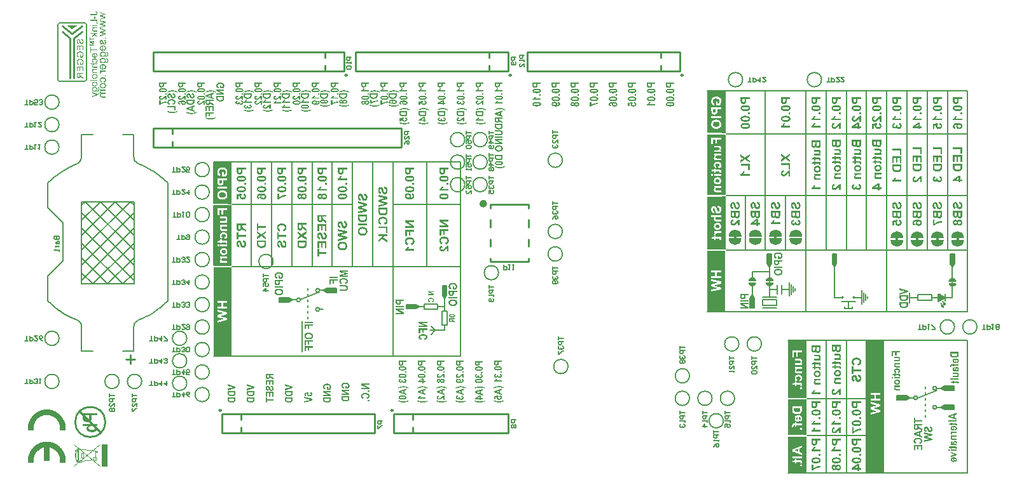
<source format=gbo>
G04*
G04 #@! TF.GenerationSoftware,Altium Limited,Altium Designer,19.0.15 (446)*
G04*
G04 Layer_Color=32896*
%FSLAX24Y24*%
%MOIN*%
G70*
G01*
G75*
%ADD11C,0.0100*%
%ADD13C,0.0059*%
%ADD15C,0.0060*%
%ADD16C,0.0200*%
%ADD18C,0.0079*%
%ADD19C,0.0049*%
%ADD20C,0.0050*%
%ADD22C,0.0080*%
%ADD223C,0.0120*%
%ADD245C,0.0110*%
%ADD246R,0.0289X0.1150*%
%ADD247R,0.0980X0.0258*%
%ADD248R,0.0980X0.0170*%
%ADD249R,0.0980X0.0070*%
%ADD250R,0.0200X0.2250*%
%ADD251R,0.0160X0.3170*%
%ADD252R,0.0200X0.3180*%
%ADD253R,0.0160X0.2240*%
%ADD254R,0.0190X0.2790*%
%ADD255R,0.0180X0.1993*%
%ADD256R,0.0160X0.2759*%
%ADD257R,0.0980X0.0940*%
%ADD258R,0.0170X0.1811*%
%ADD259R,0.0980X0.0400*%
%ADD260R,0.0980X0.0413*%
%ADD261R,0.0980X0.1000*%
%ADD262R,0.0980X0.0140*%
%ADD263R,0.0170X0.4400*%
%ADD264R,0.0180X0.4430*%
%ADD265R,0.0180X0.4593*%
%ADD266R,0.0980X0.2730*%
%ADD267R,0.0170X0.5841*%
%ADD268R,0.0980X0.2980*%
%ADD269R,0.0980X0.0270*%
%ADD270R,0.0980X0.0280*%
%ADD271R,0.0160X0.1859*%
%ADD272R,0.0190X0.1890*%
%ADD273R,0.0160X0.3050*%
%ADD274R,0.0200X0.1890*%
%ADD275R,0.0160X0.1890*%
%ADD276R,0.0200X0.3050*%
%ADD277R,0.0980X0.0170*%
%ADD278R,0.0980X0.0420*%
%ADD279R,0.0980X0.0430*%
G36*
X2630Y11207D02*
X2345Y11421D01*
X2915D01*
X2630Y11207D01*
D02*
G37*
G36*
X40650Y630D02*
X40720Y620D01*
X40800Y560D01*
X40840Y490D01*
X40890Y365D01*
X40582Y366D01*
X40260Y365D01*
X40300Y490D01*
X40340Y560D01*
X40430Y640D01*
X40550Y660D01*
X40650Y630D01*
D02*
G37*
G36*
X39590D02*
X39660Y620D01*
X39740Y560D01*
X39780Y490D01*
X39830Y365D01*
X39522Y366D01*
X39200Y365D01*
X39240Y490D01*
X39280Y560D01*
X39370Y640D01*
X39490Y660D01*
X39590Y630D01*
D02*
G37*
G36*
X37470D02*
X37540Y620D01*
X37620Y560D01*
X37660Y490D01*
X37710Y365D01*
X37402Y366D01*
X37080Y365D01*
X37120Y490D01*
X37160Y560D01*
X37250Y640D01*
X37370Y660D01*
X37470Y630D01*
D02*
G37*
G36*
X38530Y628D02*
X38600Y618D01*
X38680Y558D01*
X38720Y488D01*
X38770Y363D01*
X38462Y364D01*
X38140Y363D01*
X38180Y488D01*
X38220Y558D01*
X38310Y638D01*
X38430Y658D01*
X38530Y628D01*
D02*
G37*
G36*
X49130Y540D02*
X49200Y530D01*
X49280Y470D01*
X49320Y400D01*
X49370Y275D01*
X49062Y276D01*
X48740Y275D01*
X48780Y400D01*
X48820Y470D01*
X48910Y550D01*
X49030Y570D01*
X49130Y540D01*
D02*
G37*
G36*
X48070D02*
X48140Y530D01*
X48220Y470D01*
X48260Y400D01*
X48310Y275D01*
X48002Y276D01*
X47680Y275D01*
X47720Y400D01*
X47760Y470D01*
X47850Y550D01*
X47970Y570D01*
X48070Y540D01*
D02*
G37*
G36*
X45950D02*
X46020Y530D01*
X46100Y470D01*
X46140Y400D01*
X46190Y275D01*
X45882Y276D01*
X45560Y275D01*
X45600Y400D01*
X45640Y470D01*
X45730Y550D01*
X45850Y570D01*
X45950Y540D01*
D02*
G37*
G36*
X47010Y538D02*
X47080Y528D01*
X47160Y468D01*
X47200Y398D01*
X47250Y273D01*
X46942Y274D01*
X46620Y273D01*
X46660Y398D01*
X46700Y468D01*
X46790Y548D01*
X46910Y568D01*
X47010Y538D01*
D02*
G37*
G36*
X40538Y203D02*
X40860Y204D01*
X40820Y80D01*
X40780Y10D01*
X40690Y-70D01*
X40570Y-90D01*
X40470Y-60D01*
X40400Y-50D01*
X40320Y10D01*
X40280Y80D01*
X40230Y204D01*
X40538Y203D01*
D02*
G37*
G36*
X39478D02*
X39800Y204D01*
X39760Y80D01*
X39720Y10D01*
X39630Y-70D01*
X39510Y-90D01*
X39410Y-60D01*
X39340Y-50D01*
X39260Y10D01*
X39220Y80D01*
X39170Y204D01*
X39478Y203D01*
D02*
G37*
G36*
X37358D02*
X37680Y204D01*
X37640Y80D01*
X37600Y10D01*
X37510Y-70D01*
X37390Y-90D01*
X37290Y-60D01*
X37220Y-50D01*
X37140Y10D01*
X37100Y80D01*
X37050Y204D01*
X37358Y203D01*
D02*
G37*
G36*
X38418Y201D02*
X38740Y202D01*
X38700Y78D01*
X38660Y8D01*
X38570Y-72D01*
X38450Y-92D01*
X38350Y-62D01*
X38280Y-52D01*
X38200Y8D01*
X38160Y78D01*
X38110Y202D01*
X38418Y201D01*
D02*
G37*
G36*
X49018Y113D02*
X49340Y114D01*
X49300Y-10D01*
X49260Y-80D01*
X49170Y-160D01*
X49050Y-180D01*
X48950Y-150D01*
X48880Y-140D01*
X48800Y-80D01*
X48760Y-10D01*
X48710Y114D01*
X49018Y113D01*
D02*
G37*
G36*
X47958D02*
X48280Y114D01*
X48240Y-10D01*
X48200Y-80D01*
X48110Y-160D01*
X47990Y-180D01*
X47890Y-150D01*
X47820Y-140D01*
X47740Y-80D01*
X47700Y-10D01*
X47650Y114D01*
X47958Y113D01*
D02*
G37*
G36*
X45838D02*
X46160Y114D01*
X46120Y-10D01*
X46080Y-80D01*
X45990Y-160D01*
X45870Y-180D01*
X45770Y-150D01*
X45700Y-140D01*
X45620Y-80D01*
X45580Y-10D01*
X45530Y114D01*
X45838Y113D01*
D02*
G37*
G36*
X46898Y111D02*
X47220Y112D01*
X47180Y-12D01*
X47140Y-82D01*
X47050Y-162D01*
X46930Y-182D01*
X46830Y-152D01*
X46760Y-142D01*
X46680Y-82D01*
X46640Y-12D01*
X46590Y112D01*
X46898Y111D01*
D02*
G37*
G36*
X48637Y-598D02*
X48869D01*
Y-1113D01*
X48818Y-1193D01*
X48791Y-1232D01*
X48767Y-1240D01*
X48763D01*
X48637Y-1114D01*
Y-941D01*
X48633Y-594D01*
X48637Y-598D01*
D02*
G37*
G36*
X42457D02*
X42689D01*
Y-1113D01*
X42638Y-1193D01*
X42611Y-1232D01*
X42587Y-1240D01*
X42583D01*
X42457Y-1114D01*
Y-941D01*
X42453Y-594D01*
X42457Y-598D01*
D02*
G37*
G36*
X39050D02*
X39282D01*
Y-1113D01*
X39231Y-1193D01*
X39203Y-1232D01*
X39180Y-1240D01*
X39176D01*
X39050Y-1114D01*
Y-941D01*
X39046Y-594D01*
X39050Y-598D01*
D02*
G37*
G36*
X39235Y-1825D02*
X39263Y-1835D01*
X39317Y-1868D01*
X39349Y-1901D01*
X39371Y-1938D01*
X39384Y-1977D01*
X39377Y-1997D01*
X39356Y-2009D01*
X39017D01*
X38988Y-1979D01*
X39003Y-1933D01*
X39020Y-1907D01*
X39049Y-1878D01*
X39072Y-1857D01*
X39111Y-1834D01*
X39148Y-1823D01*
X39235Y-1825D01*
D02*
G37*
G36*
X38330D02*
X38358Y-1835D01*
X38412Y-1868D01*
X38444Y-1901D01*
X38466Y-1938D01*
X38479Y-1977D01*
X38472Y-1997D01*
X38451Y-2009D01*
X38112D01*
X38083Y-1979D01*
X38098Y-1933D01*
X38115Y-1907D01*
X38144Y-1878D01*
X38167Y-1857D01*
X38206Y-1834D01*
X38243Y-1823D01*
X38330Y-1825D01*
D02*
G37*
G36*
X48820Y-1855D02*
X48848Y-1865D01*
X48902Y-1898D01*
X48934Y-1931D01*
X48956Y-1968D01*
X48969Y-2007D01*
X48962Y-2027D01*
X48941Y-2039D01*
X48602Y-2039D01*
X48573Y-2009D01*
X48588Y-1963D01*
X48605Y-1937D01*
X48634Y-1908D01*
X48657Y-1887D01*
X48696Y-1864D01*
X48733Y-1853D01*
X48820Y-1855D01*
D02*
G37*
G36*
X39386Y-2119D02*
X39371Y-2166D01*
X39354Y-2191D01*
X39325Y-2220D01*
X39302Y-2241D01*
X39263Y-2264D01*
X39226Y-2275D01*
X39139Y-2273D01*
X39111Y-2263D01*
X39057Y-2230D01*
X39025Y-2197D01*
X39002Y-2161D01*
X38990Y-2121D01*
X38997Y-2101D01*
X39017Y-2090D01*
X39357D01*
X39386Y-2119D01*
D02*
G37*
G36*
X38476D02*
X38461Y-2166D01*
X38444Y-2191D01*
X38415Y-2220D01*
X38392Y-2241D01*
X38353Y-2264D01*
X38316Y-2275D01*
X38229Y-2273D01*
X38201Y-2263D01*
X38147Y-2230D01*
X38115Y-2197D01*
X38095Y-2160D01*
X38085Y-2120D01*
X38087Y-2101D01*
X38107Y-2090D01*
X38447D01*
X38476Y-2119D01*
D02*
G37*
G36*
X48971Y-2149D02*
X48956Y-2196D01*
X48939Y-2221D01*
X48910Y-2250D01*
X48887Y-2271D01*
X48848Y-2294D01*
X48811Y-2305D01*
X48724Y-2303D01*
X48696Y-2293D01*
X48642Y-2260D01*
X48610Y-2227D01*
X48587Y-2191D01*
X48575Y-2151D01*
X48582Y-2131D01*
X48602Y-2120D01*
X48942D01*
X48971Y-2149D01*
D02*
G37*
G36*
X16497Y-2370D02*
Y-2602D01*
X15982D01*
X15902Y-2551D01*
X15863Y-2523D01*
X15855Y-2500D01*
Y-2496D01*
X15981Y-2370D01*
X16154D01*
X16501Y-2366D01*
X16497Y-2370D01*
D02*
G37*
G36*
X22020Y-2267D02*
X22252D01*
Y-2782D01*
X22201Y-2862D01*
X22173Y-2901D01*
X22150Y-2909D01*
X22146D01*
X22020Y-2783D01*
Y-2610D01*
X22016Y-2263D01*
X22020Y-2267D01*
D02*
G37*
G36*
X48125Y-2729D02*
X48284Y-2820D01*
X48344Y-2895D01*
X48248Y-2950D01*
X48044Y-3067D01*
X48020Y-2887D01*
X48032Y-2686D01*
X48125Y-2729D01*
D02*
G37*
G36*
X14098Y-2949D02*
X14137Y-2977D01*
X14145Y-3000D01*
Y-3004D01*
X14019Y-3130D01*
X13846D01*
X13499Y-3134D01*
X13503Y-3130D01*
Y-2898D01*
X14018D01*
X14098Y-2949D01*
D02*
G37*
G36*
X38410Y-2906D02*
Y-3079D01*
X38414Y-3426D01*
X38410Y-3422D01*
X38178D01*
Y-2907D01*
X38229Y-2827D01*
X38257Y-2788D01*
X38280Y-2780D01*
X38284D01*
X38410Y-2906D01*
D02*
G37*
G36*
X20748Y-3303D02*
X20787Y-3331D01*
X20795Y-3354D01*
Y-3358D01*
X20669Y-3484D01*
X20496D01*
X20149Y-3488D01*
X20153Y-3484D01*
Y-3252D01*
X20668D01*
X20748Y-3303D01*
D02*
G37*
G36*
X48837Y-7515D02*
Y-7747D01*
X48322D01*
X48242Y-7696D01*
X48203Y-7669D01*
X48195Y-7645D01*
Y-7641D01*
X48321Y-7515D01*
X48494D01*
X48841Y-7511D01*
X48837Y-7515D01*
D02*
G37*
G36*
X46438Y-8094D02*
X46477Y-8122D01*
X46485Y-8145D01*
Y-8149D01*
X46359Y-8275D01*
X46186D01*
X45839Y-8279D01*
X45843Y-8275D01*
Y-8043D01*
X46358D01*
X46438Y-8094D01*
D02*
G37*
G36*
X48837Y-8515D02*
Y-8747D01*
X48322D01*
X48242Y-8696D01*
X48203Y-8669D01*
X48195Y-8645D01*
Y-8641D01*
X48321Y-8515D01*
X48494D01*
X48841Y-8511D01*
X48837Y-8515D01*
D02*
G37*
G36*
X1347Y-8753D02*
X1375Y-8754D01*
X1402Y-8757D01*
X1430Y-8760D01*
X1458Y-8764D01*
X1485Y-8768D01*
X1512Y-8774D01*
X1539Y-8780D01*
X1566Y-8787D01*
X1593Y-8794D01*
X1619Y-8803D01*
X1645Y-8812D01*
X1671Y-8822D01*
X1697Y-8832D01*
X1722Y-8843D01*
X1747Y-8855D01*
X1772Y-8868D01*
X1796Y-8881D01*
X1820Y-8895D01*
X1844Y-8910D01*
X1867Y-8925D01*
X1890Y-8941D01*
X1912Y-8958D01*
X1934Y-8975D01*
X1955Y-8993D01*
X1976Y-9011D01*
X1996Y-9030D01*
X2016Y-9050D01*
X2035Y-9070D01*
X2053Y-9090D01*
X2071Y-9111D01*
X2089Y-9133D01*
X2106Y-9155D01*
X2122Y-9177D01*
X2137Y-9200D01*
X2152Y-9224D01*
X2167Y-9248D01*
X2180Y-9272D01*
X2193Y-9296D01*
X2205Y-9321D01*
X2217Y-9346D01*
X2228Y-9372D01*
X2238Y-9398D01*
X2247Y-9424D01*
X2256Y-9450D01*
X2264Y-9477D01*
X2271Y-9503D01*
X2277Y-9530D01*
X2283Y-9558D01*
X2288Y-9585D01*
X2292Y-9612D01*
X2296Y-9640D01*
X2298Y-9667D01*
X2300Y-9695D01*
X2301Y-9723D01*
X2301Y-9751D01*
X2301Y-9778D01*
X2300Y-9806D01*
X2298Y-9834D01*
X2296Y-9847D01*
X2296D01*
X2296Y-9847D01*
Y-9847D01*
X1998D01*
X1999Y-9836D01*
X2002Y-9813D01*
X2003Y-9790D01*
X2004Y-9767D01*
X2005Y-9744D01*
X2004Y-9721D01*
X2003Y-9698D01*
X2001Y-9675D01*
X1998Y-9652D01*
X1995Y-9629D01*
X1990Y-9607D01*
X1985Y-9584D01*
X1980Y-9562D01*
X1973Y-9540D01*
X1966Y-9518D01*
X1958Y-9496D01*
X1949Y-9475D01*
X1940Y-9454D01*
X1930Y-9433D01*
X1919Y-9413D01*
X1908Y-9393D01*
X1896Y-9373D01*
X1883Y-9354D01*
X1870Y-9335D01*
X1856Y-9317D01*
X1841Y-9299D01*
X1826Y-9281D01*
X1811Y-9265D01*
X1795Y-9248D01*
X1778Y-9232D01*
X1761Y-9217D01*
X1743Y-9202D01*
X1725Y-9188D01*
X1706Y-9175D01*
X1687Y-9162D01*
X1667Y-9150D01*
X1647Y-9138D01*
X1627Y-9127D01*
X1606Y-9117D01*
X1586Y-9107D01*
X1564Y-9098D01*
X1543Y-9090D01*
X1521Y-9083D01*
X1499Y-9076D01*
X1477Y-9070D01*
X1454Y-9065D01*
X1432Y-9060D01*
X1409Y-9056D01*
X1386Y-9053D01*
X1363Y-9051D01*
X1340Y-9050D01*
X1317Y-9049D01*
X1294D01*
X1271Y-9050D01*
X1248Y-9051D01*
X1225Y-9053D01*
X1202Y-9056D01*
X1180Y-9060D01*
X1157Y-9065D01*
X1135Y-9070D01*
X1112Y-9076D01*
X1090Y-9083D01*
X1068Y-9090D01*
X1047Y-9098D01*
X1026Y-9107D01*
X1005Y-9117D01*
X984Y-9127D01*
X964Y-9138D01*
X944Y-9150D01*
X924Y-9162D01*
X905Y-9175D01*
X887Y-9188D01*
X868Y-9202D01*
X851Y-9217D01*
X833Y-9232D01*
X817Y-9248D01*
X800Y-9265D01*
X785Y-9281D01*
X770Y-9299D01*
X755Y-9317D01*
X741Y-9335D01*
X728Y-9354D01*
X715Y-9373D01*
X703Y-9393D01*
X692Y-9413D01*
X681Y-9433D01*
X671Y-9454D01*
X662Y-9475D01*
X653Y-9496D01*
X645Y-9518D01*
X638Y-9540D01*
X632Y-9562D01*
X626Y-9584D01*
X621Y-9607D01*
X617Y-9629D01*
X613Y-9652D01*
X610Y-9675D01*
X608Y-9698D01*
X607Y-9721D01*
X606Y-9744D01*
X607Y-9767D01*
X608Y-9790D01*
X609Y-9813D01*
X612Y-9836D01*
X614Y-9847D01*
X614D01*
X315Y-9847D01*
X313Y-9834D01*
X311Y-9806D01*
X310Y-9778D01*
X310Y-9751D01*
X310Y-9723D01*
X311Y-9695D01*
X313Y-9667D01*
X316Y-9640D01*
X319Y-9612D01*
X323Y-9585D01*
X328Y-9558D01*
X334Y-9530D01*
X340Y-9503D01*
X347Y-9477D01*
X355Y-9450D01*
X364Y-9424D01*
X373Y-9398D01*
X383Y-9372D01*
X394Y-9346D01*
X406Y-9321D01*
X418Y-9296D01*
X431Y-9272D01*
X445Y-9248D01*
X459Y-9224D01*
X474Y-9200D01*
X489Y-9177D01*
X506Y-9155D01*
X522Y-9133D01*
X540Y-9111D01*
X558Y-9090D01*
X576Y-9070D01*
X596Y-9050D01*
X615Y-9030D01*
X636Y-9011D01*
X656Y-8993D01*
X678Y-8975D01*
X699Y-8958D01*
X722Y-8941D01*
X744Y-8925D01*
X767Y-8910D01*
X791Y-8895D01*
X815Y-8881D01*
X839Y-8868D01*
X864Y-8855D01*
X889Y-8843D01*
X914Y-8832D01*
X940Y-8822D01*
X966Y-8812D01*
X992Y-8803D01*
X1019Y-8794D01*
X1045Y-8787D01*
X1072Y-8780D01*
X1099Y-8774D01*
X1126Y-8768D01*
X1154Y-8764D01*
X1181Y-8760D01*
X1209Y-8757D01*
X1236Y-8754D01*
X1264Y-8753D01*
X1292Y-8752D01*
X1319D01*
X1347Y-8753D01*
D02*
G37*
G36*
Y-10446D02*
X1375Y-10447D01*
X1402Y-10450D01*
X1430Y-10453D01*
X1458Y-10457D01*
X1485Y-10461D01*
X1512Y-10466D01*
X1539Y-10473D01*
X1566Y-10480D01*
X1593Y-10487D01*
X1619Y-10495D01*
X1645Y-10505D01*
X1671Y-10514D01*
X1697Y-10525D01*
X1722Y-10536D01*
X1747Y-10548D01*
X1772Y-10561D01*
X1796Y-10574D01*
X1820Y-10588D01*
X1844Y-10603D01*
X1867Y-10618D01*
X1890Y-10634D01*
X1912Y-10651D01*
X1934Y-10668D01*
X1955Y-10686D01*
X1976Y-10704D01*
X1996Y-10723D01*
X2016Y-10742D01*
X2035Y-10762D01*
X2053Y-10783D01*
X2071Y-10804D01*
X2089Y-10826D01*
X2106Y-10848D01*
X2122Y-10870D01*
X2137Y-10893D01*
X2152Y-10917D01*
X2167Y-10940D01*
X2180Y-10964D01*
X2193Y-10989D01*
X2205Y-11014D01*
X2217Y-11039D01*
X2228Y-11065D01*
X2238Y-11091D01*
X2247Y-11117D01*
X2256Y-11143D01*
X2264Y-11170D01*
X2271Y-11196D01*
X2277Y-11223D01*
X2283Y-11250D01*
X2288Y-11278D01*
X2292Y-11305D01*
X2296Y-11333D01*
X2298Y-11360D01*
X2300Y-11388D01*
X2301Y-11416D01*
X2301Y-11443D01*
X2301Y-11471D01*
X2300Y-11499D01*
X2298Y-11526D01*
X2296Y-11540D01*
X2296D01*
X2296Y-11540D01*
Y-11540D01*
X1998D01*
X1999Y-11529D01*
X2002Y-11508D01*
X2003Y-11486D01*
X2004Y-11464D01*
X2005Y-11442D01*
X2004Y-11421D01*
X2004Y-11399D01*
X2002Y-11377D01*
X2000Y-11355D01*
X1997Y-11334D01*
X1993Y-11312D01*
X1988Y-11291D01*
X1983Y-11270D01*
X1978Y-11248D01*
X1971Y-11228D01*
X1965Y-11207D01*
X1957Y-11186D01*
X1949Y-11166D01*
X1940Y-11146D01*
X1930Y-11127D01*
X1920Y-11107D01*
X1909Y-11088D01*
X1898Y-11070D01*
X1886Y-11051D01*
X1874Y-11033D01*
X1861Y-11016D01*
X1847Y-10999D01*
X1833Y-10982D01*
X1819Y-10966D01*
X1804Y-10950D01*
X1788Y-10935D01*
X1772Y-10920D01*
X1756Y-10906D01*
X1739Y-10892D01*
X1721Y-10879D01*
X1704Y-10866D01*
X1685Y-10854D01*
X1667Y-10842D01*
X1648Y-10831D01*
X1629Y-10821D01*
X1609Y-10811D01*
X1590Y-10802D01*
X1569Y-10793D01*
X1549Y-10785D01*
X1529Y-10778D01*
X1508Y-10771D01*
X1487Y-10765D01*
X1466Y-10760D01*
X1455Y-10758D01*
X1455Y-10758D01*
Y-11441D01*
X1156Y-11441D01*
Y-10758D01*
X1146Y-10760D01*
X1124Y-10765D01*
X1103Y-10771D01*
X1083Y-10778D01*
X1062Y-10785D01*
X1042Y-10793D01*
X1022Y-10802D01*
X1002Y-10811D01*
X982Y-10821D01*
X963Y-10831D01*
X944Y-10842D01*
X926Y-10854D01*
X908Y-10866D01*
X890Y-10879D01*
X873Y-10892D01*
X856Y-10906D01*
X839Y-10920D01*
X823Y-10935D01*
X808Y-10950D01*
X792Y-10966D01*
X778Y-10982D01*
X764Y-10999D01*
X750Y-11016D01*
X737Y-11033D01*
X725Y-11051D01*
X713Y-11070D01*
X702Y-11088D01*
X691Y-11107D01*
X681Y-11127D01*
X671Y-11146D01*
X663Y-11166D01*
X654Y-11186D01*
X647Y-11207D01*
X640Y-11228D01*
X633Y-11248D01*
X628Y-11270D01*
X623Y-11291D01*
X618Y-11312D01*
X615Y-11334D01*
X612Y-11355D01*
X609Y-11377D01*
X608Y-11399D01*
X607Y-11421D01*
X606Y-11442D01*
X607Y-11464D01*
X608Y-11486D01*
X610Y-11508D01*
X612Y-11529D01*
X614Y-11540D01*
X614D01*
X315Y-11540D01*
X313Y-11526D01*
X311Y-11499D01*
X310Y-11471D01*
X310Y-11443D01*
X310Y-11416D01*
X311Y-11388D01*
X313Y-11360D01*
X316Y-11333D01*
X319Y-11305D01*
X323Y-11278D01*
X328Y-11250D01*
X334Y-11223D01*
X340Y-11196D01*
X347Y-11170D01*
X355Y-11143D01*
X364Y-11117D01*
X373Y-11091D01*
X383Y-11065D01*
X394Y-11039D01*
X406Y-11014D01*
X418Y-10989D01*
X431Y-10964D01*
X445Y-10940D01*
X459Y-10917D01*
X474Y-10893D01*
X489Y-10870D01*
X506Y-10848D01*
X522Y-10826D01*
X540Y-10804D01*
X558Y-10783D01*
X576Y-10762D01*
X596Y-10742D01*
X615Y-10723D01*
X636Y-10704D01*
X656Y-10686D01*
X678Y-10668D01*
X699Y-10651D01*
X722Y-10634D01*
X744Y-10618D01*
X767Y-10603D01*
X791Y-10588D01*
X815Y-10574D01*
X839Y-10561D01*
X864Y-10548D01*
X889Y-10536D01*
X914Y-10525D01*
X940Y-10514D01*
X966Y-10505D01*
X992Y-10495D01*
X1019Y-10487D01*
X1045Y-10480D01*
X1072Y-10473D01*
X1099Y-10466D01*
X1126Y-10461D01*
X1154Y-10457D01*
X1181Y-10453D01*
X1209Y-10450D01*
X1236Y-10447D01*
X1264Y-10446D01*
X1292Y-10445D01*
X1319D01*
X1347Y-10446D01*
D02*
G37*
G36*
X46817Y-9306D02*
X47181D01*
Y-9378D01*
X46817D01*
Y-9485D01*
X46743D01*
Y-9199D01*
X46817D01*
Y-9306D01*
D02*
G37*
G36*
X47181Y-9604D02*
X46998D01*
Y-9627D01*
X46999Y-9635D01*
X47000Y-9641D01*
X47000Y-9646D01*
X47002Y-9650D01*
X47003Y-9652D01*
X47003Y-9654D01*
Y-9655D01*
X47006Y-9659D01*
X47008Y-9663D01*
X47014Y-9670D01*
X47017Y-9673D01*
X47019Y-9675D01*
X47021Y-9676D01*
X47021Y-9676D01*
X47024Y-9679D01*
X47028Y-9681D01*
X47032Y-9684D01*
X47037Y-9687D01*
X47048Y-9693D01*
X47059Y-9700D01*
X47069Y-9706D01*
X47074Y-9708D01*
X47078Y-9710D01*
X47081Y-9712D01*
X47084Y-9714D01*
X47086Y-9714D01*
X47086Y-9715D01*
X47181Y-9767D01*
Y-9854D01*
X47096Y-9810D01*
X47087Y-9806D01*
X47078Y-9801D01*
X47070Y-9797D01*
X47063Y-9793D01*
X47057Y-9789D01*
X47051Y-9786D01*
X47046Y-9782D01*
X47041Y-9780D01*
X47037Y-9777D01*
X47034Y-9775D01*
X47029Y-9772D01*
X47026Y-9770D01*
X47025Y-9769D01*
X47017Y-9763D01*
X47010Y-9757D01*
X47005Y-9750D01*
X46999Y-9744D01*
X46995Y-9739D01*
X46991Y-9735D01*
X46989Y-9732D01*
X46988Y-9731D01*
X46984Y-9747D01*
X46978Y-9761D01*
X46972Y-9773D01*
X46965Y-9782D01*
X46959Y-9791D01*
X46954Y-9796D01*
X46950Y-9799D01*
X46949Y-9801D01*
X46949D01*
X46942Y-9805D01*
X46936Y-9809D01*
X46922Y-9815D01*
X46908Y-9820D01*
X46895Y-9823D01*
X46884Y-9824D01*
X46879Y-9825D01*
X46875D01*
X46870Y-9826D01*
X46868D01*
X46866D01*
X46866D01*
X46851Y-9825D01*
X46838Y-9823D01*
X46826Y-9820D01*
X46816Y-9817D01*
X46807Y-9815D01*
X46801Y-9812D01*
X46799Y-9811D01*
X46797Y-9810D01*
X46796Y-9809D01*
X46796D01*
X46786Y-9803D01*
X46777Y-9796D01*
X46770Y-9789D01*
X46764Y-9782D01*
X46760Y-9777D01*
X46757Y-9772D01*
X46756Y-9769D01*
X46755Y-9768D01*
Y-9768D01*
X46753Y-9763D01*
X46751Y-9757D01*
X46748Y-9745D01*
X46746Y-9731D01*
X46744Y-9717D01*
X46743Y-9704D01*
Y-9699D01*
X46743Y-9694D01*
Y-9532D01*
X47181D01*
Y-9604D01*
D02*
G37*
G36*
X47593Y-9652D02*
X47606Y-9655D01*
X47618Y-9657D01*
X47629Y-9661D01*
X47640Y-9665D01*
X47650Y-9669D01*
X47658Y-9674D01*
X47666Y-9680D01*
X47674Y-9685D01*
X47681Y-9691D01*
X47687Y-9697D01*
X47693Y-9703D01*
X47703Y-9716D01*
X47711Y-9729D01*
X47717Y-9742D01*
X47722Y-9754D01*
X47725Y-9766D01*
X47728Y-9776D01*
X47729Y-9785D01*
X47729Y-9788D01*
Y-9791D01*
X47730Y-9793D01*
Y-9797D01*
X47729Y-9810D01*
X47728Y-9823D01*
X47726Y-9835D01*
X47724Y-9845D01*
X47721Y-9855D01*
X47718Y-9864D01*
X47714Y-9873D01*
X47711Y-9880D01*
X47707Y-9886D01*
X47704Y-9891D01*
X47700Y-9896D01*
X47697Y-9900D01*
X47695Y-9903D01*
X47693Y-9905D01*
X47692Y-9906D01*
X47692Y-9906D01*
X47684Y-9913D01*
X47676Y-9918D01*
X47668Y-9923D01*
X47660Y-9927D01*
X47652Y-9930D01*
X47644Y-9933D01*
X47629Y-9937D01*
X47622Y-9939D01*
X47616Y-9940D01*
X47610Y-9941D01*
X47605Y-9941D01*
X47601Y-9942D01*
X47598D01*
X47596D01*
X47595D01*
X47581Y-9941D01*
X47569Y-9940D01*
X47557Y-9938D01*
X47548Y-9936D01*
X47539Y-9933D01*
X47534Y-9931D01*
X47532Y-9930D01*
X47530Y-9929D01*
X47529Y-9929D01*
X47529D01*
X47519Y-9923D01*
X47510Y-9917D01*
X47502Y-9911D01*
X47496Y-9905D01*
X47490Y-9899D01*
X47486Y-9895D01*
X47484Y-9892D01*
X47483Y-9891D01*
X47480Y-9887D01*
X47477Y-9881D01*
X47471Y-9869D01*
X47465Y-9856D01*
X47460Y-9843D01*
X47456Y-9831D01*
X47454Y-9826D01*
X47453Y-9821D01*
X47452Y-9818D01*
X47451Y-9815D01*
X47450Y-9813D01*
Y-9813D01*
X47447Y-9803D01*
X47444Y-9795D01*
X47442Y-9787D01*
X47440Y-9780D01*
X47437Y-9774D01*
X47435Y-9769D01*
X47433Y-9764D01*
X47431Y-9760D01*
X47429Y-9757D01*
X47427Y-9754D01*
X47425Y-9750D01*
X47423Y-9747D01*
X47423Y-9747D01*
X47418Y-9742D01*
X47413Y-9738D01*
X47408Y-9736D01*
X47404Y-9734D01*
X47399Y-9733D01*
X47396Y-9733D01*
X47394D01*
X47393D01*
X47387Y-9733D01*
X47380Y-9735D01*
X47375Y-9738D01*
X47370Y-9741D01*
X47367Y-9743D01*
X47364Y-9746D01*
X47363Y-9748D01*
X47362Y-9748D01*
X47358Y-9755D01*
X47355Y-9762D01*
X47353Y-9769D01*
X47352Y-9777D01*
X47350Y-9783D01*
X47350Y-9789D01*
Y-9793D01*
X47350Y-9804D01*
X47352Y-9813D01*
X47355Y-9820D01*
X47357Y-9826D01*
X47359Y-9832D01*
X47362Y-9835D01*
X47363Y-9838D01*
X47364Y-9838D01*
X47370Y-9843D01*
X47377Y-9848D01*
X47385Y-9852D01*
X47394Y-9854D01*
X47401Y-9857D01*
X47407Y-9858D01*
X47409Y-9859D01*
X47411Y-9859D01*
X47412D01*
X47413D01*
X47409Y-9932D01*
X47397Y-9931D01*
X47386Y-9930D01*
X47376Y-9928D01*
X47367Y-9925D01*
X47358Y-9922D01*
X47350Y-9919D01*
X47342Y-9916D01*
X47336Y-9912D01*
X47330Y-9909D01*
X47325Y-9906D01*
X47321Y-9902D01*
X47317Y-9900D01*
X47314Y-9898D01*
X47313Y-9896D01*
X47311Y-9895D01*
X47311Y-9894D01*
X47305Y-9887D01*
X47299Y-9880D01*
X47295Y-9872D01*
X47291Y-9864D01*
X47288Y-9856D01*
X47285Y-9847D01*
X47281Y-9831D01*
X47279Y-9824D01*
X47278Y-9817D01*
X47278Y-9811D01*
X47277Y-9806D01*
X47276Y-9801D01*
Y-9795D01*
X47277Y-9780D01*
X47279Y-9766D01*
X47281Y-9754D01*
X47284Y-9744D01*
X47287Y-9736D01*
X47288Y-9732D01*
X47289Y-9729D01*
X47290Y-9727D01*
X47291Y-9725D01*
X47292Y-9724D01*
Y-9724D01*
X47297Y-9714D01*
X47304Y-9705D01*
X47311Y-9697D01*
X47318Y-9691D01*
X47325Y-9685D01*
X47330Y-9682D01*
X47334Y-9680D01*
X47334Y-9679D01*
X47335D01*
X47346Y-9674D01*
X47357Y-9670D01*
X47368Y-9667D01*
X47378Y-9665D01*
X47387Y-9664D01*
X47390D01*
X47394Y-9663D01*
X47396D01*
X47398D01*
X47399D01*
X47399D01*
X47411Y-9664D01*
X47422Y-9665D01*
X47432Y-9667D01*
X47440Y-9670D01*
X47447Y-9671D01*
X47452Y-9674D01*
X47456Y-9675D01*
X47457Y-9676D01*
X47457D01*
X47466Y-9681D01*
X47475Y-9687D01*
X47482Y-9692D01*
X47489Y-9698D01*
X47493Y-9702D01*
X47497Y-9706D01*
X47500Y-9709D01*
X47500Y-9710D01*
X47506Y-9719D01*
X47512Y-9730D01*
X47517Y-9741D01*
X47521Y-9752D01*
X47525Y-9762D01*
X47527Y-9766D01*
X47528Y-9770D01*
X47529Y-9773D01*
X47530Y-9776D01*
X47531Y-9777D01*
Y-9778D01*
X47534Y-9787D01*
X47536Y-9795D01*
X47539Y-9803D01*
X47541Y-9810D01*
X47543Y-9815D01*
X47545Y-9821D01*
X47546Y-9826D01*
X47548Y-9829D01*
X47549Y-9833D01*
X47550Y-9836D01*
X47552Y-9840D01*
X47553Y-9842D01*
X47553Y-9843D01*
X47556Y-9847D01*
X47559Y-9852D01*
X47562Y-9855D01*
X47564Y-9858D01*
X47567Y-9860D01*
X47569Y-9861D01*
X47570Y-9863D01*
X47570D01*
X47574Y-9865D01*
X47578Y-9867D01*
X47587Y-9869D01*
X47591D01*
X47594Y-9870D01*
X47595D01*
X47596D01*
X47605Y-9869D01*
X47613Y-9867D01*
X47620Y-9864D01*
X47627Y-9860D01*
X47631Y-9856D01*
X47636Y-9853D01*
X47638Y-9851D01*
X47638Y-9850D01*
X47644Y-9843D01*
X47648Y-9835D01*
X47651Y-9826D01*
X47653Y-9818D01*
X47654Y-9810D01*
X47655Y-9804D01*
Y-9799D01*
X47654Y-9787D01*
X47652Y-9777D01*
X47648Y-9767D01*
X47642Y-9759D01*
X47636Y-9751D01*
X47629Y-9745D01*
X47621Y-9740D01*
X47613Y-9735D01*
X47606Y-9731D01*
X47598Y-9728D01*
X47591Y-9726D01*
X47584Y-9724D01*
X47579Y-9723D01*
X47575Y-9722D01*
X47573Y-9721D01*
X47571D01*
X47580Y-9650D01*
X47593Y-9652D01*
D02*
G37*
G36*
X47181Y-9934D02*
X47081Y-9964D01*
Y-10107D01*
X47181Y-10139D01*
Y-10217D01*
X46743Y-10074D01*
Y-9996D01*
X47181Y-9857D01*
Y-9934D01*
D02*
G37*
G36*
X47722Y-10054D02*
Y-10133D01*
X47395Y-10204D01*
X47722Y-10276D01*
Y-10353D01*
X47284Y-10440D01*
Y-10366D01*
X47591Y-10312D01*
X47284Y-10248D01*
Y-10162D01*
X47585Y-10096D01*
X47284Y-10042D01*
Y-9968D01*
X47722Y-10054D01*
D02*
G37*
G36*
X46985Y-10244D02*
X47004Y-10245D01*
X47021Y-10248D01*
X47037Y-10251D01*
X47052Y-10255D01*
X47066Y-10259D01*
X47079Y-10263D01*
X47090Y-10268D01*
X47101Y-10273D01*
X47109Y-10277D01*
X47117Y-10282D01*
X47123Y-10286D01*
X47129Y-10289D01*
X47132Y-10291D01*
X47135Y-10293D01*
X47135Y-10293D01*
X47144Y-10302D01*
X47153Y-10311D01*
X47160Y-10320D01*
X47166Y-10329D01*
X47171Y-10339D01*
X47176Y-10349D01*
X47179Y-10357D01*
X47182Y-10367D01*
X47184Y-10375D01*
X47186Y-10382D01*
X47187Y-10389D01*
X47188Y-10395D01*
Y-10400D01*
X47189Y-10404D01*
Y-10407D01*
X47188Y-10417D01*
X47187Y-10427D01*
X47186Y-10437D01*
X47183Y-10445D01*
X47181Y-10454D01*
X47178Y-10461D01*
X47175Y-10468D01*
X47172Y-10475D01*
X47169Y-10481D01*
X47165Y-10486D01*
X47163Y-10490D01*
X47160Y-10494D01*
X47158Y-10497D01*
X47156Y-10499D01*
X47156Y-10500D01*
X47155Y-10501D01*
X47148Y-10508D01*
X47140Y-10514D01*
X47132Y-10520D01*
X47124Y-10526D01*
X47106Y-10535D01*
X47088Y-10543D01*
X47080Y-10546D01*
X47073Y-10549D01*
X47066Y-10551D01*
X47060Y-10553D01*
X47055Y-10554D01*
X47051Y-10556D01*
X47048Y-10556D01*
X47048D01*
X47020Y-10486D01*
X47029Y-10484D01*
X47037Y-10481D01*
X47045Y-10479D01*
X47052Y-10477D01*
X47058Y-10475D01*
X47064Y-10472D01*
X47074Y-10467D01*
X47081Y-10462D01*
X47087Y-10459D01*
X47090Y-10456D01*
X47091Y-10455D01*
X47098Y-10447D01*
X47104Y-10439D01*
X47108Y-10430D01*
X47110Y-10423D01*
X47112Y-10416D01*
X47112Y-10410D01*
X47113Y-10407D01*
Y-10406D01*
X47112Y-10399D01*
X47111Y-10392D01*
X47109Y-10385D01*
X47108Y-10379D01*
X47102Y-10368D01*
X47095Y-10359D01*
X47089Y-10352D01*
X47083Y-10347D01*
X47081Y-10345D01*
X47080Y-10343D01*
X47079Y-10343D01*
X47078Y-10342D01*
X47071Y-10338D01*
X47063Y-10334D01*
X47054Y-10331D01*
X47045Y-10328D01*
X47025Y-10324D01*
X47006Y-10321D01*
X46997Y-10320D01*
X46988Y-10319D01*
X46981Y-10318D01*
X46974D01*
X46968Y-10318D01*
X46964D01*
X46961D01*
X46960D01*
X46946Y-10318D01*
X46932Y-10319D01*
X46920Y-10320D01*
X46909Y-10322D01*
X46898Y-10324D01*
X46889Y-10326D01*
X46880Y-10328D01*
X46873Y-10331D01*
X46866Y-10333D01*
X46861Y-10335D01*
X46856Y-10337D01*
X46852Y-10339D01*
X46849Y-10340D01*
X46848Y-10342D01*
X46847Y-10343D01*
X46846D01*
X46840Y-10347D01*
X46834Y-10353D01*
X46830Y-10358D01*
X46826Y-10364D01*
X46822Y-10369D01*
X46820Y-10374D01*
X46815Y-10385D01*
X46813Y-10393D01*
X46812Y-10398D01*
X46812Y-10401D01*
X46811Y-10403D01*
Y-10407D01*
X46812Y-10417D01*
X46814Y-10427D01*
X46817Y-10435D01*
X46820Y-10442D01*
X46824Y-10448D01*
X46827Y-10452D01*
X46830Y-10455D01*
X46830Y-10456D01*
X46838Y-10463D01*
X46847Y-10469D01*
X46856Y-10474D01*
X46865Y-10478D01*
X46872Y-10480D01*
X46879Y-10483D01*
X46881Y-10483D01*
X46883D01*
X46884Y-10484D01*
X46884D01*
X46863Y-10556D01*
X46853Y-10553D01*
X46843Y-10550D01*
X46834Y-10546D01*
X46826Y-10543D01*
X46818Y-10539D01*
X46811Y-10536D01*
X46805Y-10532D01*
X46799Y-10529D01*
X46793Y-10526D01*
X46789Y-10523D01*
X46785Y-10520D01*
X46782Y-10518D01*
X46779Y-10516D01*
X46778Y-10514D01*
X46777Y-10514D01*
X46777Y-10513D01*
X46769Y-10505D01*
X46763Y-10497D01*
X46757Y-10489D01*
X46753Y-10480D01*
X46749Y-10472D01*
X46745Y-10463D01*
X46743Y-10455D01*
X46740Y-10447D01*
X46739Y-10440D01*
X46737Y-10433D01*
X46736Y-10427D01*
X46736Y-10421D01*
X46735Y-10417D01*
Y-10412D01*
X46736Y-10398D01*
X46737Y-10385D01*
X46740Y-10373D01*
X46744Y-10362D01*
X46748Y-10351D01*
X46753Y-10342D01*
X46758Y-10333D01*
X46763Y-10325D01*
X46768Y-10318D01*
X46773Y-10311D01*
X46778Y-10306D01*
X46782Y-10301D01*
X46785Y-10298D01*
X46788Y-10296D01*
X46790Y-10294D01*
X46791Y-10293D01*
X46803Y-10284D01*
X46816Y-10277D01*
X46830Y-10270D01*
X46845Y-10264D01*
X46859Y-10259D01*
X46874Y-10255D01*
X46888Y-10252D01*
X46902Y-10249D01*
X46915Y-10247D01*
X46927Y-10246D01*
X46938Y-10245D01*
X46947Y-10244D01*
X46956D01*
X46961Y-10243D01*
X46963D01*
X46965D01*
X46965D01*
X46966D01*
X46985Y-10244D01*
D02*
G37*
G36*
X47181Y-10891D02*
X47107D01*
Y-10690D01*
X46988D01*
Y-10871D01*
X46914D01*
Y-10690D01*
X46817D01*
Y-10885D01*
X46743D01*
Y-10618D01*
X47181D01*
Y-10891D01*
D02*
G37*
G36*
X17082Y-1518D02*
X16737D01*
X17082Y-1588D01*
Y-1658D01*
X16737Y-1730D01*
X17082D01*
Y-1797D01*
X16644D01*
Y-1688D01*
X16944Y-1623D01*
X16644Y-1559D01*
Y-1450D01*
X17082D01*
Y-1518D01*
D02*
G37*
G36*
X16549Y-1863D02*
X16110D01*
Y-1790D01*
X16549D01*
Y-1863D01*
D02*
G37*
G36*
Y-2005D02*
X16362D01*
Y-2155D01*
X16288D01*
Y-2005D01*
X16184D01*
Y-2178D01*
X16110D01*
Y-1932D01*
X16549D01*
Y-2005D01*
D02*
G37*
G36*
X16887Y-1857D02*
X16905Y-1859D01*
X16922Y-1861D01*
X16938Y-1864D01*
X16954Y-1868D01*
X16968Y-1872D01*
X16980Y-1877D01*
X16991Y-1882D01*
X17002Y-1886D01*
X17011Y-1891D01*
X17018Y-1895D01*
X17025Y-1899D01*
X17030Y-1902D01*
X17033Y-1904D01*
X17036Y-1906D01*
X17036Y-1907D01*
X17046Y-1916D01*
X17054Y-1924D01*
X17061Y-1934D01*
X17067Y-1943D01*
X17073Y-1952D01*
X17077Y-1962D01*
X17081Y-1971D01*
X17083Y-1980D01*
X17085Y-1988D01*
X17087Y-1996D01*
X17088Y-2003D01*
X17089Y-2009D01*
Y-2014D01*
X17090Y-2018D01*
Y-2021D01*
X17089Y-2031D01*
X17088Y-2041D01*
X17087Y-2050D01*
X17085Y-2059D01*
X17082Y-2067D01*
X17080Y-2075D01*
X17076Y-2082D01*
X17073Y-2089D01*
X17070Y-2095D01*
X17067Y-2099D01*
X17064Y-2104D01*
X17061Y-2107D01*
X17059Y-2110D01*
X17057Y-2113D01*
X17057Y-2114D01*
X17056Y-2114D01*
X17049Y-2121D01*
X17042Y-2128D01*
X17033Y-2134D01*
X17025Y-2139D01*
X17007Y-2149D01*
X16990Y-2156D01*
X16982Y-2160D01*
X16974Y-2162D01*
X16967Y-2165D01*
X16961Y-2166D01*
X16956Y-2168D01*
X16952Y-2169D01*
X16949Y-2170D01*
X16949D01*
X16922Y-2099D01*
X16930Y-2097D01*
X16938Y-2095D01*
X16946Y-2093D01*
X16953Y-2090D01*
X16959Y-2088D01*
X16965Y-2086D01*
X16975Y-2081D01*
X16983Y-2076D01*
X16988Y-2072D01*
X16991Y-2070D01*
X16992Y-2069D01*
X17000Y-2061D01*
X17005Y-2053D01*
X17009Y-2044D01*
X17011Y-2036D01*
X17013Y-2029D01*
X17014Y-2024D01*
X17014Y-2021D01*
Y-2019D01*
X17014Y-2012D01*
X17012Y-2005D01*
X17011Y-1999D01*
X17009Y-1993D01*
X17003Y-1982D01*
X16997Y-1973D01*
X16990Y-1966D01*
X16984Y-1960D01*
X16983Y-1958D01*
X16981Y-1957D01*
X16980Y-1956D01*
X16979Y-1956D01*
X16972Y-1952D01*
X16964Y-1948D01*
X16955Y-1945D01*
X16946Y-1942D01*
X16927Y-1937D01*
X16907Y-1934D01*
X16898Y-1934D01*
X16889Y-1932D01*
X16882Y-1932D01*
X16875D01*
X16869Y-1931D01*
X16865D01*
X16863D01*
X16861D01*
X16847Y-1932D01*
X16833Y-1932D01*
X16821Y-1934D01*
X16810Y-1935D01*
X16800Y-1937D01*
X16790Y-1939D01*
X16782Y-1942D01*
X16775Y-1944D01*
X16768Y-1946D01*
X16762Y-1948D01*
X16758Y-1951D01*
X16754Y-1952D01*
X16751Y-1954D01*
X16749Y-1955D01*
X16748Y-1956D01*
X16747D01*
X16741Y-1961D01*
X16736Y-1966D01*
X16731Y-1972D01*
X16727Y-1977D01*
X16723Y-1983D01*
X16721Y-1988D01*
X16716Y-1998D01*
X16714Y-2007D01*
X16713Y-2011D01*
X16713Y-2015D01*
X16712Y-2017D01*
Y-2021D01*
X16713Y-2031D01*
X16715Y-2040D01*
X16718Y-2048D01*
X16722Y-2056D01*
X16726Y-2061D01*
X16729Y-2066D01*
X16731Y-2068D01*
X16731Y-2069D01*
X16739Y-2076D01*
X16748Y-2083D01*
X16757Y-2088D01*
X16766Y-2092D01*
X16773Y-2094D01*
X16780Y-2096D01*
X16782Y-2097D01*
X16784D01*
X16785Y-2097D01*
X16786D01*
X16765Y-2169D01*
X16754Y-2166D01*
X16744Y-2163D01*
X16736Y-2160D01*
X16727Y-2157D01*
X16719Y-2153D01*
X16712Y-2149D01*
X16706Y-2146D01*
X16700Y-2143D01*
X16695Y-2139D01*
X16690Y-2137D01*
X16687Y-2134D01*
X16683Y-2131D01*
X16681Y-2130D01*
X16679Y-2128D01*
X16678Y-2127D01*
X16678Y-2127D01*
X16670Y-2119D01*
X16664Y-2110D01*
X16659Y-2102D01*
X16654Y-2093D01*
X16650Y-2085D01*
X16646Y-2076D01*
X16644Y-2068D01*
X16642Y-2061D01*
X16640Y-2053D01*
X16639Y-2047D01*
X16638Y-2040D01*
X16637Y-2035D01*
X16636Y-2031D01*
Y-2025D01*
X16637Y-2012D01*
X16639Y-1999D01*
X16642Y-1987D01*
X16645Y-1976D01*
X16649Y-1965D01*
X16654Y-1955D01*
X16659Y-1946D01*
X16664Y-1938D01*
X16669Y-1931D01*
X16674Y-1925D01*
X16679Y-1920D01*
X16683Y-1915D01*
X16687Y-1911D01*
X16689Y-1909D01*
X16691Y-1907D01*
X16692Y-1907D01*
X16704Y-1898D01*
X16717Y-1890D01*
X16731Y-1884D01*
X16746Y-1878D01*
X16761Y-1873D01*
X16775Y-1869D01*
X16790Y-1865D01*
X16803Y-1863D01*
X16817Y-1861D01*
X16828Y-1860D01*
X16839Y-1858D01*
X16849Y-1857D01*
X16857D01*
X16863Y-1857D01*
X16864D01*
X16866D01*
X16867D01*
X16867D01*
X16887Y-1857D01*
D02*
G37*
G36*
X16912Y-2232D02*
X16927Y-2232D01*
X16941Y-2233D01*
X16954Y-2234D01*
X16965Y-2236D01*
X16975Y-2237D01*
X16983Y-2238D01*
X16990Y-2239D01*
X16997Y-2240D01*
X17002Y-2241D01*
X17006Y-2243D01*
X17010Y-2244D01*
X17012Y-2244D01*
X17013Y-2245D01*
X17014D01*
X17026Y-2251D01*
X17038Y-2258D01*
X17047Y-2265D01*
X17056Y-2273D01*
X17062Y-2280D01*
X17067Y-2285D01*
X17068Y-2288D01*
X17069Y-2289D01*
X17070Y-2290D01*
Y-2290D01*
X17077Y-2303D01*
X17082Y-2318D01*
X17085Y-2332D01*
X17088Y-2346D01*
X17088Y-2353D01*
X17089Y-2359D01*
X17089Y-2364D01*
Y-2369D01*
X17090Y-2373D01*
Y-2378D01*
X17089Y-2398D01*
X17086Y-2415D01*
X17084Y-2423D01*
X17082Y-2430D01*
X17080Y-2437D01*
X17078Y-2443D01*
X17076Y-2448D01*
X17074Y-2453D01*
X17071Y-2457D01*
X17070Y-2460D01*
X17068Y-2462D01*
X17067Y-2464D01*
X17066Y-2465D01*
Y-2466D01*
X17056Y-2478D01*
X17046Y-2486D01*
X17035Y-2494D01*
X17025Y-2500D01*
X17016Y-2504D01*
X17012Y-2506D01*
X17009Y-2507D01*
X17006Y-2507D01*
X17004Y-2508D01*
X17003Y-2508D01*
X17003D01*
X16994Y-2510D01*
X16986Y-2512D01*
X16976Y-2513D01*
X16966Y-2514D01*
X16945Y-2516D01*
X16924Y-2517D01*
X16914Y-2518D01*
X16905D01*
X16896Y-2518D01*
X16889D01*
X16883D01*
X16879D01*
X16876D01*
X16875D01*
X16644D01*
Y-2446D01*
X16887D01*
X16898D01*
X16909D01*
X16919Y-2446D01*
X16928Y-2445D01*
X16936Y-2444D01*
X16942D01*
X16949Y-2444D01*
X16954Y-2443D01*
X16959Y-2443D01*
X16962Y-2442D01*
X16966Y-2441D01*
X16968Y-2441D01*
X16970Y-2440D01*
X16971D01*
X16972Y-2440D01*
X16979Y-2437D01*
X16986Y-2434D01*
X16991Y-2430D01*
X16995Y-2427D01*
X16998Y-2423D01*
X17001Y-2420D01*
X17003Y-2419D01*
X17003Y-2418D01*
X17007Y-2412D01*
X17010Y-2405D01*
X17011Y-2398D01*
X17013Y-2391D01*
X17014Y-2385D01*
X17014Y-2381D01*
Y-2377D01*
X17014Y-2366D01*
X17012Y-2357D01*
X17009Y-2348D01*
X17006Y-2341D01*
X17004Y-2336D01*
X17001Y-2332D01*
X16999Y-2329D01*
X16998Y-2328D01*
X16992Y-2322D01*
X16985Y-2317D01*
X16977Y-2313D01*
X16970Y-2310D01*
X16963Y-2308D01*
X16958Y-2307D01*
X16955Y-2306D01*
X16954D01*
X16954D01*
X16950Y-2305D01*
X16946D01*
X16941Y-2304D01*
X16936D01*
X16924Y-2304D01*
X16912D01*
X16901Y-2303D01*
X16895D01*
X16891D01*
X16887D01*
X16884D01*
X16882D01*
X16882D01*
X16644D01*
Y-2231D01*
X16878D01*
X16896D01*
X16912Y-2232D01*
D02*
G37*
G36*
X10917Y-5950D02*
X10099D01*
Y-1300D01*
X10917D01*
Y-5950D01*
D02*
G37*
G36*
X3944Y-9067D02*
X3660D01*
Y-9168D01*
X3659Y-9187D01*
X3658Y-9205D01*
X3657Y-9221D01*
X3655Y-9235D01*
X3653Y-9248D01*
X3651Y-9260D01*
X3649Y-9270D01*
X3647Y-9279D01*
X3645Y-9287D01*
X3643Y-9293D01*
X3641Y-9298D01*
X3640Y-9302D01*
X3639Y-9305D01*
X3638Y-9306D01*
Y-9307D01*
X3628Y-9324D01*
X3617Y-9338D01*
X3604Y-9352D01*
X3591Y-9363D01*
X3580Y-9372D01*
X3570Y-9378D01*
X3566Y-9381D01*
X3563Y-9383D01*
X3562Y-9384D01*
X3561D01*
X3539Y-9394D01*
X3516Y-9402D01*
X3493Y-9407D01*
X3472Y-9411D01*
X3453Y-9413D01*
X3445Y-9414D01*
X3438Y-9415D01*
X3432D01*
X3428D01*
X3425D01*
X3424D01*
X3392Y-9413D01*
X3363Y-9409D01*
X3338Y-9404D01*
X3327Y-9400D01*
X3317Y-9397D01*
X3308Y-9394D01*
X3300Y-9390D01*
X3294Y-9387D01*
X3288Y-9385D01*
X3284Y-9382D01*
X3281Y-9381D01*
X3279Y-9379D01*
X3278D01*
X3258Y-9365D01*
X3242Y-9350D01*
X3229Y-9334D01*
X3219Y-9320D01*
X3212Y-9307D01*
X3207Y-9297D01*
X3205Y-9293D01*
X3204Y-9290D01*
X3203Y-9289D01*
Y-9288D01*
X3201Y-9281D01*
X3199Y-9272D01*
X3198Y-9262D01*
X3197Y-9251D01*
X3195Y-9227D01*
X3193Y-9202D01*
Y-9179D01*
X3192Y-9169D01*
Y-8943D01*
X3944D01*
Y-9067D01*
D02*
G37*
G36*
Y-9620D02*
X3865D01*
X3881Y-9630D01*
X3895Y-9641D01*
X3907Y-9651D01*
X3916Y-9661D01*
X3924Y-9670D01*
X3930Y-9677D01*
X3933Y-9681D01*
X3934Y-9683D01*
X3942Y-9697D01*
X3947Y-9711D01*
X3951Y-9723D01*
X3954Y-9735D01*
X3956Y-9745D01*
X3957Y-9752D01*
Y-9759D01*
X3956Y-9773D01*
X3954Y-9786D01*
X3950Y-9799D01*
X3945Y-9811D01*
X3934Y-9833D01*
X3920Y-9853D01*
X3906Y-9868D01*
X3900Y-9875D01*
X3895Y-9880D01*
X3890Y-9884D01*
X3886Y-9887D01*
X3884Y-9889D01*
X3883Y-9890D01*
X3868Y-9900D01*
X3852Y-9909D01*
X3835Y-9916D01*
X3818Y-9922D01*
X3782Y-9932D01*
X3748Y-9939D01*
X3732Y-9941D01*
X3717Y-9943D01*
X3703Y-9944D01*
X3692Y-9945D01*
X3682Y-9946D01*
X3675D01*
X3671D01*
X3669D01*
X3644Y-9945D01*
X3620Y-9944D01*
X3598Y-9941D01*
X3578Y-9937D01*
X3559Y-9933D01*
X3541Y-9929D01*
X3526Y-9924D01*
X3512Y-9919D01*
X3499Y-9913D01*
X3489Y-9908D01*
X3480Y-9904D01*
X3472Y-9900D01*
X3466Y-9896D01*
X3462Y-9893D01*
X3460Y-9892D01*
X3459Y-9891D01*
X3446Y-9880D01*
X3435Y-9869D01*
X3426Y-9858D01*
X3417Y-9847D01*
X3410Y-9836D01*
X3405Y-9824D01*
X3400Y-9814D01*
X3396Y-9803D01*
X3391Y-9785D01*
X3389Y-9777D01*
X3388Y-9770D01*
X3387Y-9765D01*
Y-9757D01*
X3388Y-9743D01*
X3390Y-9730D01*
X3393Y-9719D01*
X3396Y-9708D01*
X3400Y-9699D01*
X3403Y-9693D01*
X3405Y-9689D01*
X3406Y-9687D01*
X3414Y-9675D01*
X3423Y-9664D01*
X3432Y-9654D01*
X3442Y-9646D01*
X3450Y-9638D01*
X3457Y-9633D01*
X3461Y-9629D01*
X3463Y-9628D01*
X3192D01*
Y-9510D01*
X3944D01*
Y-9620D01*
D02*
G37*
G36*
X19516Y7999D02*
X19541Y7997D01*
X19552Y7996D01*
X19563Y7994D01*
X19574Y7992D01*
X19584Y7991D01*
X19593Y7989D01*
X19602Y7988D01*
X19609Y7986D01*
X19615Y7984D01*
X19620Y7983D01*
X19624Y7982D01*
X19626Y7982D01*
X19627D01*
X19653Y7974D01*
X19677Y7965D01*
X19688Y7961D01*
X19699Y7957D01*
X19709Y7952D01*
X19719Y7948D01*
X19728Y7944D01*
X19736Y7940D01*
X19742Y7937D01*
X19748Y7934D01*
X19753Y7932D01*
X19756Y7930D01*
X19759Y7929D01*
X19759Y7929D01*
Y7885D01*
X19734Y7894D01*
X19721Y7898D01*
X19710Y7902D01*
X19699Y7906D01*
X19689Y7909D01*
X19680Y7912D01*
X19671Y7914D01*
X19663Y7916D01*
X19656Y7918D01*
X19650Y7920D01*
X19646Y7921D01*
X19642Y7922D01*
X19639Y7923D01*
X19637Y7923D01*
X19636D01*
X19609Y7929D01*
X19583Y7932D01*
X19570Y7934D01*
X19558Y7935D01*
X19548Y7936D01*
X19537Y7937D01*
X19528Y7938D01*
X19519D01*
X19512Y7938D01*
X19506Y7939D01*
X19501D01*
X19498D01*
X19495D01*
X19495D01*
X19471Y7938D01*
X19448Y7937D01*
X19437Y7936D01*
X19427Y7936D01*
X19417Y7935D01*
X19409Y7933D01*
X19400Y7932D01*
X19393Y7931D01*
X19387Y7931D01*
X19382Y7930D01*
X19377Y7929D01*
X19374Y7929D01*
X19372Y7928D01*
X19371D01*
X19360Y7926D01*
X19348Y7923D01*
X19324Y7916D01*
X19300Y7909D01*
X19288Y7905D01*
X19277Y7902D01*
X19266Y7898D01*
X19257Y7895D01*
X19248Y7892D01*
X19241Y7890D01*
X19234Y7887D01*
X19230Y7886D01*
X19227Y7885D01*
X19226Y7884D01*
Y7928D01*
X19249Y7940D01*
X19272Y7951D01*
X19293Y7961D01*
X19304Y7964D01*
X19313Y7968D01*
X19322Y7971D01*
X19330Y7974D01*
X19337Y7976D01*
X19343Y7978D01*
X19348Y7979D01*
X19351Y7981D01*
X19354Y7982D01*
X19354D01*
X19379Y7988D01*
X19404Y7992D01*
X19416Y7994D01*
X19428Y7996D01*
X19438Y7997D01*
X19448Y7998D01*
X19458Y7998D01*
X19466Y7999D01*
X19474Y7999D01*
X19480D01*
X19485Y8000D01*
X19489D01*
X19491D01*
X19492D01*
X19516Y7999D01*
D02*
G37*
G36*
X19640Y7709D02*
X19639Y7695D01*
X19638Y7682D01*
X19636Y7671D01*
X19634Y7661D01*
X19632Y7653D01*
X19631Y7650D01*
X19630Y7648D01*
X19629Y7646D01*
X19629Y7644D01*
X19628Y7643D01*
Y7643D01*
X19623Y7634D01*
X19618Y7625D01*
X19613Y7618D01*
X19607Y7611D01*
X19602Y7606D01*
X19598Y7602D01*
X19595Y7600D01*
X19594Y7599D01*
X19585Y7593D01*
X19575Y7587D01*
X19564Y7581D01*
X19555Y7577D01*
X19546Y7574D01*
X19542Y7572D01*
X19539Y7571D01*
X19536Y7570D01*
X19534Y7569D01*
X19533Y7569D01*
X19532D01*
X19517Y7564D01*
X19502Y7562D01*
X19486Y7560D01*
X19472Y7558D01*
X19465Y7557D01*
X19459Y7557D01*
X19454D01*
X19449Y7556D01*
X19445D01*
X19443D01*
X19441D01*
X19440D01*
X19419Y7557D01*
X19410Y7557D01*
X19400Y7558D01*
X19392Y7559D01*
X19384Y7560D01*
X19376Y7561D01*
X19370Y7562D01*
X19364Y7563D01*
X19358Y7564D01*
X19353Y7565D01*
X19350Y7566D01*
X19346Y7567D01*
X19344Y7567D01*
X19343Y7568D01*
X19343D01*
X19329Y7572D01*
X19316Y7577D01*
X19305Y7583D01*
X19296Y7588D01*
X19288Y7592D01*
X19283Y7596D01*
X19281Y7597D01*
X19280Y7598D01*
X19279Y7599D01*
X19270Y7607D01*
X19263Y7614D01*
X19257Y7622D01*
X19252Y7628D01*
X19248Y7634D01*
X19246Y7639D01*
X19244Y7642D01*
X19244Y7642D01*
Y7643D01*
X19240Y7653D01*
X19237Y7664D01*
X19235Y7675D01*
X19234Y7687D01*
X19233Y7697D01*
Y7702D01*
X19233Y7706D01*
Y7836D01*
X19640D01*
Y7709D01*
D02*
G37*
G36*
X19462Y7513D02*
X19480Y7512D01*
X19497Y7510D01*
X19513Y7509D01*
X19527Y7506D01*
X19540Y7503D01*
X19551Y7501D01*
X19562Y7497D01*
X19571Y7494D01*
X19578Y7491D01*
X19585Y7489D01*
X19590Y7486D01*
X19595Y7484D01*
X19597Y7483D01*
X19599Y7482D01*
X19600Y7481D01*
X19608Y7475D01*
X19615Y7468D01*
X19621Y7461D01*
X19627Y7454D01*
X19631Y7447D01*
X19635Y7440D01*
X19638Y7434D01*
X19641Y7427D01*
X19643Y7421D01*
X19644Y7416D01*
X19645Y7410D01*
X19646Y7406D01*
Y7403D01*
X19647Y7400D01*
Y7398D01*
X19646Y7390D01*
X19645Y7382D01*
X19643Y7374D01*
X19641Y7366D01*
X19635Y7354D01*
X19628Y7343D01*
X19625Y7338D01*
X19622Y7333D01*
X19619Y7330D01*
X19616Y7327D01*
X19614Y7325D01*
X19612Y7323D01*
X19611Y7322D01*
X19610Y7322D01*
X19603Y7316D01*
X19595Y7311D01*
X19587Y7307D01*
X19579Y7303D01*
X19570Y7300D01*
X19562Y7298D01*
X19546Y7294D01*
X19538Y7293D01*
X19531Y7292D01*
X19525Y7291D01*
X19520Y7291D01*
X19515Y7290D01*
X19512D01*
X19510D01*
X19509D01*
X19498Y7291D01*
X19488Y7291D01*
X19478Y7293D01*
X19469Y7295D01*
X19460Y7297D01*
X19452Y7299D01*
X19445Y7302D01*
X19438Y7305D01*
X19432Y7308D01*
X19427Y7311D01*
X19423Y7313D01*
X19419Y7315D01*
X19416Y7317D01*
X19414Y7319D01*
X19413Y7319D01*
X19412Y7320D01*
X19406Y7325D01*
X19400Y7331D01*
X19395Y7337D01*
X19391Y7343D01*
X19387Y7349D01*
X19385Y7355D01*
X19380Y7365D01*
X19378Y7374D01*
X19377Y7378D01*
X19376Y7382D01*
X19376Y7384D01*
Y7388D01*
X19376Y7395D01*
X19377Y7401D01*
X19378Y7407D01*
X19380Y7411D01*
X19382Y7415D01*
X19383Y7418D01*
X19384Y7421D01*
X19384Y7421D01*
X19388Y7427D01*
X19392Y7431D01*
X19396Y7436D01*
X19400Y7440D01*
X19404Y7443D01*
X19407Y7445D01*
X19410Y7447D01*
X19410Y7448D01*
X19398Y7447D01*
X19386Y7446D01*
X19376Y7444D01*
X19366Y7443D01*
X19358Y7442D01*
X19351Y7441D01*
X19344Y7439D01*
X19338Y7437D01*
X19333Y7436D01*
X19329Y7435D01*
X19326Y7434D01*
X19323Y7432D01*
X19321Y7431D01*
X19319Y7431D01*
X19318Y7430D01*
X19311Y7425D01*
X19305Y7419D01*
X19301Y7413D01*
X19298Y7408D01*
X19297Y7403D01*
X19296Y7398D01*
X19296Y7396D01*
Y7395D01*
X19296Y7389D01*
X19298Y7384D01*
X19300Y7380D01*
X19303Y7376D01*
X19310Y7370D01*
X19318Y7365D01*
X19326Y7362D01*
X19334Y7359D01*
X19337Y7359D01*
X19339Y7358D01*
X19340D01*
X19341D01*
X19333Y7297D01*
X19324Y7298D01*
X19315Y7300D01*
X19307Y7302D01*
X19299Y7305D01*
X19293Y7308D01*
X19286Y7310D01*
X19281Y7313D01*
X19276Y7316D01*
X19272Y7318D01*
X19267Y7321D01*
X19265Y7323D01*
X19262Y7325D01*
X19260Y7327D01*
X19258Y7328D01*
X19258Y7329D01*
X19257Y7329D01*
X19253Y7334D01*
X19248Y7339D01*
X19242Y7350D01*
X19238Y7360D01*
X19235Y7370D01*
X19233Y7379D01*
X19232Y7383D01*
Y7385D01*
X19232Y7388D01*
Y7392D01*
X19232Y7402D01*
X19234Y7411D01*
X19236Y7420D01*
X19239Y7428D01*
X19243Y7436D01*
X19247Y7443D01*
X19252Y7450D01*
X19256Y7456D01*
X19261Y7461D01*
X19265Y7466D01*
X19270Y7470D01*
X19273Y7474D01*
X19277Y7476D01*
X19279Y7478D01*
X19280Y7479D01*
X19281Y7480D01*
X19291Y7486D01*
X19302Y7491D01*
X19314Y7495D01*
X19327Y7499D01*
X19340Y7502D01*
X19353Y7506D01*
X19367Y7508D01*
X19380Y7509D01*
X19392Y7511D01*
X19404Y7512D01*
X19414Y7513D01*
X19423Y7513D01*
X19431Y7514D01*
X19437D01*
X19439D01*
X19440D01*
X19441D01*
X19442D01*
X19462Y7513D01*
D02*
G37*
G36*
X19242Y7253D02*
X19257Y7248D01*
X19272Y7243D01*
X19285Y7239D01*
X19298Y7235D01*
X19310Y7231D01*
X19321Y7229D01*
X19331Y7226D01*
X19340Y7223D01*
X19348Y7222D01*
X19355Y7220D01*
X19361Y7218D01*
X19365Y7217D01*
X19369Y7217D01*
X19371Y7216D01*
X19371D01*
X19393Y7212D01*
X19415Y7210D01*
X19436Y7207D01*
X19446Y7207D01*
X19455Y7206D01*
X19463Y7206D01*
X19471Y7205D01*
X19478D01*
X19484Y7205D01*
X19488D01*
X19492D01*
X19494D01*
X19495D01*
X19520Y7205D01*
X19545Y7207D01*
X19558Y7209D01*
X19570Y7210D01*
X19581Y7211D01*
X19591Y7213D01*
X19602Y7214D01*
X19610Y7216D01*
X19618Y7217D01*
X19625Y7218D01*
X19630Y7219D01*
X19635Y7220D01*
X19637Y7221D01*
X19638D01*
X19658Y7226D01*
X19679Y7231D01*
X19699Y7238D01*
X19708Y7240D01*
X19717Y7244D01*
X19726Y7246D01*
X19734Y7249D01*
X19741Y7252D01*
X19747Y7254D01*
X19752Y7256D01*
X19756Y7257D01*
X19758Y7258D01*
X19759Y7258D01*
Y7214D01*
X19735Y7202D01*
X19712Y7192D01*
X19689Y7183D01*
X19679Y7179D01*
X19668Y7175D01*
X19659Y7172D01*
X19651Y7170D01*
X19643Y7167D01*
X19637Y7165D01*
X19633Y7164D01*
X19629Y7163D01*
X19626Y7162D01*
X19626D01*
X19600Y7156D01*
X19575Y7151D01*
X19563Y7150D01*
X19551Y7148D01*
X19541Y7147D01*
X19531Y7146D01*
X19522Y7145D01*
X19514Y7145D01*
X19506Y7144D01*
X19500Y7144D01*
X19495D01*
X19492D01*
X19489D01*
X19489D01*
X19464Y7144D01*
X19440Y7146D01*
X19428Y7148D01*
X19417Y7150D01*
X19407Y7151D01*
X19397Y7153D01*
X19388Y7154D01*
X19380Y7156D01*
X19373Y7158D01*
X19367Y7159D01*
X19362Y7160D01*
X19358Y7161D01*
X19356Y7162D01*
X19356D01*
X19331Y7170D01*
X19307Y7178D01*
X19296Y7182D01*
X19285Y7186D01*
X19275Y7191D01*
X19266Y7195D01*
X19257Y7199D01*
X19250Y7203D01*
X19243Y7206D01*
X19237Y7209D01*
X19232Y7212D01*
X19229Y7213D01*
X19227Y7214D01*
X19226Y7215D01*
Y7259D01*
X19242Y7253D01*
D02*
G37*
G36*
X11200Y-7552D02*
Y-7625D01*
X10793Y-7744D01*
Y-7671D01*
X11094Y-7590D01*
X10793Y-7506D01*
Y-7433D01*
X11200Y-7552D01*
D02*
G37*
G36*
Y-7903D02*
X11199Y-7918D01*
X11198Y-7931D01*
X11196Y-7942D01*
X11194Y-7952D01*
X11192Y-7960D01*
X11191Y-7963D01*
X11190Y-7965D01*
X11190Y-7967D01*
X11189Y-7969D01*
X11189Y-7969D01*
Y-7970D01*
X11184Y-7979D01*
X11178Y-7988D01*
X11173Y-7995D01*
X11168Y-8002D01*
X11162Y-8007D01*
X11158Y-8010D01*
X11156Y-8013D01*
X11155Y-8014D01*
X11145Y-8020D01*
X11135Y-8026D01*
X11125Y-8032D01*
X11115Y-8036D01*
X11106Y-8039D01*
X11103Y-8041D01*
X11099Y-8042D01*
X11097Y-8043D01*
X11094Y-8043D01*
X11093Y-8044D01*
X11093D01*
X11078Y-8048D01*
X11062Y-8051D01*
X11047Y-8053D01*
X11032Y-8055D01*
X11026Y-8055D01*
X11020Y-8056D01*
X11014D01*
X11010Y-8056D01*
X11006D01*
X11003D01*
X11001D01*
X11001D01*
X10980Y-8056D01*
X10970Y-8055D01*
X10961Y-8055D01*
X10952Y-8054D01*
X10944Y-8053D01*
X10937Y-8052D01*
X10930Y-8051D01*
X10924Y-8050D01*
X10919Y-8049D01*
X10914Y-8048D01*
X10910Y-8047D01*
X10907Y-8046D01*
X10905Y-8046D01*
X10904Y-8045D01*
X10903D01*
X10889Y-8041D01*
X10876Y-8035D01*
X10866Y-8030D01*
X10856Y-8025D01*
X10849Y-8021D01*
X10843Y-8017D01*
X10842Y-8016D01*
X10840Y-8015D01*
X10839Y-8014D01*
X10830Y-8006D01*
X10823Y-7999D01*
X10817Y-7991D01*
X10812Y-7985D01*
X10808Y-7979D01*
X10806Y-7974D01*
X10805Y-7971D01*
X10804Y-7970D01*
Y-7970D01*
X10800Y-7960D01*
X10797Y-7949D01*
X10796Y-7937D01*
X10794Y-7926D01*
X10794Y-7916D01*
Y-7911D01*
X10793Y-7907D01*
Y-7777D01*
X11200D01*
Y-7903D01*
D02*
G37*
G36*
Y-8239D02*
X11199Y-8254D01*
X11198Y-8267D01*
X11196Y-8278D01*
X11194Y-8288D01*
X11192Y-8296D01*
X11191Y-8299D01*
X11190Y-8301D01*
X11190Y-8303D01*
X11189Y-8305D01*
X11189Y-8305D01*
Y-8306D01*
X11184Y-8315D01*
X11178Y-8324D01*
X11173Y-8331D01*
X11168Y-8338D01*
X11162Y-8343D01*
X11158Y-8346D01*
X11156Y-8349D01*
X11155Y-8350D01*
X11145Y-8356D01*
X11135Y-8362D01*
X11125Y-8368D01*
X11115Y-8372D01*
X11106Y-8375D01*
X11103Y-8377D01*
X11099Y-8378D01*
X11097Y-8379D01*
X11094Y-8379D01*
X11093Y-8380D01*
X11093D01*
X11078Y-8384D01*
X11062Y-8387D01*
X11047Y-8389D01*
X11032Y-8391D01*
X11026Y-8391D01*
X11020Y-8392D01*
X11014D01*
X11010Y-8392D01*
X11006D01*
X11003D01*
X11001D01*
X11001D01*
X10980Y-8392D01*
X10970Y-8391D01*
X10961Y-8391D01*
X10952Y-8390D01*
X10944Y-8389D01*
X10937Y-8388D01*
X10930Y-8387D01*
X10924Y-8386D01*
X10919Y-8385D01*
X10914Y-8384D01*
X10910Y-8383D01*
X10907Y-8382D01*
X10905Y-8382D01*
X10904Y-8381D01*
X10903D01*
X10889Y-8377D01*
X10876Y-8371D01*
X10866Y-8366D01*
X10856Y-8361D01*
X10849Y-8357D01*
X10843Y-8353D01*
X10842Y-8352D01*
X10840Y-8351D01*
X10839Y-8350D01*
X10830Y-8342D01*
X10823Y-8335D01*
X10817Y-8327D01*
X10812Y-8320D01*
X10808Y-8315D01*
X10806Y-8310D01*
X10805Y-8307D01*
X10804Y-8306D01*
Y-8306D01*
X10800Y-8296D01*
X10797Y-8285D01*
X10796Y-8273D01*
X10794Y-8262D01*
X10794Y-8252D01*
Y-8247D01*
X10793Y-8243D01*
Y-8113D01*
X11200D01*
Y-8239D01*
D02*
G37*
G36*
X34190Y8338D02*
X34024D01*
Y8279D01*
X34024Y8268D01*
X34023Y8257D01*
X34023Y8248D01*
X34022Y8240D01*
X34020Y8232D01*
X34019Y8225D01*
X34018Y8219D01*
X34017Y8214D01*
X34016Y8209D01*
X34015Y8206D01*
X34013Y8203D01*
X34013Y8201D01*
X34012Y8199D01*
X34012Y8198D01*
Y8198D01*
X34006Y8188D01*
X33999Y8180D01*
X33992Y8172D01*
X33984Y8165D01*
X33978Y8160D01*
X33972Y8156D01*
X33970Y8155D01*
X33968Y8153D01*
X33967Y8153D01*
X33967D01*
X33954Y8147D01*
X33940Y8142D01*
X33927Y8139D01*
X33915Y8137D01*
X33904Y8136D01*
X33899Y8135D01*
X33895Y8135D01*
X33892D01*
X33889D01*
X33887D01*
X33887D01*
X33868Y8136D01*
X33851Y8138D01*
X33837Y8141D01*
X33830Y8144D01*
X33824Y8145D01*
X33819Y8147D01*
X33815Y8149D01*
X33811Y8151D01*
X33808Y8152D01*
X33805Y8154D01*
X33803Y8155D01*
X33802Y8156D01*
X33802D01*
X33790Y8164D01*
X33781Y8173D01*
X33773Y8182D01*
X33767Y8190D01*
X33763Y8198D01*
X33760Y8204D01*
X33759Y8206D01*
X33759Y8208D01*
X33758Y8208D01*
Y8209D01*
X33757Y8213D01*
X33756Y8218D01*
X33755Y8224D01*
X33755Y8230D01*
X33753Y8244D01*
X33752Y8259D01*
Y8272D01*
X33752Y8278D01*
Y8410D01*
X34190D01*
Y8338D01*
D02*
G37*
G36*
X33996Y8091D02*
X34017Y8090D01*
X34036Y8088D01*
X34054Y8086D01*
X34070Y8084D01*
X34084Y8081D01*
X34097Y8078D01*
X34108Y8075D01*
X34118Y8072D01*
X34126Y8069D01*
X34133Y8067D01*
X34139Y8064D01*
X34143Y8062D01*
X34146Y8060D01*
X34148Y8060D01*
X34149Y8059D01*
X34157Y8053D01*
X34165Y8046D01*
X34171Y8039D01*
X34177Y8032D01*
X34182Y8025D01*
X34185Y8018D01*
X34189Y8011D01*
X34191Y8005D01*
X34194Y7998D01*
X34195Y7993D01*
X34196Y7988D01*
X34197Y7983D01*
Y7980D01*
X34198Y7977D01*
Y7975D01*
X34197Y7965D01*
X34195Y7956D01*
X34193Y7948D01*
X34190Y7940D01*
X34182Y7925D01*
X34177Y7919D01*
X34173Y7913D01*
X34168Y7908D01*
X34164Y7903D01*
X34160Y7899D01*
X34156Y7896D01*
X34153Y7894D01*
X34150Y7892D01*
X34149Y7891D01*
X34148Y7891D01*
X34138Y7885D01*
X34126Y7879D01*
X34114Y7875D01*
X34100Y7872D01*
X34086Y7868D01*
X34071Y7866D01*
X34043Y7862D01*
X34029Y7861D01*
X34016Y7860D01*
X34005Y7859D01*
X33995Y7858D01*
X33986Y7858D01*
X33980D01*
X33977D01*
X33975D01*
X33975D01*
X33974D01*
X33952Y7858D01*
X33931Y7859D01*
X33912Y7861D01*
X33895Y7863D01*
X33879Y7865D01*
X33865Y7868D01*
X33852Y7871D01*
X33841Y7874D01*
X33831Y7877D01*
X33823Y7880D01*
X33816Y7883D01*
X33810Y7885D01*
X33806Y7888D01*
X33803Y7889D01*
X33801Y7890D01*
X33801Y7891D01*
X33792Y7897D01*
X33784Y7903D01*
X33777Y7910D01*
X33771Y7917D01*
X33767Y7924D01*
X33763Y7931D01*
X33759Y7938D01*
X33757Y7945D01*
X33755Y7951D01*
X33753Y7957D01*
X33752Y7962D01*
X33751Y7966D01*
Y7970D01*
X33750Y7973D01*
Y7975D01*
X33751Y7984D01*
X33753Y7994D01*
X33755Y8002D01*
X33758Y8010D01*
X33762Y8018D01*
X33766Y8025D01*
X33771Y8030D01*
X33775Y8036D01*
X33780Y8042D01*
X33785Y8046D01*
X33789Y8050D01*
X33793Y8053D01*
X33796Y8056D01*
X33798Y8057D01*
X33800Y8058D01*
X33801Y8059D01*
X33810Y8065D01*
X33822Y8070D01*
X33835Y8074D01*
X33848Y8078D01*
X33877Y8084D01*
X33906Y8087D01*
X33919Y8088D01*
X33932Y8089D01*
X33943Y8090D01*
X33954Y8091D01*
X33962Y8091D01*
X33968D01*
X33971D01*
X33973D01*
X33973D01*
X33974D01*
X33996Y8091D01*
D02*
G37*
G36*
X34190Y7728D02*
X34106D01*
Y7797D01*
X34190D01*
Y7728D01*
D02*
G37*
G36*
X33996Y7672D02*
X34017Y7671D01*
X34036Y7670D01*
X34054Y7667D01*
X34070Y7665D01*
X34084Y7663D01*
X34097Y7660D01*
X34108Y7656D01*
X34118Y7653D01*
X34126Y7650D01*
X34133Y7648D01*
X34139Y7646D01*
X34143Y7643D01*
X34146Y7642D01*
X34148Y7641D01*
X34149Y7640D01*
X34157Y7634D01*
X34165Y7628D01*
X34171Y7621D01*
X34177Y7614D01*
X34182Y7607D01*
X34185Y7600D01*
X34189Y7593D01*
X34191Y7586D01*
X34194Y7580D01*
X34195Y7574D01*
X34196Y7569D01*
X34197Y7565D01*
Y7561D01*
X34198Y7558D01*
Y7556D01*
X34197Y7547D01*
X34195Y7537D01*
X34193Y7529D01*
X34190Y7521D01*
X34182Y7506D01*
X34177Y7500D01*
X34173Y7495D01*
X34168Y7489D01*
X34164Y7485D01*
X34160Y7481D01*
X34156Y7478D01*
X34153Y7475D01*
X34150Y7474D01*
X34149Y7473D01*
X34148Y7472D01*
X34138Y7466D01*
X34126Y7461D01*
X34114Y7457D01*
X34100Y7453D01*
X34086Y7450D01*
X34071Y7447D01*
X34043Y7443D01*
X34029Y7442D01*
X34016Y7441D01*
X34005Y7440D01*
X33995Y7440D01*
X33986Y7439D01*
X33980D01*
X33977D01*
X33975D01*
X33975D01*
X33974D01*
X33952Y7440D01*
X33931Y7440D01*
X33912Y7442D01*
X33895Y7445D01*
X33879Y7447D01*
X33865Y7450D01*
X33852Y7453D01*
X33841Y7456D01*
X33831Y7459D01*
X33823Y7461D01*
X33816Y7464D01*
X33810Y7467D01*
X33806Y7469D01*
X33803Y7471D01*
X33801Y7471D01*
X33801Y7472D01*
X33792Y7478D01*
X33784Y7485D01*
X33777Y7492D01*
X33771Y7499D01*
X33767Y7506D01*
X33763Y7513D01*
X33759Y7520D01*
X33757Y7526D01*
X33755Y7533D01*
X33753Y7538D01*
X33752Y7543D01*
X33751Y7548D01*
Y7551D01*
X33750Y7554D01*
Y7556D01*
X33751Y7566D01*
X33753Y7575D01*
X33755Y7583D01*
X33758Y7591D01*
X33762Y7599D01*
X33766Y7606D01*
X33771Y7612D01*
X33775Y7618D01*
X33780Y7623D01*
X33785Y7628D01*
X33789Y7631D01*
X33793Y7635D01*
X33796Y7637D01*
X33798Y7639D01*
X33800Y7640D01*
X33801Y7640D01*
X33810Y7646D01*
X33822Y7651D01*
X33835Y7655D01*
X33848Y7659D01*
X33877Y7665D01*
X33906Y7668D01*
X33919Y7670D01*
X33932Y7671D01*
X33943Y7671D01*
X33954Y7672D01*
X33962Y7673D01*
X33968D01*
X33971D01*
X33973D01*
X33973D01*
X33974D01*
X33996Y7672D01*
D02*
G37*
G36*
Y7393D02*
X34017Y7392D01*
X34036Y7390D01*
X34054Y7388D01*
X34070Y7386D01*
X34084Y7383D01*
X34097Y7380D01*
X34108Y7377D01*
X34118Y7374D01*
X34126Y7371D01*
X34133Y7369D01*
X34139Y7366D01*
X34143Y7364D01*
X34146Y7362D01*
X34148Y7362D01*
X34149Y7361D01*
X34157Y7355D01*
X34165Y7348D01*
X34171Y7341D01*
X34177Y7334D01*
X34182Y7327D01*
X34185Y7320D01*
X34189Y7313D01*
X34191Y7307D01*
X34194Y7301D01*
X34195Y7295D01*
X34196Y7290D01*
X34197Y7285D01*
Y7282D01*
X34198Y7279D01*
Y7277D01*
X34197Y7267D01*
X34195Y7258D01*
X34193Y7250D01*
X34190Y7242D01*
X34182Y7227D01*
X34177Y7221D01*
X34173Y7215D01*
X34168Y7210D01*
X34164Y7206D01*
X34160Y7201D01*
X34156Y7199D01*
X34153Y7196D01*
X34150Y7194D01*
X34149Y7193D01*
X34148Y7193D01*
X34138Y7187D01*
X34126Y7182D01*
X34114Y7178D01*
X34100Y7174D01*
X34086Y7171D01*
X34071Y7168D01*
X34043Y7164D01*
X34029Y7163D01*
X34016Y7162D01*
X34005Y7161D01*
X33995Y7161D01*
X33986Y7160D01*
X33980D01*
X33977D01*
X33975D01*
X33975D01*
X33974D01*
X33952Y7161D01*
X33931Y7161D01*
X33912Y7163D01*
X33895Y7165D01*
X33879Y7168D01*
X33865Y7171D01*
X33852Y7173D01*
X33841Y7176D01*
X33831Y7179D01*
X33823Y7182D01*
X33816Y7185D01*
X33810Y7187D01*
X33806Y7190D01*
X33803Y7192D01*
X33801Y7192D01*
X33801Y7193D01*
X33792Y7199D01*
X33784Y7206D01*
X33777Y7213D01*
X33771Y7220D01*
X33767Y7227D01*
X33763Y7234D01*
X33759Y7240D01*
X33757Y7247D01*
X33755Y7253D01*
X33753Y7259D01*
X33752Y7264D01*
X33751Y7268D01*
Y7272D01*
X33750Y7275D01*
Y7277D01*
X33751Y7287D01*
X33753Y7296D01*
X33755Y7304D01*
X33758Y7312D01*
X33762Y7320D01*
X33766Y7327D01*
X33771Y7333D01*
X33775Y7338D01*
X33780Y7344D01*
X33785Y7348D01*
X33789Y7352D01*
X33793Y7355D01*
X33796Y7358D01*
X33798Y7359D01*
X33800Y7361D01*
X33801Y7361D01*
X33810Y7367D01*
X33822Y7372D01*
X33835Y7376D01*
X33848Y7380D01*
X33877Y7386D01*
X33906Y7389D01*
X33919Y7390D01*
X33932Y7391D01*
X33943Y7392D01*
X33954Y7393D01*
X33962Y7393D01*
X33968D01*
X33971D01*
X33973D01*
X33973D01*
X33974D01*
X33996Y7393D01*
D02*
G37*
G36*
X33200Y8338D02*
X33034D01*
Y8279D01*
X33034Y8268D01*
X33033Y8257D01*
X33033Y8248D01*
X33032Y8240D01*
X33030Y8232D01*
X33029Y8225D01*
X33028Y8219D01*
X33027Y8214D01*
X33026Y8209D01*
X33025Y8206D01*
X33023Y8203D01*
X33023Y8201D01*
X33022Y8199D01*
X33022Y8198D01*
Y8198D01*
X33016Y8188D01*
X33009Y8180D01*
X33002Y8172D01*
X32994Y8165D01*
X32988Y8160D01*
X32982Y8156D01*
X32980Y8155D01*
X32978Y8153D01*
X32977Y8153D01*
X32977D01*
X32964Y8147D01*
X32950Y8142D01*
X32937Y8139D01*
X32925Y8137D01*
X32914Y8136D01*
X32909Y8135D01*
X32905Y8135D01*
X32902D01*
X32899D01*
X32897D01*
X32897D01*
X32878Y8136D01*
X32861Y8138D01*
X32847Y8141D01*
X32840Y8144D01*
X32834Y8145D01*
X32829Y8147D01*
X32825Y8149D01*
X32821Y8151D01*
X32818Y8152D01*
X32815Y8154D01*
X32813Y8155D01*
X32812Y8156D01*
X32812D01*
X32800Y8164D01*
X32791Y8173D01*
X32783Y8182D01*
X32777Y8190D01*
X32773Y8198D01*
X32770Y8204D01*
X32769Y8206D01*
X32769Y8208D01*
X32768Y8208D01*
Y8209D01*
X32767Y8213D01*
X32766Y8218D01*
X32765Y8224D01*
X32765Y8230D01*
X32763Y8244D01*
X32762Y8259D01*
Y8272D01*
X32762Y8278D01*
Y8410D01*
X33200D01*
Y8338D01*
D02*
G37*
G36*
X33006Y8091D02*
X33027Y8090D01*
X33046Y8088D01*
X33064Y8086D01*
X33080Y8084D01*
X33094Y8081D01*
X33107Y8078D01*
X33118Y8075D01*
X33128Y8072D01*
X33136Y8069D01*
X33143Y8067D01*
X33149Y8064D01*
X33153Y8062D01*
X33156Y8060D01*
X33158Y8060D01*
X33159Y8059D01*
X33167Y8053D01*
X33175Y8046D01*
X33181Y8039D01*
X33187Y8032D01*
X33192Y8025D01*
X33195Y8018D01*
X33199Y8011D01*
X33201Y8005D01*
X33204Y7998D01*
X33205Y7993D01*
X33206Y7988D01*
X33207Y7983D01*
Y7980D01*
X33208Y7977D01*
Y7975D01*
X33207Y7965D01*
X33205Y7956D01*
X33203Y7948D01*
X33200Y7940D01*
X33192Y7925D01*
X33187Y7919D01*
X33183Y7913D01*
X33178Y7908D01*
X33174Y7903D01*
X33170Y7899D01*
X33166Y7896D01*
X33163Y7894D01*
X33160Y7892D01*
X33159Y7891D01*
X33158Y7891D01*
X33148Y7885D01*
X33136Y7879D01*
X33124Y7875D01*
X33110Y7872D01*
X33096Y7868D01*
X33081Y7866D01*
X33053Y7862D01*
X33039Y7861D01*
X33026Y7860D01*
X33015Y7859D01*
X33005Y7858D01*
X32996Y7858D01*
X32990D01*
X32987D01*
X32985D01*
X32985D01*
X32984D01*
X32962Y7858D01*
X32941Y7859D01*
X32922Y7861D01*
X32905Y7863D01*
X32889Y7865D01*
X32875Y7868D01*
X32862Y7871D01*
X32851Y7874D01*
X32841Y7877D01*
X32833Y7880D01*
X32826Y7883D01*
X32820Y7885D01*
X32816Y7888D01*
X32813Y7889D01*
X32811Y7890D01*
X32811Y7891D01*
X32802Y7897D01*
X32794Y7903D01*
X32787Y7910D01*
X32781Y7917D01*
X32777Y7924D01*
X32773Y7931D01*
X32769Y7938D01*
X32767Y7945D01*
X32765Y7951D01*
X32763Y7957D01*
X32762Y7962D01*
X32761Y7966D01*
Y7970D01*
X32760Y7973D01*
Y7975D01*
X32761Y7984D01*
X32763Y7994D01*
X32765Y8002D01*
X32768Y8010D01*
X32772Y8018D01*
X32776Y8025D01*
X32781Y8030D01*
X32786Y8036D01*
X32790Y8042D01*
X32795Y8046D01*
X32799Y8050D01*
X32803Y8053D01*
X32806Y8056D01*
X32808Y8057D01*
X32810Y8058D01*
X32811Y8059D01*
X32820Y8065D01*
X32832Y8070D01*
X32845Y8074D01*
X32858Y8078D01*
X32887Y8084D01*
X32916Y8087D01*
X32930Y8088D01*
X32942Y8089D01*
X32953Y8090D01*
X32964Y8091D01*
X32972Y8091D01*
X32978D01*
X32981D01*
X32983D01*
X32983D01*
X32984D01*
X33006Y8091D01*
D02*
G37*
G36*
X33200Y7728D02*
X33116D01*
Y7797D01*
X33200D01*
Y7728D01*
D02*
G37*
G36*
X33006Y7672D02*
X33027Y7671D01*
X33046Y7670D01*
X33064Y7667D01*
X33080Y7665D01*
X33094Y7663D01*
X33107Y7660D01*
X33118Y7656D01*
X33128Y7653D01*
X33136Y7650D01*
X33143Y7648D01*
X33149Y7646D01*
X33153Y7643D01*
X33156Y7642D01*
X33158Y7641D01*
X33159Y7640D01*
X33167Y7634D01*
X33175Y7628D01*
X33181Y7621D01*
X33187Y7614D01*
X33192Y7607D01*
X33195Y7600D01*
X33199Y7593D01*
X33201Y7586D01*
X33204Y7580D01*
X33205Y7574D01*
X33206Y7569D01*
X33207Y7565D01*
Y7561D01*
X33208Y7558D01*
Y7556D01*
X33207Y7547D01*
X33205Y7537D01*
X33203Y7529D01*
X33200Y7521D01*
X33192Y7506D01*
X33187Y7500D01*
X33183Y7495D01*
X33178Y7489D01*
X33174Y7485D01*
X33170Y7481D01*
X33166Y7478D01*
X33163Y7475D01*
X33160Y7474D01*
X33159Y7473D01*
X33158Y7472D01*
X33148Y7466D01*
X33136Y7461D01*
X33124Y7457D01*
X33110Y7453D01*
X33096Y7450D01*
X33081Y7447D01*
X33053Y7443D01*
X33039Y7442D01*
X33026Y7441D01*
X33015Y7440D01*
X33005Y7440D01*
X32996Y7439D01*
X32990D01*
X32987D01*
X32985D01*
X32985D01*
X32984D01*
X32962Y7440D01*
X32941Y7440D01*
X32922Y7442D01*
X32905Y7445D01*
X32889Y7447D01*
X32875Y7450D01*
X32862Y7453D01*
X32851Y7456D01*
X32841Y7459D01*
X32833Y7461D01*
X32826Y7464D01*
X32820Y7467D01*
X32816Y7469D01*
X32813Y7471D01*
X32811Y7471D01*
X32811Y7472D01*
X32802Y7478D01*
X32794Y7485D01*
X32787Y7492D01*
X32781Y7499D01*
X32777Y7506D01*
X32773Y7513D01*
X32769Y7520D01*
X32767Y7526D01*
X32765Y7533D01*
X32763Y7538D01*
X32762Y7543D01*
X32761Y7548D01*
Y7551D01*
X32760Y7554D01*
Y7556D01*
X32761Y7566D01*
X32763Y7575D01*
X32765Y7583D01*
X32768Y7591D01*
X32772Y7599D01*
X32776Y7606D01*
X32781Y7612D01*
X32786Y7618D01*
X32790Y7623D01*
X32795Y7628D01*
X32799Y7631D01*
X32803Y7635D01*
X32806Y7637D01*
X32808Y7639D01*
X32810Y7640D01*
X32811Y7640D01*
X32820Y7646D01*
X32832Y7651D01*
X32845Y7655D01*
X32858Y7659D01*
X32887Y7665D01*
X32916Y7668D01*
X32930Y7670D01*
X32942Y7671D01*
X32953Y7671D01*
X32964Y7672D01*
X32972Y7673D01*
X32978D01*
X32981D01*
X32983D01*
X32983D01*
X32984D01*
X33006Y7672D01*
D02*
G37*
G36*
X32938Y7357D02*
X32928Y7340D01*
X32918Y7324D01*
X32913Y7317D01*
X32907Y7311D01*
X32902Y7305D01*
X32897Y7301D01*
X32893Y7296D01*
X32890Y7292D01*
X32887Y7289D01*
X32885Y7287D01*
X32883Y7286D01*
X32883Y7285D01*
X33200D01*
Y7217D01*
X32760D01*
Y7273D01*
X32774Y7278D01*
X32788Y7284D01*
X32799Y7291D01*
X32809Y7298D01*
X32818Y7305D01*
X32824Y7310D01*
X32826Y7312D01*
X32828Y7314D01*
X32829Y7315D01*
X32829Y7315D01*
X32840Y7327D01*
X32848Y7337D01*
X32855Y7348D01*
X32861Y7357D01*
X32865Y7364D01*
X32868Y7369D01*
X32869Y7372D01*
X32869Y7373D01*
X32870Y7374D01*
Y7375D01*
X32946D01*
X32938Y7357D01*
D02*
G37*
G36*
X32200Y8338D02*
X32034D01*
Y8279D01*
X32034Y8268D01*
X32033Y8257D01*
X32033Y8248D01*
X32032Y8240D01*
X32030Y8232D01*
X32029Y8225D01*
X32028Y8219D01*
X32027Y8214D01*
X32026Y8209D01*
X32025Y8206D01*
X32023Y8203D01*
X32023Y8201D01*
X32022Y8199D01*
X32022Y8198D01*
Y8198D01*
X32016Y8188D01*
X32009Y8180D01*
X32002Y8172D01*
X31994Y8165D01*
X31988Y8160D01*
X31982Y8156D01*
X31980Y8155D01*
X31978Y8153D01*
X31977Y8153D01*
X31977D01*
X31964Y8147D01*
X31951Y8142D01*
X31937Y8139D01*
X31925Y8137D01*
X31914Y8136D01*
X31909Y8135D01*
X31905Y8135D01*
X31902D01*
X31899D01*
X31897D01*
X31897D01*
X31878Y8136D01*
X31861Y8138D01*
X31847Y8141D01*
X31840Y8144D01*
X31834Y8145D01*
X31829Y8147D01*
X31825Y8149D01*
X31821Y8151D01*
X31818Y8152D01*
X31815Y8154D01*
X31813Y8155D01*
X31812Y8156D01*
X31812D01*
X31800Y8164D01*
X31791Y8173D01*
X31783Y8182D01*
X31777Y8190D01*
X31773Y8198D01*
X31770Y8204D01*
X31769Y8206D01*
X31769Y8208D01*
X31768Y8208D01*
Y8209D01*
X31767Y8213D01*
X31766Y8218D01*
X31765Y8224D01*
X31765Y8230D01*
X31763Y8244D01*
X31762Y8259D01*
Y8272D01*
X31762Y8278D01*
Y8410D01*
X32200D01*
Y8338D01*
D02*
G37*
G36*
X32006Y8091D02*
X32027Y8090D01*
X32046Y8088D01*
X32064Y8086D01*
X32080Y8084D01*
X32094Y8081D01*
X32107Y8078D01*
X32118Y8075D01*
X32128Y8072D01*
X32136Y8069D01*
X32143Y8067D01*
X32149Y8064D01*
X32153Y8062D01*
X32156Y8060D01*
X32158Y8060D01*
X32159Y8059D01*
X32167Y8053D01*
X32175Y8046D01*
X32181Y8039D01*
X32187Y8032D01*
X32192Y8025D01*
X32195Y8018D01*
X32199Y8011D01*
X32201Y8005D01*
X32204Y7998D01*
X32205Y7993D01*
X32206Y7988D01*
X32207Y7983D01*
Y7980D01*
X32208Y7977D01*
Y7975D01*
X32207Y7965D01*
X32205Y7956D01*
X32203Y7948D01*
X32200Y7940D01*
X32192Y7925D01*
X32187Y7919D01*
X32183Y7913D01*
X32178Y7908D01*
X32174Y7903D01*
X32170Y7899D01*
X32166Y7896D01*
X32163Y7894D01*
X32160Y7892D01*
X32159Y7891D01*
X32158Y7891D01*
X32148Y7885D01*
X32136Y7879D01*
X32124Y7875D01*
X32110Y7872D01*
X32096Y7868D01*
X32081Y7866D01*
X32053Y7862D01*
X32039Y7861D01*
X32026Y7860D01*
X32015Y7859D01*
X32005Y7858D01*
X31996Y7858D01*
X31990D01*
X31987D01*
X31985D01*
X31985D01*
X31984D01*
X31962Y7858D01*
X31941Y7859D01*
X31922Y7861D01*
X31905Y7863D01*
X31889Y7865D01*
X31875Y7868D01*
X31862Y7871D01*
X31851Y7874D01*
X31841Y7877D01*
X31833Y7880D01*
X31826Y7883D01*
X31820Y7885D01*
X31816Y7888D01*
X31813Y7889D01*
X31811Y7890D01*
X31811Y7891D01*
X31802Y7897D01*
X31794Y7903D01*
X31787Y7910D01*
X31781Y7917D01*
X31777Y7924D01*
X31773Y7931D01*
X31769Y7938D01*
X31767Y7945D01*
X31765Y7951D01*
X31763Y7957D01*
X31762Y7962D01*
X31761Y7966D01*
Y7970D01*
X31760Y7973D01*
Y7975D01*
X31761Y7984D01*
X31763Y7994D01*
X31765Y8002D01*
X31768Y8010D01*
X31772Y8018D01*
X31776Y8025D01*
X31781Y8030D01*
X31786Y8036D01*
X31790Y8042D01*
X31795Y8046D01*
X31799Y8050D01*
X31803Y8053D01*
X31806Y8056D01*
X31808Y8057D01*
X31810Y8058D01*
X31811Y8059D01*
X31820Y8065D01*
X31832Y8070D01*
X31845Y8074D01*
X31858Y8078D01*
X31887Y8084D01*
X31916Y8087D01*
X31930Y8088D01*
X31942Y8089D01*
X31953Y8090D01*
X31964Y8091D01*
X31972Y8091D01*
X31978D01*
X31981D01*
X31983D01*
X31983D01*
X31984D01*
X32006Y8091D01*
D02*
G37*
G36*
X32200Y7728D02*
X32116D01*
Y7797D01*
X32200D01*
Y7728D01*
D02*
G37*
G36*
X32006Y7672D02*
X32027Y7671D01*
X32046Y7670D01*
X32064Y7667D01*
X32080Y7665D01*
X32094Y7663D01*
X32107Y7660D01*
X32118Y7656D01*
X32128Y7653D01*
X32136Y7650D01*
X32143Y7648D01*
X32149Y7646D01*
X32153Y7643D01*
X32156Y7642D01*
X32158Y7641D01*
X32159Y7640D01*
X32167Y7634D01*
X32175Y7628D01*
X32181Y7621D01*
X32187Y7614D01*
X32192Y7607D01*
X32195Y7600D01*
X32199Y7593D01*
X32201Y7586D01*
X32204Y7580D01*
X32205Y7574D01*
X32206Y7569D01*
X32207Y7565D01*
Y7561D01*
X32208Y7558D01*
Y7556D01*
X32207Y7547D01*
X32205Y7537D01*
X32203Y7529D01*
X32200Y7521D01*
X32192Y7506D01*
X32187Y7500D01*
X32183Y7495D01*
X32178Y7489D01*
X32174Y7485D01*
X32170Y7481D01*
X32166Y7478D01*
X32163Y7475D01*
X32160Y7474D01*
X32159Y7473D01*
X32158Y7472D01*
X32148Y7466D01*
X32136Y7461D01*
X32124Y7457D01*
X32110Y7453D01*
X32096Y7450D01*
X32081Y7447D01*
X32053Y7443D01*
X32039Y7442D01*
X32026Y7441D01*
X32015Y7440D01*
X32005Y7440D01*
X31996Y7439D01*
X31990D01*
X31987D01*
X31985D01*
X31985D01*
X31984D01*
X31962Y7440D01*
X31941Y7440D01*
X31922Y7442D01*
X31905Y7445D01*
X31889Y7447D01*
X31875Y7450D01*
X31862Y7453D01*
X31851Y7456D01*
X31841Y7459D01*
X31833Y7461D01*
X31826Y7464D01*
X31820Y7467D01*
X31816Y7469D01*
X31813Y7471D01*
X31811Y7471D01*
X31811Y7472D01*
X31802Y7478D01*
X31794Y7485D01*
X31787Y7492D01*
X31781Y7499D01*
X31777Y7506D01*
X31773Y7513D01*
X31769Y7520D01*
X31767Y7526D01*
X31765Y7533D01*
X31763Y7538D01*
X31762Y7543D01*
X31761Y7548D01*
Y7551D01*
X31760Y7554D01*
Y7556D01*
X31761Y7566D01*
X31763Y7575D01*
X31765Y7583D01*
X31768Y7591D01*
X31772Y7599D01*
X31776Y7606D01*
X31781Y7612D01*
X31786Y7618D01*
X31790Y7623D01*
X31795Y7628D01*
X31799Y7631D01*
X31803Y7635D01*
X31806Y7637D01*
X31808Y7639D01*
X31810Y7640D01*
X31811Y7640D01*
X31820Y7646D01*
X31832Y7651D01*
X31845Y7655D01*
X31858Y7659D01*
X31887Y7665D01*
X31916Y7668D01*
X31930Y7670D01*
X31942Y7671D01*
X31953Y7671D01*
X31964Y7672D01*
X31972Y7673D01*
X31978D01*
X31981D01*
X31983D01*
X31983D01*
X31984D01*
X32006Y7672D01*
D02*
G37*
G36*
X32097Y7390D02*
X32107Y7389D01*
X32117Y7386D01*
X32125Y7383D01*
X32134Y7380D01*
X32141Y7377D01*
X32148Y7374D01*
X32153Y7371D01*
X32159Y7367D01*
X32164Y7364D01*
X32167Y7361D01*
X32171Y7359D01*
X32173Y7357D01*
X32175Y7355D01*
X32176Y7354D01*
X32177Y7354D01*
X32182Y7347D01*
X32187Y7341D01*
X32191Y7334D01*
X32195Y7327D01*
X32200Y7314D01*
X32204Y7302D01*
X32206Y7291D01*
X32206Y7286D01*
X32207Y7282D01*
X32208Y7278D01*
Y7274D01*
X32207Y7263D01*
X32205Y7253D01*
X32203Y7243D01*
X32200Y7234D01*
X32197Y7226D01*
X32192Y7218D01*
X32188Y7212D01*
X32184Y7206D01*
X32179Y7200D01*
X32175Y7196D01*
X32171Y7192D01*
X32167Y7188D01*
X32164Y7186D01*
X32162Y7184D01*
X32160Y7183D01*
X32160Y7182D01*
X32150Y7176D01*
X32141Y7172D01*
X32132Y7167D01*
X32123Y7164D01*
X32105Y7158D01*
X32089Y7154D01*
X32081Y7153D01*
X32075Y7152D01*
X32068Y7151D01*
X32064Y7151D01*
X32060Y7150D01*
X32056D01*
X32054D01*
X32054D01*
X32041Y7151D01*
X32029Y7152D01*
X32018Y7154D01*
X32006Y7156D01*
X31997Y7159D01*
X31987Y7162D01*
X31979Y7165D01*
X31971Y7169D01*
X31964Y7173D01*
X31958Y7176D01*
X31953Y7179D01*
X31949Y7182D01*
X31945Y7185D01*
X31943Y7186D01*
X31942Y7187D01*
X31941Y7188D01*
X31935Y7194D01*
X31930Y7200D01*
X31925Y7206D01*
X31921Y7212D01*
X31918Y7218D01*
X31916Y7224D01*
X31911Y7235D01*
X31909Y7245D01*
X31909Y7249D01*
X31908Y7253D01*
X31907Y7256D01*
Y7260D01*
X31908Y7269D01*
X31910Y7278D01*
X31912Y7286D01*
X31914Y7293D01*
X31917Y7299D01*
X31919Y7303D01*
X31921Y7306D01*
X31921Y7308D01*
X31847Y7296D01*
Y7166D01*
X31768D01*
Y7348D01*
X31997Y7384D01*
X32007Y7328D01*
X32001Y7323D01*
X31997Y7319D01*
X31992Y7315D01*
X31988Y7310D01*
X31983Y7301D01*
X31979Y7292D01*
X31977Y7285D01*
X31976Y7280D01*
X31975Y7278D01*
Y7275D01*
X31976Y7266D01*
X31978Y7259D01*
X31981Y7252D01*
X31985Y7246D01*
X31988Y7242D01*
X31992Y7239D01*
X31994Y7236D01*
X31995Y7236D01*
X32003Y7231D01*
X32013Y7227D01*
X32023Y7224D01*
X32033Y7222D01*
X32041Y7221D01*
X32046D01*
X32048Y7221D01*
X32051D01*
X32054D01*
X32055D01*
X32055D01*
X32071Y7221D01*
X32083Y7223D01*
X32095Y7226D01*
X32104Y7228D01*
X32111Y7231D01*
X32115Y7234D01*
X32118Y7236D01*
X32120Y7236D01*
X32127Y7242D01*
X32131Y7249D01*
X32135Y7254D01*
X32138Y7260D01*
X32139Y7266D01*
X32139Y7270D01*
X32140Y7272D01*
Y7273D01*
X32139Y7280D01*
X32138Y7285D01*
X32135Y7291D01*
X32132Y7296D01*
X32129Y7300D01*
X32126Y7303D01*
X32124Y7305D01*
X32124Y7306D01*
X32117Y7311D01*
X32110Y7315D01*
X32102Y7318D01*
X32095Y7320D01*
X32088Y7322D01*
X32083Y7323D01*
X32079Y7323D01*
X32079D01*
X32078D01*
X32087Y7392D01*
X32097Y7390D01*
D02*
G37*
G36*
X31200Y8338D02*
X31034D01*
Y8279D01*
X31034Y8268D01*
X31033Y8257D01*
X31033Y8248D01*
X31032Y8240D01*
X31030Y8232D01*
X31029Y8225D01*
X31028Y8219D01*
X31027Y8214D01*
X31026Y8209D01*
X31025Y8206D01*
X31023Y8203D01*
X31023Y8201D01*
X31022Y8199D01*
X31022Y8198D01*
Y8198D01*
X31016Y8188D01*
X31009Y8180D01*
X31002Y8172D01*
X30994Y8165D01*
X30988Y8160D01*
X30982Y8156D01*
X30980Y8155D01*
X30978Y8153D01*
X30977Y8153D01*
X30977D01*
X30964Y8147D01*
X30951Y8142D01*
X30937Y8139D01*
X30925Y8137D01*
X30914Y8136D01*
X30909Y8135D01*
X30905Y8135D01*
X30902D01*
X30899D01*
X30897D01*
X30897D01*
X30878Y8136D01*
X30861Y8138D01*
X30847Y8141D01*
X30840Y8144D01*
X30834Y8145D01*
X30829Y8147D01*
X30825Y8149D01*
X30821Y8151D01*
X30818Y8152D01*
X30815Y8154D01*
X30813Y8155D01*
X30812Y8156D01*
X30812D01*
X30800Y8164D01*
X30791Y8173D01*
X30783Y8182D01*
X30777Y8190D01*
X30773Y8198D01*
X30770Y8204D01*
X30769Y8206D01*
X30769Y8208D01*
X30768Y8208D01*
Y8209D01*
X30767Y8213D01*
X30766Y8218D01*
X30765Y8224D01*
X30765Y8230D01*
X30763Y8244D01*
X30762Y8259D01*
Y8272D01*
X30762Y8278D01*
Y8410D01*
X31200D01*
Y8338D01*
D02*
G37*
G36*
X31006Y8091D02*
X31027Y8090D01*
X31046Y8088D01*
X31064Y8086D01*
X31080Y8084D01*
X31094Y8081D01*
X31107Y8078D01*
X31118Y8075D01*
X31128Y8072D01*
X31136Y8069D01*
X31143Y8067D01*
X31149Y8064D01*
X31153Y8062D01*
X31156Y8060D01*
X31158Y8060D01*
X31159Y8059D01*
X31167Y8053D01*
X31175Y8046D01*
X31181Y8039D01*
X31187Y8032D01*
X31192Y8025D01*
X31195Y8018D01*
X31199Y8011D01*
X31201Y8005D01*
X31204Y7998D01*
X31205Y7993D01*
X31206Y7988D01*
X31207Y7983D01*
Y7980D01*
X31208Y7977D01*
Y7975D01*
X31207Y7965D01*
X31205Y7956D01*
X31203Y7948D01*
X31200Y7940D01*
X31192Y7925D01*
X31187Y7919D01*
X31183Y7913D01*
X31178Y7908D01*
X31174Y7903D01*
X31170Y7899D01*
X31166Y7896D01*
X31163Y7894D01*
X31160Y7892D01*
X31159Y7891D01*
X31158Y7891D01*
X31148Y7885D01*
X31136Y7879D01*
X31124Y7875D01*
X31110Y7872D01*
X31096Y7868D01*
X31081Y7866D01*
X31053Y7862D01*
X31039Y7861D01*
X31026Y7860D01*
X31015Y7859D01*
X31005Y7858D01*
X30996Y7858D01*
X30990D01*
X30987D01*
X30985D01*
X30985D01*
X30984D01*
X30962Y7858D01*
X30941Y7859D01*
X30922Y7861D01*
X30905Y7863D01*
X30889Y7865D01*
X30875Y7868D01*
X30862Y7871D01*
X30851Y7874D01*
X30841Y7877D01*
X30833Y7880D01*
X30826Y7883D01*
X30820Y7885D01*
X30816Y7888D01*
X30813Y7889D01*
X30811Y7890D01*
X30811Y7891D01*
X30802Y7897D01*
X30794Y7903D01*
X30787Y7910D01*
X30781Y7917D01*
X30777Y7924D01*
X30773Y7931D01*
X30769Y7938D01*
X30767Y7945D01*
X30765Y7951D01*
X30763Y7957D01*
X30762Y7962D01*
X30761Y7966D01*
Y7970D01*
X30760Y7973D01*
Y7975D01*
X30761Y7984D01*
X30763Y7994D01*
X30765Y8002D01*
X30768Y8010D01*
X30772Y8018D01*
X30776Y8025D01*
X30781Y8030D01*
X30786Y8036D01*
X30790Y8042D01*
X30795Y8046D01*
X30799Y8050D01*
X30803Y8053D01*
X30806Y8056D01*
X30808Y8057D01*
X30810Y8058D01*
X30811Y8059D01*
X30820Y8065D01*
X30832Y8070D01*
X30845Y8074D01*
X30858Y8078D01*
X30887Y8084D01*
X30916Y8087D01*
X30930Y8088D01*
X30942Y8089D01*
X30953Y8090D01*
X30964Y8091D01*
X30972Y8091D01*
X30978D01*
X30981D01*
X30983D01*
X30983D01*
X30984D01*
X31006Y8091D01*
D02*
G37*
G36*
X31200Y7728D02*
X31116D01*
Y7797D01*
X31200D01*
Y7728D01*
D02*
G37*
G36*
X31006Y7672D02*
X31027Y7671D01*
X31046Y7670D01*
X31064Y7667D01*
X31080Y7665D01*
X31094Y7663D01*
X31107Y7660D01*
X31118Y7656D01*
X31128Y7653D01*
X31136Y7650D01*
X31143Y7648D01*
X31149Y7646D01*
X31153Y7643D01*
X31156Y7642D01*
X31158Y7641D01*
X31159Y7640D01*
X31167Y7634D01*
X31175Y7628D01*
X31181Y7621D01*
X31187Y7614D01*
X31192Y7607D01*
X31195Y7600D01*
X31199Y7593D01*
X31201Y7586D01*
X31204Y7580D01*
X31205Y7574D01*
X31206Y7569D01*
X31207Y7565D01*
Y7561D01*
X31208Y7558D01*
Y7556D01*
X31207Y7547D01*
X31205Y7537D01*
X31203Y7529D01*
X31200Y7521D01*
X31192Y7506D01*
X31187Y7500D01*
X31183Y7495D01*
X31178Y7489D01*
X31174Y7485D01*
X31170Y7481D01*
X31166Y7478D01*
X31163Y7475D01*
X31160Y7474D01*
X31159Y7473D01*
X31158Y7472D01*
X31148Y7466D01*
X31136Y7461D01*
X31124Y7457D01*
X31110Y7453D01*
X31096Y7450D01*
X31081Y7447D01*
X31053Y7443D01*
X31039Y7442D01*
X31026Y7441D01*
X31015Y7440D01*
X31005Y7440D01*
X30996Y7439D01*
X30990D01*
X30987D01*
X30985D01*
X30985D01*
X30984D01*
X30962Y7440D01*
X30941Y7440D01*
X30922Y7442D01*
X30905Y7445D01*
X30889Y7447D01*
X30875Y7450D01*
X30862Y7453D01*
X30851Y7456D01*
X30841Y7459D01*
X30833Y7461D01*
X30826Y7464D01*
X30820Y7467D01*
X30816Y7469D01*
X30813Y7471D01*
X30811Y7471D01*
X30811Y7472D01*
X30802Y7478D01*
X30794Y7485D01*
X30787Y7492D01*
X30781Y7499D01*
X30777Y7506D01*
X30773Y7513D01*
X30769Y7520D01*
X30767Y7526D01*
X30765Y7533D01*
X30763Y7538D01*
X30762Y7543D01*
X30761Y7548D01*
Y7551D01*
X30760Y7554D01*
Y7556D01*
X30761Y7566D01*
X30763Y7575D01*
X30765Y7583D01*
X30768Y7591D01*
X30772Y7599D01*
X30776Y7606D01*
X30781Y7612D01*
X30786Y7618D01*
X30790Y7623D01*
X30795Y7628D01*
X30799Y7631D01*
X30803Y7635D01*
X30806Y7637D01*
X30808Y7639D01*
X30810Y7640D01*
X30811Y7640D01*
X30820Y7646D01*
X30832Y7651D01*
X30845Y7655D01*
X30858Y7659D01*
X30887Y7665D01*
X30916Y7668D01*
X30930Y7670D01*
X30942Y7671D01*
X30953Y7671D01*
X30964Y7672D01*
X30972Y7673D01*
X30978D01*
X30981D01*
X30983D01*
X30983D01*
X30984D01*
X31006Y7672D01*
D02*
G37*
G36*
X31008Y7393D02*
X31028Y7391D01*
X31047Y7390D01*
X31064Y7388D01*
X31079Y7385D01*
X31093Y7382D01*
X31105Y7379D01*
X31116Y7376D01*
X31126Y7372D01*
X31134Y7369D01*
X31141Y7366D01*
X31147Y7364D01*
X31152Y7362D01*
X31155Y7360D01*
X31156Y7359D01*
X31157Y7358D01*
X31166Y7351D01*
X31174Y7344D01*
X31180Y7337D01*
X31186Y7329D01*
X31191Y7322D01*
X31195Y7314D01*
X31198Y7307D01*
X31201Y7300D01*
X31204Y7294D01*
X31205Y7288D01*
X31206Y7282D01*
X31207Y7277D01*
Y7274D01*
X31208Y7271D01*
Y7268D01*
X31207Y7260D01*
X31206Y7251D01*
X31204Y7243D01*
X31201Y7235D01*
X31195Y7221D01*
X31188Y7209D01*
X31184Y7204D01*
X31181Y7199D01*
X31178Y7196D01*
X31174Y7192D01*
X31172Y7190D01*
X31170Y7188D01*
X31169Y7187D01*
X31169Y7186D01*
X31161Y7180D01*
X31152Y7175D01*
X31143Y7171D01*
X31135Y7166D01*
X31125Y7164D01*
X31117Y7161D01*
X31099Y7157D01*
X31091Y7155D01*
X31083Y7154D01*
X31077Y7154D01*
X31071Y7153D01*
X31066Y7152D01*
X31062D01*
X31060D01*
X31060D01*
X31048Y7153D01*
X31036Y7154D01*
X31026Y7155D01*
X31016Y7158D01*
X31006Y7160D01*
X30998Y7162D01*
X30990Y7165D01*
X30983Y7168D01*
X30977Y7172D01*
X30971Y7175D01*
X30966Y7177D01*
X30962Y7179D01*
X30959Y7182D01*
X30957Y7183D01*
X30956Y7184D01*
X30955Y7185D01*
X30948Y7190D01*
X30942Y7197D01*
X30937Y7203D01*
X30932Y7209D01*
X30928Y7215D01*
X30925Y7222D01*
X30920Y7233D01*
X30918Y7243D01*
X30917Y7247D01*
X30916Y7251D01*
X30916Y7254D01*
Y7258D01*
X30916Y7265D01*
X30917Y7271D01*
X30918Y7278D01*
X30920Y7283D01*
X30922Y7287D01*
X30923Y7291D01*
X30924Y7293D01*
X30925Y7294D01*
X30929Y7299D01*
X30933Y7305D01*
X30938Y7309D01*
X30942Y7314D01*
X30946Y7317D01*
X30950Y7320D01*
X30952Y7322D01*
X30953Y7322D01*
X30939Y7321D01*
X30927Y7320D01*
X30916Y7319D01*
X30906Y7317D01*
X30897Y7316D01*
X30889Y7315D01*
X30882Y7313D01*
X30875Y7311D01*
X30870Y7310D01*
X30865Y7308D01*
X30862Y7307D01*
X30859Y7306D01*
X30857Y7305D01*
X30855Y7304D01*
X30854Y7303D01*
X30846Y7298D01*
X30840Y7291D01*
X30835Y7285D01*
X30832Y7279D01*
X30830Y7274D01*
X30830Y7269D01*
X30829Y7267D01*
Y7266D01*
X30830Y7259D01*
X30832Y7254D01*
X30834Y7249D01*
X30837Y7245D01*
X30845Y7238D01*
X30854Y7233D01*
X30862Y7229D01*
X30871Y7227D01*
X30874Y7227D01*
X30876Y7226D01*
X30878D01*
X30878D01*
X30869Y7159D01*
X30860Y7161D01*
X30850Y7163D01*
X30841Y7165D01*
X30833Y7168D01*
X30826Y7171D01*
X30819Y7174D01*
X30813Y7177D01*
X30808Y7180D01*
X30804Y7183D01*
X30799Y7185D01*
X30796Y7188D01*
X30793Y7190D01*
X30791Y7192D01*
X30789Y7193D01*
X30788Y7194D01*
X30788Y7194D01*
X30783Y7200D01*
X30779Y7205D01*
X30772Y7217D01*
X30767Y7228D01*
X30764Y7239D01*
X30762Y7248D01*
X30761Y7252D01*
Y7255D01*
X30760Y7258D01*
Y7262D01*
X30761Y7273D01*
X30763Y7282D01*
X30765Y7292D01*
X30769Y7301D01*
X30773Y7309D01*
X30777Y7317D01*
X30782Y7324D01*
X30787Y7331D01*
X30792Y7337D01*
X30797Y7342D01*
X30801Y7346D01*
X30805Y7350D01*
X30809Y7353D01*
X30811Y7355D01*
X30813Y7356D01*
X30813Y7357D01*
X30824Y7363D01*
X30836Y7369D01*
X30849Y7373D01*
X30863Y7378D01*
X30877Y7381D01*
X30892Y7384D01*
X30906Y7387D01*
X30920Y7389D01*
X30934Y7390D01*
X30946Y7391D01*
X30957Y7392D01*
X30967Y7393D01*
X30975Y7393D01*
X30981D01*
X30984D01*
X30985D01*
X30986D01*
X30987D01*
X31008Y7393D01*
D02*
G37*
G36*
X30200Y8338D02*
X30034D01*
Y8279D01*
X30034Y8268D01*
X30033Y8257D01*
X30033Y8248D01*
X30032Y8240D01*
X30030Y8232D01*
X30029Y8225D01*
X30028Y8219D01*
X30027Y8214D01*
X30026Y8209D01*
X30025Y8206D01*
X30023Y8203D01*
X30023Y8201D01*
X30022Y8199D01*
X30022Y8198D01*
Y8198D01*
X30016Y8188D01*
X30009Y8180D01*
X30002Y8172D01*
X29994Y8165D01*
X29988Y8160D01*
X29982Y8156D01*
X29980Y8155D01*
X29978Y8153D01*
X29977Y8153D01*
X29977D01*
X29964Y8147D01*
X29950Y8142D01*
X29937Y8139D01*
X29925Y8137D01*
X29914Y8136D01*
X29909Y8135D01*
X29905Y8135D01*
X29902D01*
X29899D01*
X29897D01*
X29897D01*
X29878Y8136D01*
X29861Y8138D01*
X29847Y8141D01*
X29840Y8144D01*
X29834Y8145D01*
X29829Y8147D01*
X29825Y8149D01*
X29821Y8151D01*
X29818Y8152D01*
X29815Y8154D01*
X29813Y8155D01*
X29812Y8156D01*
X29812D01*
X29800Y8164D01*
X29791Y8173D01*
X29783Y8182D01*
X29777Y8190D01*
X29773Y8198D01*
X29770Y8204D01*
X29769Y8206D01*
X29769Y8208D01*
X29768Y8208D01*
Y8209D01*
X29767Y8213D01*
X29766Y8218D01*
X29765Y8224D01*
X29765Y8230D01*
X29763Y8244D01*
X29762Y8259D01*
Y8272D01*
X29762Y8278D01*
Y8410D01*
X30200D01*
Y8338D01*
D02*
G37*
G36*
X30006Y8091D02*
X30027Y8090D01*
X30046Y8088D01*
X30064Y8086D01*
X30080Y8084D01*
X30094Y8081D01*
X30107Y8078D01*
X30118Y8075D01*
X30128Y8072D01*
X30136Y8069D01*
X30143Y8067D01*
X30149Y8064D01*
X30153Y8062D01*
X30156Y8060D01*
X30158Y8060D01*
X30159Y8059D01*
X30167Y8053D01*
X30175Y8046D01*
X30181Y8039D01*
X30187Y8032D01*
X30192Y8025D01*
X30195Y8018D01*
X30199Y8011D01*
X30201Y8005D01*
X30204Y7998D01*
X30205Y7993D01*
X30206Y7988D01*
X30207Y7983D01*
Y7980D01*
X30208Y7977D01*
Y7975D01*
X30207Y7965D01*
X30205Y7956D01*
X30203Y7948D01*
X30200Y7940D01*
X30192Y7925D01*
X30187Y7919D01*
X30183Y7913D01*
X30178Y7908D01*
X30174Y7903D01*
X30170Y7899D01*
X30166Y7896D01*
X30163Y7894D01*
X30160Y7892D01*
X30159Y7891D01*
X30158Y7891D01*
X30148Y7885D01*
X30136Y7879D01*
X30124Y7875D01*
X30110Y7872D01*
X30096Y7868D01*
X30081Y7866D01*
X30053Y7862D01*
X30039Y7861D01*
X30026Y7860D01*
X30015Y7859D01*
X30005Y7858D01*
X29996Y7858D01*
X29990D01*
X29987D01*
X29985D01*
X29985D01*
X29984D01*
X29962Y7858D01*
X29941Y7859D01*
X29922Y7861D01*
X29905Y7863D01*
X29889Y7865D01*
X29875Y7868D01*
X29862Y7871D01*
X29851Y7874D01*
X29841Y7877D01*
X29833Y7880D01*
X29826Y7883D01*
X29820Y7885D01*
X29816Y7888D01*
X29813Y7889D01*
X29811Y7890D01*
X29811Y7891D01*
X29802Y7897D01*
X29794Y7903D01*
X29787Y7910D01*
X29781Y7917D01*
X29777Y7924D01*
X29773Y7931D01*
X29769Y7938D01*
X29767Y7945D01*
X29765Y7951D01*
X29763Y7957D01*
X29762Y7962D01*
X29761Y7966D01*
Y7970D01*
X29760Y7973D01*
Y7975D01*
X29761Y7984D01*
X29763Y7994D01*
X29765Y8002D01*
X29768Y8010D01*
X29772Y8018D01*
X29776Y8025D01*
X29781Y8030D01*
X29786Y8036D01*
X29790Y8042D01*
X29795Y8046D01*
X29799Y8050D01*
X29803Y8053D01*
X29806Y8056D01*
X29808Y8057D01*
X29810Y8058D01*
X29811Y8059D01*
X29820Y8065D01*
X29832Y8070D01*
X29845Y8074D01*
X29858Y8078D01*
X29887Y8084D01*
X29916Y8087D01*
X29930Y8088D01*
X29942Y8089D01*
X29953Y8090D01*
X29964Y8091D01*
X29972Y8091D01*
X29978D01*
X29981D01*
X29983D01*
X29983D01*
X29984D01*
X30006Y8091D01*
D02*
G37*
G36*
X30200Y7728D02*
X30116D01*
Y7797D01*
X30200D01*
Y7728D01*
D02*
G37*
G36*
X30006Y7672D02*
X30027Y7671D01*
X30046Y7670D01*
X30064Y7667D01*
X30080Y7665D01*
X30094Y7663D01*
X30107Y7660D01*
X30118Y7656D01*
X30128Y7653D01*
X30136Y7650D01*
X30143Y7648D01*
X30149Y7646D01*
X30153Y7643D01*
X30156Y7642D01*
X30158Y7641D01*
X30159Y7640D01*
X30167Y7634D01*
X30175Y7628D01*
X30181Y7621D01*
X30187Y7614D01*
X30192Y7607D01*
X30195Y7600D01*
X30199Y7593D01*
X30201Y7586D01*
X30204Y7580D01*
X30205Y7574D01*
X30206Y7569D01*
X30207Y7565D01*
Y7561D01*
X30208Y7558D01*
Y7556D01*
X30207Y7547D01*
X30205Y7537D01*
X30203Y7529D01*
X30200Y7521D01*
X30192Y7506D01*
X30187Y7500D01*
X30183Y7495D01*
X30178Y7489D01*
X30174Y7485D01*
X30170Y7481D01*
X30166Y7478D01*
X30163Y7475D01*
X30160Y7474D01*
X30159Y7473D01*
X30158Y7472D01*
X30148Y7466D01*
X30136Y7461D01*
X30124Y7457D01*
X30110Y7453D01*
X30096Y7450D01*
X30081Y7447D01*
X30053Y7443D01*
X30039Y7442D01*
X30026Y7441D01*
X30015Y7440D01*
X30005Y7440D01*
X29996Y7439D01*
X29990D01*
X29987D01*
X29985D01*
X29985D01*
X29984D01*
X29962Y7440D01*
X29941Y7440D01*
X29922Y7442D01*
X29905Y7445D01*
X29889Y7447D01*
X29875Y7450D01*
X29862Y7453D01*
X29851Y7456D01*
X29841Y7459D01*
X29833Y7461D01*
X29826Y7464D01*
X29820Y7467D01*
X29816Y7469D01*
X29813Y7471D01*
X29811Y7471D01*
X29811Y7472D01*
X29802Y7478D01*
X29794Y7485D01*
X29787Y7492D01*
X29781Y7499D01*
X29777Y7506D01*
X29773Y7513D01*
X29769Y7520D01*
X29767Y7526D01*
X29765Y7533D01*
X29763Y7538D01*
X29762Y7543D01*
X29761Y7548D01*
Y7551D01*
X29760Y7554D01*
Y7556D01*
X29761Y7566D01*
X29763Y7575D01*
X29765Y7583D01*
X29768Y7591D01*
X29772Y7599D01*
X29776Y7606D01*
X29781Y7612D01*
X29786Y7618D01*
X29790Y7623D01*
X29795Y7628D01*
X29799Y7631D01*
X29803Y7635D01*
X29806Y7637D01*
X29808Y7639D01*
X29810Y7640D01*
X29811Y7640D01*
X29820Y7646D01*
X29832Y7651D01*
X29845Y7655D01*
X29858Y7659D01*
X29887Y7665D01*
X29916Y7668D01*
X29930Y7670D01*
X29942Y7671D01*
X29953Y7671D01*
X29964Y7672D01*
X29972Y7673D01*
X29978D01*
X29981D01*
X29983D01*
X29983D01*
X29984D01*
X30006Y7672D01*
D02*
G37*
G36*
X29846Y7236D02*
X29875Y7254D01*
X29904Y7269D01*
X29932Y7282D01*
X29946Y7288D01*
X29959Y7294D01*
X29970Y7298D01*
X29981Y7302D01*
X29991Y7306D01*
X29999Y7309D01*
X30005Y7311D01*
X30011Y7313D01*
X30013Y7313D01*
X30015Y7314D01*
X30032Y7319D01*
X30049Y7323D01*
X30083Y7331D01*
X30099Y7334D01*
X30114Y7336D01*
X30128Y7338D01*
X30142Y7340D01*
X30155Y7341D01*
X30166Y7343D01*
X30176Y7344D01*
X30184Y7344D01*
X30191D01*
X30196Y7345D01*
X30199D01*
X30200D01*
Y7278D01*
X30177Y7278D01*
X30154Y7276D01*
X30131Y7273D01*
X30121Y7272D01*
X30111Y7270D01*
X30101Y7269D01*
X30093Y7268D01*
X30085Y7266D01*
X30079Y7265D01*
X30074Y7264D01*
X30070Y7263D01*
X30067Y7263D01*
X30067D01*
X30040Y7256D01*
X30014Y7249D01*
X30002Y7245D01*
X29991Y7241D01*
X29980Y7237D01*
X29970Y7234D01*
X29961Y7230D01*
X29953Y7227D01*
X29946Y7224D01*
X29940Y7221D01*
X29935Y7220D01*
X29932Y7218D01*
X29930Y7217D01*
X29929Y7217D01*
X29917Y7211D01*
X29906Y7206D01*
X29896Y7200D01*
X29886Y7194D01*
X29877Y7189D01*
X29869Y7185D01*
X29861Y7180D01*
X29855Y7175D01*
X29849Y7172D01*
X29844Y7168D01*
X29839Y7165D01*
X29836Y7162D01*
X29833Y7160D01*
X29831Y7158D01*
X29830Y7158D01*
X29829Y7157D01*
X29768D01*
Y7393D01*
X29846D01*
Y7236D01*
D02*
G37*
G36*
X29200Y8338D02*
X29034D01*
Y8279D01*
X29034Y8268D01*
X29033Y8257D01*
X29033Y8248D01*
X29032Y8240D01*
X29030Y8232D01*
X29029Y8225D01*
X29028Y8219D01*
X29027Y8214D01*
X29026Y8209D01*
X29025Y8206D01*
X29023Y8203D01*
X29023Y8201D01*
X29022Y8199D01*
X29022Y8198D01*
Y8198D01*
X29016Y8188D01*
X29009Y8180D01*
X29002Y8172D01*
X28994Y8165D01*
X28988Y8160D01*
X28982Y8156D01*
X28980Y8155D01*
X28978Y8153D01*
X28977Y8153D01*
X28977D01*
X28964Y8147D01*
X28951Y8142D01*
X28937Y8139D01*
X28925Y8137D01*
X28914Y8136D01*
X28909Y8135D01*
X28905Y8135D01*
X28902D01*
X28899D01*
X28897D01*
X28897D01*
X28878Y8136D01*
X28861Y8138D01*
X28847Y8141D01*
X28840Y8144D01*
X28834Y8145D01*
X28829Y8147D01*
X28825Y8149D01*
X28821Y8151D01*
X28818Y8152D01*
X28815Y8154D01*
X28813Y8155D01*
X28812Y8156D01*
X28812D01*
X28800Y8164D01*
X28791Y8173D01*
X28783Y8182D01*
X28777Y8190D01*
X28773Y8198D01*
X28770Y8204D01*
X28769Y8206D01*
X28769Y8208D01*
X28768Y8208D01*
Y8209D01*
X28767Y8213D01*
X28766Y8218D01*
X28765Y8224D01*
X28765Y8230D01*
X28763Y8244D01*
X28762Y8259D01*
Y8272D01*
X28762Y8278D01*
Y8410D01*
X29200D01*
Y8338D01*
D02*
G37*
G36*
X29006Y8091D02*
X29027Y8090D01*
X29046Y8088D01*
X29064Y8086D01*
X29080Y8084D01*
X29094Y8081D01*
X29107Y8078D01*
X29118Y8075D01*
X29128Y8072D01*
X29136Y8069D01*
X29143Y8067D01*
X29149Y8064D01*
X29153Y8062D01*
X29156Y8060D01*
X29158Y8060D01*
X29159Y8059D01*
X29167Y8053D01*
X29175Y8046D01*
X29181Y8039D01*
X29187Y8032D01*
X29192Y8025D01*
X29195Y8018D01*
X29199Y8011D01*
X29201Y8005D01*
X29204Y7998D01*
X29205Y7993D01*
X29206Y7988D01*
X29207Y7983D01*
Y7980D01*
X29208Y7977D01*
Y7975D01*
X29207Y7965D01*
X29205Y7956D01*
X29203Y7948D01*
X29200Y7940D01*
X29192Y7925D01*
X29187Y7919D01*
X29183Y7913D01*
X29178Y7908D01*
X29174Y7903D01*
X29170Y7899D01*
X29166Y7896D01*
X29163Y7894D01*
X29160Y7892D01*
X29159Y7891D01*
X29158Y7891D01*
X29148Y7885D01*
X29136Y7879D01*
X29124Y7875D01*
X29110Y7872D01*
X29096Y7868D01*
X29081Y7866D01*
X29053Y7862D01*
X29039Y7861D01*
X29026Y7860D01*
X29015Y7859D01*
X29005Y7858D01*
X28996Y7858D01*
X28990D01*
X28987D01*
X28985D01*
X28985D01*
X28984D01*
X28962Y7858D01*
X28941Y7859D01*
X28922Y7861D01*
X28905Y7863D01*
X28889Y7865D01*
X28875Y7868D01*
X28862Y7871D01*
X28851Y7874D01*
X28841Y7877D01*
X28833Y7880D01*
X28826Y7883D01*
X28820Y7885D01*
X28816Y7888D01*
X28813Y7889D01*
X28811Y7890D01*
X28811Y7891D01*
X28802Y7897D01*
X28794Y7903D01*
X28787Y7910D01*
X28781Y7917D01*
X28777Y7924D01*
X28773Y7931D01*
X28769Y7938D01*
X28767Y7945D01*
X28765Y7951D01*
X28763Y7957D01*
X28762Y7962D01*
X28761Y7966D01*
Y7970D01*
X28760Y7973D01*
Y7975D01*
X28761Y7984D01*
X28763Y7994D01*
X28765Y8002D01*
X28768Y8010D01*
X28772Y8018D01*
X28776Y8025D01*
X28781Y8030D01*
X28786Y8036D01*
X28790Y8042D01*
X28795Y8046D01*
X28799Y8050D01*
X28803Y8053D01*
X28806Y8056D01*
X28808Y8057D01*
X28810Y8058D01*
X28811Y8059D01*
X28820Y8065D01*
X28832Y8070D01*
X28845Y8074D01*
X28858Y8078D01*
X28887Y8084D01*
X28916Y8087D01*
X28930Y8088D01*
X28942Y8089D01*
X28953Y8090D01*
X28964Y8091D01*
X28972Y8091D01*
X28978D01*
X28981D01*
X28983D01*
X28983D01*
X28984D01*
X29006Y8091D01*
D02*
G37*
G36*
X29200Y7728D02*
X29116D01*
Y7797D01*
X29200D01*
Y7728D01*
D02*
G37*
G36*
X29006Y7672D02*
X29027Y7671D01*
X29046Y7670D01*
X29064Y7667D01*
X29080Y7665D01*
X29094Y7663D01*
X29107Y7660D01*
X29118Y7656D01*
X29128Y7653D01*
X29136Y7650D01*
X29143Y7648D01*
X29149Y7646D01*
X29153Y7643D01*
X29156Y7642D01*
X29158Y7641D01*
X29159Y7640D01*
X29167Y7634D01*
X29175Y7628D01*
X29181Y7621D01*
X29187Y7614D01*
X29192Y7607D01*
X29195Y7600D01*
X29199Y7593D01*
X29201Y7586D01*
X29204Y7580D01*
X29205Y7574D01*
X29206Y7569D01*
X29207Y7565D01*
Y7561D01*
X29208Y7558D01*
Y7556D01*
X29207Y7547D01*
X29205Y7537D01*
X29203Y7529D01*
X29200Y7521D01*
X29192Y7506D01*
X29187Y7500D01*
X29183Y7495D01*
X29178Y7489D01*
X29174Y7485D01*
X29170Y7481D01*
X29166Y7478D01*
X29163Y7475D01*
X29160Y7474D01*
X29159Y7473D01*
X29158Y7472D01*
X29148Y7466D01*
X29136Y7461D01*
X29124Y7457D01*
X29110Y7453D01*
X29096Y7450D01*
X29081Y7447D01*
X29053Y7443D01*
X29039Y7442D01*
X29026Y7441D01*
X29015Y7440D01*
X29005Y7440D01*
X28996Y7439D01*
X28990D01*
X28987D01*
X28985D01*
X28985D01*
X28984D01*
X28962Y7440D01*
X28941Y7440D01*
X28922Y7442D01*
X28905Y7445D01*
X28889Y7447D01*
X28875Y7450D01*
X28862Y7453D01*
X28851Y7456D01*
X28841Y7459D01*
X28833Y7461D01*
X28826Y7464D01*
X28820Y7467D01*
X28816Y7469D01*
X28813Y7471D01*
X28811Y7471D01*
X28811Y7472D01*
X28802Y7478D01*
X28794Y7485D01*
X28787Y7492D01*
X28781Y7499D01*
X28777Y7506D01*
X28773Y7513D01*
X28769Y7520D01*
X28767Y7526D01*
X28765Y7533D01*
X28763Y7538D01*
X28762Y7543D01*
X28761Y7548D01*
Y7551D01*
X28760Y7554D01*
Y7556D01*
X28761Y7566D01*
X28763Y7575D01*
X28765Y7583D01*
X28768Y7591D01*
X28772Y7599D01*
X28776Y7606D01*
X28781Y7612D01*
X28786Y7618D01*
X28790Y7623D01*
X28795Y7628D01*
X28799Y7631D01*
X28803Y7635D01*
X28806Y7637D01*
X28808Y7639D01*
X28810Y7640D01*
X28811Y7640D01*
X28820Y7646D01*
X28832Y7651D01*
X28845Y7655D01*
X28858Y7659D01*
X28887Y7665D01*
X28916Y7668D01*
X28930Y7670D01*
X28942Y7671D01*
X28953Y7671D01*
X28964Y7672D01*
X28972Y7673D01*
X28978D01*
X28981D01*
X28983D01*
X28983D01*
X28984D01*
X29006Y7672D01*
D02*
G37*
G36*
X29086Y7393D02*
X29096Y7391D01*
X29106Y7390D01*
X29115Y7388D01*
X29124Y7386D01*
X29132Y7383D01*
X29139Y7379D01*
X29146Y7376D01*
X29152Y7373D01*
X29157Y7370D01*
X29162Y7367D01*
X29166Y7365D01*
X29169Y7362D01*
X29170Y7361D01*
X29171Y7360D01*
X29172Y7359D01*
X29178Y7353D01*
X29184Y7346D01*
X29188Y7339D01*
X29192Y7332D01*
X29196Y7324D01*
X29199Y7317D01*
X29203Y7304D01*
X29205Y7298D01*
X29206Y7292D01*
X29206Y7287D01*
X29207Y7282D01*
X29208Y7279D01*
Y7274D01*
X29207Y7261D01*
X29205Y7250D01*
X29202Y7240D01*
X29199Y7232D01*
X29197Y7224D01*
X29194Y7219D01*
X29192Y7215D01*
X29191Y7214D01*
X29184Y7205D01*
X29177Y7196D01*
X29169Y7189D01*
X29162Y7183D01*
X29155Y7179D01*
X29149Y7175D01*
X29147Y7174D01*
X29145Y7173D01*
X29145Y7172D01*
X29144D01*
X29132Y7167D01*
X29120Y7164D01*
X29107Y7161D01*
X29096Y7159D01*
X29087Y7158D01*
X29083D01*
X29079Y7157D01*
X29076D01*
X29074D01*
X29073D01*
X29072D01*
X29058Y7158D01*
X29045Y7159D01*
X29034Y7162D01*
X29024Y7165D01*
X29016Y7168D01*
X29011Y7171D01*
X29009Y7171D01*
X29007Y7172D01*
X29006Y7173D01*
X29006D01*
X28996Y7179D01*
X28988Y7186D01*
X28981Y7194D01*
X28974Y7201D01*
X28970Y7208D01*
X28967Y7213D01*
X28964Y7217D01*
X28964Y7218D01*
Y7218D01*
X28959Y7210D01*
X28953Y7203D01*
X28947Y7197D01*
X28942Y7192D01*
X28937Y7187D01*
X28932Y7185D01*
X28930Y7183D01*
X28928Y7182D01*
X28919Y7178D01*
X28910Y7175D01*
X28900Y7172D01*
X28892Y7171D01*
X28884Y7169D01*
X28878Y7169D01*
X28876D01*
X28874D01*
X28874D01*
X28873D01*
X28864Y7169D01*
X28856Y7170D01*
X28840Y7173D01*
X28827Y7178D01*
X28815Y7183D01*
X28811Y7185D01*
X28806Y7188D01*
X28802Y7190D01*
X28799Y7192D01*
X28797Y7194D01*
X28795Y7196D01*
X28794Y7196D01*
X28793Y7197D01*
X28787Y7202D01*
X28782Y7208D01*
X28778Y7214D01*
X28774Y7221D01*
X28769Y7234D01*
X28765Y7247D01*
X28762Y7259D01*
X28762Y7264D01*
X28761Y7268D01*
X28760Y7271D01*
Y7277D01*
X28761Y7285D01*
X28762Y7294D01*
X28765Y7310D01*
X28770Y7323D01*
X28776Y7334D01*
X28779Y7340D01*
X28781Y7344D01*
X28784Y7347D01*
X28787Y7350D01*
X28788Y7352D01*
X28790Y7354D01*
X28791Y7355D01*
X28791Y7355D01*
X28797Y7361D01*
X28804Y7365D01*
X28810Y7369D01*
X28817Y7372D01*
X28830Y7378D01*
X28844Y7381D01*
X28855Y7383D01*
X28861Y7383D01*
X28865Y7384D01*
X28868Y7384D01*
X28871D01*
X28873D01*
X28874D01*
X28885Y7384D01*
X28895Y7383D01*
X28904Y7380D01*
X28913Y7378D01*
X28919Y7376D01*
X28924Y7373D01*
X28927Y7372D01*
X28928Y7372D01*
X28936Y7366D01*
X28943Y7361D01*
X28949Y7354D01*
X28955Y7348D01*
X28959Y7343D01*
X28962Y7338D01*
X28963Y7335D01*
X28964Y7334D01*
X28970Y7344D01*
X28977Y7353D01*
X28984Y7361D01*
X28991Y7366D01*
X28997Y7372D01*
X29002Y7375D01*
X29006Y7378D01*
X29006Y7378D01*
X29007D01*
X29018Y7383D01*
X29030Y7387D01*
X29041Y7390D01*
X29051Y7391D01*
X29061Y7393D01*
X29065D01*
X29068Y7393D01*
X29071D01*
X29073D01*
X29074D01*
X29075D01*
X29086Y7393D01*
D02*
G37*
G36*
X28200Y8338D02*
X28034D01*
Y8279D01*
X28034Y8268D01*
X28033Y8257D01*
X28033Y8248D01*
X28032Y8240D01*
X28030Y8232D01*
X28029Y8225D01*
X28028Y8219D01*
X28027Y8214D01*
X28026Y8209D01*
X28025Y8206D01*
X28023Y8203D01*
X28023Y8201D01*
X28022Y8199D01*
X28022Y8198D01*
Y8198D01*
X28016Y8188D01*
X28009Y8180D01*
X28002Y8172D01*
X27994Y8165D01*
X27988Y8160D01*
X27982Y8156D01*
X27980Y8155D01*
X27978Y8153D01*
X27977Y8153D01*
X27977D01*
X27964Y8147D01*
X27950Y8142D01*
X27937Y8139D01*
X27925Y8137D01*
X27914Y8136D01*
X27909Y8135D01*
X27905Y8135D01*
X27902D01*
X27899D01*
X27897D01*
X27897D01*
X27878Y8136D01*
X27861Y8138D01*
X27847Y8141D01*
X27840Y8144D01*
X27834Y8145D01*
X27829Y8147D01*
X27825Y8149D01*
X27821Y8151D01*
X27818Y8152D01*
X27815Y8154D01*
X27813Y8155D01*
X27812Y8156D01*
X27812D01*
X27800Y8164D01*
X27791Y8173D01*
X27783Y8182D01*
X27777Y8190D01*
X27773Y8198D01*
X27770Y8204D01*
X27769Y8206D01*
X27769Y8208D01*
X27768Y8208D01*
Y8209D01*
X27767Y8213D01*
X27766Y8218D01*
X27765Y8224D01*
X27765Y8230D01*
X27763Y8244D01*
X27762Y8259D01*
Y8272D01*
X27762Y8278D01*
Y8410D01*
X28200D01*
Y8338D01*
D02*
G37*
G36*
X28006Y8091D02*
X28027Y8090D01*
X28046Y8088D01*
X28064Y8086D01*
X28080Y8084D01*
X28094Y8081D01*
X28107Y8078D01*
X28118Y8075D01*
X28128Y8072D01*
X28136Y8069D01*
X28143Y8067D01*
X28149Y8064D01*
X28153Y8062D01*
X28156Y8060D01*
X28158Y8060D01*
X28159Y8059D01*
X28167Y8053D01*
X28175Y8046D01*
X28181Y8039D01*
X28187Y8032D01*
X28192Y8025D01*
X28195Y8018D01*
X28199Y8011D01*
X28201Y8005D01*
X28204Y7998D01*
X28205Y7993D01*
X28206Y7988D01*
X28207Y7983D01*
Y7980D01*
X28208Y7977D01*
Y7975D01*
X28207Y7965D01*
X28205Y7956D01*
X28203Y7948D01*
X28200Y7940D01*
X28192Y7925D01*
X28187Y7919D01*
X28183Y7913D01*
X28178Y7908D01*
X28174Y7903D01*
X28170Y7899D01*
X28166Y7896D01*
X28163Y7894D01*
X28160Y7892D01*
X28159Y7891D01*
X28158Y7891D01*
X28148Y7885D01*
X28136Y7879D01*
X28124Y7875D01*
X28110Y7872D01*
X28096Y7868D01*
X28081Y7866D01*
X28053Y7862D01*
X28039Y7861D01*
X28026Y7860D01*
X28015Y7859D01*
X28005Y7858D01*
X27996Y7858D01*
X27990D01*
X27987D01*
X27985D01*
X27985D01*
X27984D01*
X27962Y7858D01*
X27941Y7859D01*
X27922Y7861D01*
X27905Y7863D01*
X27889Y7865D01*
X27875Y7868D01*
X27862Y7871D01*
X27851Y7874D01*
X27841Y7877D01*
X27833Y7880D01*
X27826Y7883D01*
X27820Y7885D01*
X27816Y7888D01*
X27813Y7889D01*
X27811Y7890D01*
X27811Y7891D01*
X27802Y7897D01*
X27794Y7903D01*
X27787Y7910D01*
X27781Y7917D01*
X27777Y7924D01*
X27773Y7931D01*
X27769Y7938D01*
X27767Y7945D01*
X27765Y7951D01*
X27763Y7957D01*
X27762Y7962D01*
X27761Y7966D01*
Y7970D01*
X27760Y7973D01*
Y7975D01*
X27761Y7984D01*
X27763Y7994D01*
X27765Y8002D01*
X27768Y8010D01*
X27772Y8018D01*
X27776Y8025D01*
X27781Y8030D01*
X27786Y8036D01*
X27790Y8042D01*
X27795Y8046D01*
X27799Y8050D01*
X27803Y8053D01*
X27806Y8056D01*
X27808Y8057D01*
X27810Y8058D01*
X27811Y8059D01*
X27820Y8065D01*
X27832Y8070D01*
X27845Y8074D01*
X27858Y8078D01*
X27887Y8084D01*
X27916Y8087D01*
X27930Y8088D01*
X27942Y8089D01*
X27953Y8090D01*
X27964Y8091D01*
X27972Y8091D01*
X27978D01*
X27981D01*
X27983D01*
X27983D01*
X27984D01*
X28006Y8091D01*
D02*
G37*
G36*
X28200Y7728D02*
X28116D01*
Y7797D01*
X28200D01*
Y7728D01*
D02*
G37*
G36*
X28006Y7672D02*
X28027Y7671D01*
X28046Y7670D01*
X28064Y7667D01*
X28080Y7665D01*
X28094Y7663D01*
X28107Y7660D01*
X28118Y7656D01*
X28128Y7653D01*
X28136Y7650D01*
X28143Y7648D01*
X28149Y7646D01*
X28153Y7643D01*
X28156Y7642D01*
X28158Y7641D01*
X28159Y7640D01*
X28167Y7634D01*
X28175Y7628D01*
X28181Y7621D01*
X28187Y7614D01*
X28192Y7607D01*
X28195Y7600D01*
X28199Y7593D01*
X28201Y7586D01*
X28204Y7580D01*
X28205Y7574D01*
X28206Y7569D01*
X28207Y7565D01*
Y7561D01*
X28208Y7558D01*
Y7556D01*
X28207Y7547D01*
X28205Y7537D01*
X28203Y7529D01*
X28200Y7521D01*
X28192Y7506D01*
X28187Y7500D01*
X28183Y7495D01*
X28178Y7489D01*
X28174Y7485D01*
X28170Y7481D01*
X28166Y7478D01*
X28163Y7475D01*
X28160Y7474D01*
X28159Y7473D01*
X28158Y7472D01*
X28148Y7466D01*
X28136Y7461D01*
X28124Y7457D01*
X28110Y7453D01*
X28096Y7450D01*
X28081Y7447D01*
X28053Y7443D01*
X28039Y7442D01*
X28026Y7441D01*
X28015Y7440D01*
X28005Y7440D01*
X27996Y7439D01*
X27990D01*
X27987D01*
X27985D01*
X27985D01*
X27984D01*
X27962Y7440D01*
X27941Y7440D01*
X27922Y7442D01*
X27905Y7445D01*
X27889Y7447D01*
X27875Y7450D01*
X27862Y7453D01*
X27851Y7456D01*
X27841Y7459D01*
X27833Y7461D01*
X27826Y7464D01*
X27820Y7467D01*
X27816Y7469D01*
X27813Y7471D01*
X27811Y7471D01*
X27811Y7472D01*
X27802Y7478D01*
X27794Y7485D01*
X27787Y7492D01*
X27781Y7499D01*
X27777Y7506D01*
X27773Y7513D01*
X27769Y7520D01*
X27767Y7526D01*
X27765Y7533D01*
X27763Y7538D01*
X27762Y7543D01*
X27761Y7548D01*
Y7551D01*
X27760Y7554D01*
Y7556D01*
X27761Y7566D01*
X27763Y7575D01*
X27765Y7583D01*
X27768Y7591D01*
X27772Y7599D01*
X27776Y7606D01*
X27781Y7612D01*
X27786Y7618D01*
X27790Y7623D01*
X27795Y7628D01*
X27799Y7631D01*
X27803Y7635D01*
X27806Y7637D01*
X27808Y7639D01*
X27810Y7640D01*
X27811Y7640D01*
X27820Y7646D01*
X27832Y7651D01*
X27845Y7655D01*
X27858Y7659D01*
X27887Y7665D01*
X27916Y7668D01*
X27930Y7670D01*
X27942Y7671D01*
X27953Y7671D01*
X27964Y7672D01*
X27972Y7673D01*
X27978D01*
X27981D01*
X27983D01*
X27983D01*
X27984D01*
X28006Y7672D01*
D02*
G37*
G36*
X27921Y7398D02*
X27932Y7397D01*
X27943Y7396D01*
X27953Y7394D01*
X27962Y7391D01*
X27970Y7389D01*
X27978Y7386D01*
X27985Y7383D01*
X27991Y7380D01*
X27997Y7377D01*
X28002Y7374D01*
X28006Y7372D01*
X28009Y7370D01*
X28011Y7368D01*
X28012Y7368D01*
X28013Y7367D01*
X28020Y7361D01*
X28026Y7355D01*
X28031Y7348D01*
X28036Y7343D01*
X28039Y7336D01*
X28043Y7330D01*
X28047Y7319D01*
X28050Y7309D01*
X28051Y7305D01*
X28051Y7302D01*
X28052Y7299D01*
Y7295D01*
X28051Y7288D01*
X28051Y7281D01*
X28049Y7274D01*
X28047Y7269D01*
X28046Y7265D01*
X28044Y7261D01*
X28044Y7259D01*
X28043Y7259D01*
X28039Y7253D01*
X28035Y7247D01*
X28030Y7242D01*
X28026Y7238D01*
X28022Y7234D01*
X28018Y7232D01*
X28016Y7230D01*
X28015Y7229D01*
X28029Y7230D01*
X28041Y7231D01*
X28052Y7233D01*
X28062Y7234D01*
X28071Y7236D01*
X28079Y7237D01*
X28086Y7239D01*
X28093Y7240D01*
X28098Y7242D01*
X28103Y7243D01*
X28106Y7245D01*
X28109Y7246D01*
X28111Y7247D01*
X28113Y7248D01*
X28114Y7249D01*
X28114D01*
X28122Y7254D01*
X28128Y7261D01*
X28132Y7267D01*
X28135Y7273D01*
X28137Y7278D01*
X28138Y7282D01*
X28138Y7285D01*
Y7287D01*
X28138Y7292D01*
X28136Y7298D01*
X28134Y7303D01*
X28131Y7307D01*
X28122Y7313D01*
X28114Y7319D01*
X28105Y7322D01*
X28097Y7324D01*
X28094Y7324D01*
X28092Y7325D01*
X28090D01*
X28089D01*
X28098Y7391D01*
X28108Y7390D01*
X28118Y7388D01*
X28127Y7386D01*
X28135Y7383D01*
X28142Y7380D01*
X28149Y7378D01*
X28155Y7375D01*
X28160Y7372D01*
X28165Y7369D01*
X28169Y7367D01*
X28173Y7365D01*
X28176Y7362D01*
X28178Y7361D01*
X28180Y7359D01*
X28180Y7358D01*
X28181D01*
X28185Y7353D01*
X28190Y7348D01*
X28197Y7336D01*
X28201Y7325D01*
X28204Y7315D01*
X28206Y7305D01*
X28207Y7301D01*
Y7298D01*
X28208Y7295D01*
Y7291D01*
X28207Y7280D01*
X28205Y7270D01*
X28203Y7260D01*
X28199Y7251D01*
X28195Y7243D01*
X28191Y7235D01*
X28186Y7228D01*
X28181Y7221D01*
X28177Y7215D01*
X28171Y7210D01*
X28167Y7206D01*
X28163Y7202D01*
X28160Y7199D01*
X28157Y7197D01*
X28156Y7196D01*
X28155Y7196D01*
X28145Y7189D01*
X28132Y7183D01*
X28120Y7178D01*
X28106Y7174D01*
X28092Y7171D01*
X28077Y7168D01*
X28062Y7165D01*
X28048Y7163D01*
X28035Y7161D01*
X28022Y7160D01*
X28011Y7159D01*
X28001Y7159D01*
X27993Y7158D01*
X27987D01*
X27984D01*
X27983D01*
X27982D01*
X27981D01*
X27960Y7159D01*
X27940Y7160D01*
X27922Y7162D01*
X27905Y7164D01*
X27890Y7166D01*
X27876Y7169D01*
X27863Y7173D01*
X27852Y7176D01*
X27843Y7179D01*
X27834Y7183D01*
X27827Y7186D01*
X27822Y7188D01*
X27817Y7190D01*
X27814Y7192D01*
X27812Y7193D01*
X27812Y7194D01*
X27802Y7201D01*
X27795Y7208D01*
X27788Y7215D01*
X27782Y7223D01*
X27777Y7231D01*
X27773Y7238D01*
X27770Y7245D01*
X27767Y7252D01*
X27765Y7259D01*
X27763Y7264D01*
X27762Y7270D01*
X27761Y7274D01*
Y7278D01*
X27760Y7281D01*
Y7284D01*
X27761Y7292D01*
X27762Y7301D01*
X27764Y7309D01*
X27767Y7317D01*
X27773Y7331D01*
X27780Y7343D01*
X27784Y7348D01*
X27788Y7353D01*
X27791Y7357D01*
X27794Y7360D01*
X27797Y7362D01*
X27799Y7364D01*
X27800Y7365D01*
X27801Y7366D01*
X27808Y7372D01*
X27816Y7376D01*
X27825Y7381D01*
X27834Y7384D01*
X27853Y7390D01*
X27869Y7394D01*
X27878Y7396D01*
X27885Y7397D01*
X27892Y7397D01*
X27897Y7398D01*
X27903Y7398D01*
X27906D01*
X27909D01*
X27909D01*
X27921Y7398D01*
D02*
G37*
G36*
X27200Y8338D02*
X27034D01*
Y8279D01*
X27034Y8268D01*
X27033Y8257D01*
X27033Y8248D01*
X27032Y8240D01*
X27030Y8232D01*
X27029Y8225D01*
X27028Y8219D01*
X27027Y8214D01*
X27026Y8209D01*
X27025Y8206D01*
X27023Y8203D01*
X27023Y8201D01*
X27022Y8199D01*
X27022Y8198D01*
Y8198D01*
X27016Y8188D01*
X27009Y8180D01*
X27002Y8172D01*
X26994Y8165D01*
X26988Y8160D01*
X26982Y8156D01*
X26980Y8155D01*
X26978Y8153D01*
X26977Y8153D01*
X26977D01*
X26964Y8147D01*
X26951Y8142D01*
X26937Y8139D01*
X26925Y8137D01*
X26914Y8136D01*
X26909Y8135D01*
X26905Y8135D01*
X26902D01*
X26899D01*
X26897D01*
X26897D01*
X26878Y8136D01*
X26861Y8138D01*
X26847Y8141D01*
X26840Y8144D01*
X26834Y8145D01*
X26829Y8147D01*
X26825Y8149D01*
X26821Y8151D01*
X26818Y8152D01*
X26815Y8154D01*
X26813Y8155D01*
X26812Y8156D01*
X26812D01*
X26800Y8164D01*
X26791Y8173D01*
X26783Y8182D01*
X26777Y8190D01*
X26773Y8198D01*
X26770Y8204D01*
X26769Y8206D01*
X26769Y8208D01*
X26768Y8208D01*
Y8209D01*
X26767Y8213D01*
X26766Y8218D01*
X26765Y8224D01*
X26765Y8230D01*
X26763Y8244D01*
X26762Y8259D01*
Y8272D01*
X26762Y8278D01*
Y8410D01*
X27200D01*
Y8338D01*
D02*
G37*
G36*
X27006Y8091D02*
X27027Y8090D01*
X27046Y8088D01*
X27064Y8086D01*
X27080Y8084D01*
X27094Y8081D01*
X27107Y8078D01*
X27118Y8075D01*
X27128Y8072D01*
X27136Y8069D01*
X27143Y8067D01*
X27149Y8064D01*
X27153Y8062D01*
X27156Y8060D01*
X27158Y8060D01*
X27159Y8059D01*
X27167Y8053D01*
X27175Y8046D01*
X27181Y8039D01*
X27187Y8032D01*
X27192Y8025D01*
X27195Y8018D01*
X27199Y8011D01*
X27201Y8005D01*
X27204Y7998D01*
X27205Y7993D01*
X27206Y7988D01*
X27207Y7983D01*
Y7980D01*
X27208Y7977D01*
Y7975D01*
X27207Y7965D01*
X27205Y7956D01*
X27203Y7948D01*
X27200Y7940D01*
X27192Y7925D01*
X27187Y7919D01*
X27183Y7913D01*
X27178Y7908D01*
X27174Y7903D01*
X27170Y7899D01*
X27166Y7896D01*
X27163Y7894D01*
X27160Y7892D01*
X27159Y7891D01*
X27158Y7891D01*
X27148Y7885D01*
X27136Y7879D01*
X27124Y7875D01*
X27110Y7872D01*
X27096Y7868D01*
X27081Y7866D01*
X27053Y7862D01*
X27039Y7861D01*
X27026Y7860D01*
X27015Y7859D01*
X27005Y7858D01*
X26996Y7858D01*
X26990D01*
X26987D01*
X26985D01*
X26985D01*
X26984D01*
X26962Y7858D01*
X26941Y7859D01*
X26922Y7861D01*
X26905Y7863D01*
X26889Y7865D01*
X26875Y7868D01*
X26862Y7871D01*
X26851Y7874D01*
X26841Y7877D01*
X26833Y7880D01*
X26826Y7883D01*
X26820Y7885D01*
X26816Y7888D01*
X26813Y7889D01*
X26811Y7890D01*
X26811Y7891D01*
X26802Y7897D01*
X26794Y7903D01*
X26787Y7910D01*
X26781Y7917D01*
X26777Y7924D01*
X26773Y7931D01*
X26769Y7938D01*
X26767Y7945D01*
X26765Y7951D01*
X26763Y7957D01*
X26762Y7962D01*
X26761Y7966D01*
Y7970D01*
X26760Y7973D01*
Y7975D01*
X26761Y7984D01*
X26763Y7994D01*
X26765Y8002D01*
X26768Y8010D01*
X26772Y8018D01*
X26776Y8025D01*
X26781Y8030D01*
X26786Y8036D01*
X26790Y8042D01*
X26795Y8046D01*
X26799Y8050D01*
X26803Y8053D01*
X26806Y8056D01*
X26808Y8057D01*
X26810Y8058D01*
X26811Y8059D01*
X26820Y8065D01*
X26832Y8070D01*
X26845Y8074D01*
X26858Y8078D01*
X26887Y8084D01*
X26916Y8087D01*
X26930Y8088D01*
X26942Y8089D01*
X26953Y8090D01*
X26964Y8091D01*
X26972Y8091D01*
X26978D01*
X26981D01*
X26983D01*
X26983D01*
X26984D01*
X27006Y8091D01*
D02*
G37*
G36*
X27200Y7728D02*
X27116D01*
Y7797D01*
X27200D01*
Y7728D01*
D02*
G37*
G36*
X26938Y7636D02*
X26928Y7619D01*
X26918Y7604D01*
X26913Y7597D01*
X26907Y7590D01*
X26902Y7584D01*
X26897Y7580D01*
X26893Y7575D01*
X26890Y7572D01*
X26887Y7569D01*
X26885Y7566D01*
X26883Y7565D01*
X26883Y7565D01*
X27200D01*
Y7496D01*
X26760D01*
Y7552D01*
X26774Y7557D01*
X26788Y7563D01*
X26799Y7570D01*
X26809Y7577D01*
X26818Y7584D01*
X26824Y7589D01*
X26826Y7591D01*
X26828Y7593D01*
X26829Y7594D01*
X26829Y7594D01*
X26840Y7606D01*
X26848Y7617D01*
X26855Y7627D01*
X26861Y7636D01*
X26865Y7643D01*
X26868Y7649D01*
X26869Y7651D01*
X26869Y7653D01*
X26870Y7653D01*
Y7654D01*
X26946D01*
X26938Y7636D01*
D02*
G37*
G36*
X27006Y7393D02*
X27027Y7392D01*
X27046Y7390D01*
X27064Y7388D01*
X27080Y7386D01*
X27094Y7383D01*
X27107Y7380D01*
X27118Y7377D01*
X27128Y7374D01*
X27136Y7371D01*
X27143Y7369D01*
X27149Y7366D01*
X27153Y7364D01*
X27156Y7362D01*
X27158Y7362D01*
X27159Y7361D01*
X27167Y7355D01*
X27175Y7348D01*
X27181Y7341D01*
X27187Y7334D01*
X27192Y7327D01*
X27195Y7320D01*
X27199Y7313D01*
X27201Y7307D01*
X27204Y7301D01*
X27205Y7295D01*
X27206Y7290D01*
X27207Y7285D01*
Y7282D01*
X27208Y7279D01*
Y7277D01*
X27207Y7267D01*
X27205Y7258D01*
X27203Y7250D01*
X27200Y7242D01*
X27192Y7227D01*
X27187Y7221D01*
X27183Y7215D01*
X27178Y7210D01*
X27174Y7206D01*
X27170Y7201D01*
X27166Y7199D01*
X27163Y7196D01*
X27160Y7194D01*
X27159Y7193D01*
X27158Y7193D01*
X27148Y7187D01*
X27136Y7182D01*
X27124Y7178D01*
X27110Y7174D01*
X27096Y7171D01*
X27081Y7168D01*
X27053Y7164D01*
X27039Y7163D01*
X27026Y7162D01*
X27015Y7161D01*
X27005Y7161D01*
X26996Y7160D01*
X26990D01*
X26987D01*
X26985D01*
X26985D01*
X26984D01*
X26962Y7161D01*
X26941Y7161D01*
X26922Y7163D01*
X26905Y7165D01*
X26889Y7168D01*
X26875Y7171D01*
X26862Y7173D01*
X26851Y7176D01*
X26841Y7179D01*
X26833Y7182D01*
X26826Y7185D01*
X26820Y7187D01*
X26816Y7190D01*
X26813Y7192D01*
X26811Y7192D01*
X26811Y7193D01*
X26802Y7199D01*
X26794Y7206D01*
X26787Y7213D01*
X26781Y7220D01*
X26777Y7227D01*
X26773Y7234D01*
X26769Y7240D01*
X26767Y7247D01*
X26765Y7253D01*
X26763Y7259D01*
X26762Y7264D01*
X26761Y7268D01*
Y7272D01*
X26760Y7275D01*
Y7277D01*
X26761Y7287D01*
X26763Y7296D01*
X26765Y7304D01*
X26768Y7312D01*
X26772Y7320D01*
X26776Y7327D01*
X26781Y7333D01*
X26786Y7338D01*
X26790Y7344D01*
X26795Y7348D01*
X26799Y7352D01*
X26803Y7355D01*
X26806Y7358D01*
X26808Y7359D01*
X26810Y7361D01*
X26811Y7361D01*
X26820Y7367D01*
X26832Y7372D01*
X26845Y7376D01*
X26858Y7380D01*
X26887Y7386D01*
X26916Y7389D01*
X26930Y7390D01*
X26942Y7391D01*
X26953Y7392D01*
X26964Y7393D01*
X26972Y7393D01*
X26978D01*
X26981D01*
X26983D01*
X26983D01*
X26984D01*
X27006Y7393D01*
D02*
G37*
G36*
X25150Y-6260D02*
X24996D01*
Y-6315D01*
X24996Y-6325D01*
X24995Y-6335D01*
X24995Y-6344D01*
X24994Y-6351D01*
X24993Y-6358D01*
X24991Y-6365D01*
X24990Y-6370D01*
X24989Y-6375D01*
X24988Y-6379D01*
X24987Y-6383D01*
X24986Y-6385D01*
X24986Y-6387D01*
X24985Y-6389D01*
X24984Y-6390D01*
Y-6390D01*
X24979Y-6399D01*
X24973Y-6407D01*
X24966Y-6414D01*
X24959Y-6420D01*
X24953Y-6425D01*
X24948Y-6429D01*
X24945Y-6430D01*
X24944Y-6431D01*
X24943Y-6432D01*
X24943D01*
X24931Y-6437D01*
X24918Y-6442D01*
X24906Y-6444D01*
X24895Y-6446D01*
X24884Y-6447D01*
X24880Y-6448D01*
X24876Y-6449D01*
X24873D01*
X24871D01*
X24869D01*
X24869D01*
X24851Y-6447D01*
X24836Y-6445D01*
X24822Y-6443D01*
X24816Y-6440D01*
X24811Y-6439D01*
X24806Y-6437D01*
X24802Y-6435D01*
X24798Y-6433D01*
X24795Y-6432D01*
X24793Y-6431D01*
X24791Y-6430D01*
X24790Y-6429D01*
X24790D01*
X24779Y-6422D01*
X24770Y-6413D01*
X24763Y-6405D01*
X24758Y-6397D01*
X24754Y-6390D01*
X24751Y-6385D01*
X24750Y-6383D01*
X24750Y-6381D01*
X24749Y-6380D01*
Y-6380D01*
X24748Y-6376D01*
X24747Y-6371D01*
X24746Y-6366D01*
X24746Y-6360D01*
X24745Y-6347D01*
X24744Y-6333D01*
Y-6321D01*
X24743Y-6316D01*
Y-6193D01*
X25150D01*
Y-6260D01*
D02*
G37*
G36*
X24970Y-6490D02*
X24990Y-6490D01*
X25007Y-6492D01*
X25024Y-6494D01*
X25039Y-6496D01*
X25052Y-6498D01*
X25063Y-6501D01*
X25074Y-6504D01*
X25083Y-6507D01*
X25091Y-6510D01*
X25098Y-6512D01*
X25102Y-6514D01*
X25107Y-6516D01*
X25109Y-6518D01*
X25111Y-6518D01*
X25112Y-6519D01*
X25120Y-6525D01*
X25127Y-6531D01*
X25133Y-6537D01*
X25138Y-6544D01*
X25142Y-6550D01*
X25146Y-6557D01*
X25149Y-6563D01*
X25151Y-6569D01*
X25153Y-6575D01*
X25155Y-6581D01*
X25155Y-6585D01*
X25156Y-6589D01*
Y-6592D01*
X25157Y-6595D01*
Y-6597D01*
X25156Y-6606D01*
X25155Y-6615D01*
X25153Y-6622D01*
X25150Y-6630D01*
X25142Y-6643D01*
X25138Y-6649D01*
X25134Y-6654D01*
X25130Y-6659D01*
X25126Y-6663D01*
X25122Y-6667D01*
X25118Y-6670D01*
X25115Y-6672D01*
X25113Y-6674D01*
X25112Y-6675D01*
X25111Y-6675D01*
X25102Y-6681D01*
X25091Y-6686D01*
X25079Y-6689D01*
X25067Y-6693D01*
X25053Y-6696D01*
X25040Y-6698D01*
X25013Y-6702D01*
X25001Y-6703D01*
X24989Y-6704D01*
X24978Y-6704D01*
X24969Y-6705D01*
X24961Y-6706D01*
X24955D01*
X24953D01*
X24951D01*
X24950D01*
X24950D01*
X24929Y-6705D01*
X24910Y-6704D01*
X24892Y-6703D01*
X24876Y-6701D01*
X24861Y-6699D01*
X24848Y-6696D01*
X24836Y-6693D01*
X24826Y-6690D01*
X24817Y-6688D01*
X24809Y-6685D01*
X24803Y-6682D01*
X24798Y-6680D01*
X24793Y-6678D01*
X24791Y-6676D01*
X24789Y-6676D01*
X24789Y-6675D01*
X24780Y-6669D01*
X24773Y-6663D01*
X24767Y-6657D01*
X24762Y-6650D01*
X24757Y-6644D01*
X24753Y-6637D01*
X24750Y-6631D01*
X24748Y-6625D01*
X24746Y-6619D01*
X24745Y-6614D01*
X24744Y-6609D01*
X24743Y-6605D01*
Y-6602D01*
X24742Y-6599D01*
Y-6597D01*
X24743Y-6588D01*
X24744Y-6580D01*
X24746Y-6572D01*
X24749Y-6564D01*
X24753Y-6557D01*
X24757Y-6551D01*
X24761Y-6545D01*
X24765Y-6540D01*
X24770Y-6535D01*
X24774Y-6531D01*
X24778Y-6528D01*
X24782Y-6524D01*
X24784Y-6522D01*
X24786Y-6521D01*
X24788Y-6519D01*
X24789Y-6519D01*
X24798Y-6514D01*
X24809Y-6509D01*
X24821Y-6505D01*
X24833Y-6502D01*
X24859Y-6496D01*
X24886Y-6493D01*
X24899Y-6492D01*
X24910Y-6491D01*
X24921Y-6490D01*
X24931Y-6490D01*
X24938Y-6489D01*
X24944D01*
X24947D01*
X24948D01*
X24949D01*
X24949D01*
X24970Y-6490D01*
D02*
G37*
G36*
X25150Y-6826D02*
X25072D01*
Y-6762D01*
X25150D01*
Y-6826D01*
D02*
G37*
G36*
X25053Y-6877D02*
X25062Y-6878D01*
X25070Y-6880D01*
X25079Y-6883D01*
X25086Y-6886D01*
X25093Y-6889D01*
X25099Y-6892D01*
X25105Y-6895D01*
X25110Y-6898D01*
X25114Y-6901D01*
X25118Y-6904D01*
X25121Y-6906D01*
X25123Y-6908D01*
X25125Y-6910D01*
X25126Y-6910D01*
X25127Y-6911D01*
X25132Y-6917D01*
X25136Y-6923D01*
X25141Y-6929D01*
X25144Y-6935D01*
X25149Y-6947D01*
X25153Y-6959D01*
X25155Y-6970D01*
X25156Y-6974D01*
X25156Y-6978D01*
X25157Y-6981D01*
Y-6985D01*
X25156Y-6994D01*
X25155Y-7002D01*
X25154Y-7010D01*
X25151Y-7017D01*
X25146Y-7031D01*
X25139Y-7042D01*
X25135Y-7047D01*
X25132Y-7051D01*
X25129Y-7055D01*
X25126Y-7058D01*
X25124Y-7061D01*
X25122Y-7063D01*
X25121Y-7064D01*
X25121Y-7064D01*
X25114Y-7070D01*
X25106Y-7075D01*
X25099Y-7080D01*
X25091Y-7084D01*
X25083Y-7087D01*
X25076Y-7090D01*
X25061Y-7093D01*
X25054Y-7095D01*
X25048Y-7096D01*
X25043Y-7097D01*
X25038Y-7097D01*
X25034Y-7098D01*
X25032D01*
X25029D01*
X25029D01*
X25015Y-7097D01*
X25003Y-7095D01*
X24991Y-7092D01*
X24982Y-7089D01*
X24975Y-7085D01*
X24969Y-7083D01*
X24968Y-7082D01*
X24966Y-7080D01*
X24966Y-7080D01*
X24965D01*
X24956Y-7073D01*
X24949Y-7065D01*
X24943Y-7058D01*
X24939Y-7051D01*
X24936Y-7044D01*
X24934Y-7039D01*
X24933Y-7037D01*
X24933Y-7036D01*
X24932Y-7035D01*
Y-7034D01*
X24925Y-7043D01*
X24920Y-7050D01*
X24913Y-7057D01*
X24907Y-7062D01*
X24902Y-7066D01*
X24898Y-7069D01*
X24896Y-7070D01*
X24895Y-7071D01*
X24887Y-7075D01*
X24878Y-7078D01*
X24870Y-7080D01*
X24862Y-7082D01*
X24856Y-7083D01*
X24851Y-7083D01*
X24848D01*
X24847D01*
X24846D01*
X24839Y-7083D01*
X24832Y-7082D01*
X24818Y-7079D01*
X24806Y-7075D01*
X24796Y-7070D01*
X24787Y-7065D01*
X24783Y-7063D01*
X24780Y-7060D01*
X24778Y-7059D01*
X24776Y-7057D01*
X24775Y-7057D01*
X24775Y-7056D01*
X24769Y-7051D01*
X24764Y-7045D01*
X24759Y-7039D01*
X24756Y-7033D01*
X24752Y-7027D01*
X24750Y-7021D01*
X24746Y-7010D01*
X24744Y-6999D01*
X24743Y-6994D01*
X24743Y-6991D01*
X24742Y-6987D01*
Y-6976D01*
X24743Y-6968D01*
X24746Y-6956D01*
X24750Y-6944D01*
X24755Y-6934D01*
X24759Y-6926D01*
X24762Y-6923D01*
X24764Y-6920D01*
X24765Y-6918D01*
X24766Y-6917D01*
X24767Y-6916D01*
X24768Y-6915D01*
X24772Y-6911D01*
X24778Y-6906D01*
X24790Y-6899D01*
X24804Y-6893D01*
X24817Y-6888D01*
X24823Y-6886D01*
X24829Y-6884D01*
X24834Y-6882D01*
X24838Y-6881D01*
X24842Y-6881D01*
X24845Y-6880D01*
X24847Y-6880D01*
X24848D01*
X24860Y-6939D01*
X24851Y-6940D01*
X24843Y-6942D01*
X24836Y-6944D01*
X24830Y-6947D01*
X24825Y-6949D01*
X24823Y-6951D01*
X24821Y-6952D01*
X24820Y-6953D01*
X24815Y-6958D01*
X24812Y-6962D01*
X24809Y-6967D01*
X24808Y-6971D01*
X24806Y-6975D01*
X24806Y-6978D01*
Y-6981D01*
X24806Y-6987D01*
X24808Y-6992D01*
X24810Y-6997D01*
X24812Y-7001D01*
X24815Y-7004D01*
X24816Y-7006D01*
X24818Y-7007D01*
X24818Y-7008D01*
X24823Y-7012D01*
X24829Y-7014D01*
X24834Y-7016D01*
X24839Y-7018D01*
X24844Y-7018D01*
X24848Y-7019D01*
X24850D01*
X24851D01*
X24860Y-7018D01*
X24868Y-7017D01*
X24875Y-7014D01*
X24880Y-7012D01*
X24884Y-7009D01*
X24888Y-7006D01*
X24890Y-7005D01*
X24890Y-7004D01*
X24895Y-6998D01*
X24898Y-6992D01*
X24901Y-6985D01*
X24902Y-6979D01*
X24903Y-6973D01*
X24903Y-6968D01*
Y-6964D01*
X24967Y-6958D01*
X24965Y-6964D01*
X24964Y-6970D01*
X24963Y-6974D01*
X24962Y-6979D01*
Y-6982D01*
X24961Y-6985D01*
Y-6987D01*
X24962Y-6993D01*
X24964Y-6999D01*
X24967Y-7005D01*
X24970Y-7010D01*
X24973Y-7013D01*
X24976Y-7016D01*
X24978Y-7018D01*
X24978Y-7018D01*
X24986Y-7023D01*
X24993Y-7026D01*
X25001Y-7029D01*
X25008Y-7030D01*
X25015Y-7031D01*
X25020Y-7032D01*
X25022D01*
X25024D01*
X25024D01*
X25025D01*
X25036Y-7031D01*
X25046Y-7030D01*
X25055Y-7027D01*
X25062Y-7025D01*
X25067Y-7022D01*
X25072Y-7020D01*
X25074Y-7018D01*
X25075Y-7018D01*
X25081Y-7012D01*
X25085Y-7007D01*
X25088Y-7001D01*
X25090Y-6996D01*
X25092Y-6991D01*
X25092Y-6987D01*
X25093Y-6985D01*
Y-6984D01*
X25092Y-6978D01*
X25090Y-6972D01*
X25088Y-6966D01*
X25085Y-6962D01*
X25082Y-6958D01*
X25080Y-6955D01*
X25078Y-6953D01*
X25078Y-6953D01*
X25071Y-6948D01*
X25064Y-6945D01*
X25057Y-6942D01*
X25050Y-6940D01*
X25043Y-6939D01*
X25039Y-6938D01*
X25036D01*
X25035Y-6937D01*
X25034D01*
X25034D01*
X25043Y-6875D01*
X25053Y-6877D01*
D02*
G37*
G36*
X24907Y-7171D02*
X24898Y-7187D01*
X24888Y-7201D01*
X24883Y-7207D01*
X24878Y-7213D01*
X24874Y-7218D01*
X24869Y-7223D01*
X24865Y-7227D01*
X24862Y-7230D01*
X24859Y-7233D01*
X24857Y-7235D01*
X24856Y-7236D01*
X24856Y-7237D01*
X25150D01*
Y-7301D01*
X24742D01*
Y-7249D01*
X24755Y-7244D01*
X24768Y-7238D01*
X24778Y-7231D01*
X24788Y-7225D01*
X24795Y-7219D01*
X24801Y-7214D01*
X24803Y-7212D01*
X24805Y-7210D01*
X24805Y-7210D01*
X24806Y-7209D01*
X24816Y-7198D01*
X24823Y-7189D01*
X24830Y-7179D01*
X24835Y-7171D01*
X24839Y-7164D01*
X24842Y-7159D01*
X24843Y-7157D01*
X24843Y-7155D01*
X24844Y-7155D01*
Y-7154D01*
X24915D01*
X24907Y-7171D01*
D02*
G37*
G36*
X25027Y-7531D02*
X25051Y-7533D01*
X25063Y-7534D01*
X25074Y-7536D01*
X25085Y-7538D01*
X25094Y-7539D01*
X25103Y-7541D01*
X25112Y-7542D01*
X25119Y-7544D01*
X25126Y-7546D01*
X25131Y-7547D01*
X25134Y-7548D01*
X25136Y-7548D01*
X25138D01*
X25163Y-7556D01*
X25187Y-7565D01*
X25199Y-7569D01*
X25210Y-7573D01*
X25220Y-7578D01*
X25230Y-7582D01*
X25238Y-7586D01*
X25246Y-7590D01*
X25253Y-7593D01*
X25259Y-7596D01*
X25263Y-7598D01*
X25267Y-7600D01*
X25269Y-7601D01*
X25270Y-7601D01*
Y-7645D01*
X25244Y-7636D01*
X25232Y-7632D01*
X25220Y-7628D01*
X25210Y-7624D01*
X25200Y-7621D01*
X25190Y-7618D01*
X25181Y-7616D01*
X25174Y-7614D01*
X25167Y-7612D01*
X25161Y-7610D01*
X25156Y-7609D01*
X25152Y-7608D01*
X25149Y-7607D01*
X25147Y-7607D01*
X25147D01*
X25119Y-7601D01*
X25093Y-7598D01*
X25081Y-7596D01*
X25069Y-7595D01*
X25058Y-7594D01*
X25048Y-7593D01*
X25039Y-7592D01*
X25030D01*
X25023Y-7592D01*
X25016Y-7591D01*
X25011D01*
X25008D01*
X25006D01*
X25005D01*
X24981Y-7592D01*
X24958Y-7593D01*
X24948Y-7594D01*
X24937Y-7594D01*
X24928Y-7596D01*
X24919Y-7597D01*
X24911Y-7598D01*
X24903Y-7599D01*
X24897Y-7599D01*
X24892Y-7600D01*
X24888Y-7601D01*
X24884Y-7601D01*
X24882Y-7602D01*
X24882D01*
X24870Y-7604D01*
X24858Y-7607D01*
X24835Y-7614D01*
X24810Y-7621D01*
X24798Y-7625D01*
X24787Y-7628D01*
X24777Y-7632D01*
X24767Y-7635D01*
X24758Y-7638D01*
X24751Y-7640D01*
X24745Y-7643D01*
X24740Y-7644D01*
X24738Y-7645D01*
X24737Y-7646D01*
Y-7602D01*
X24759Y-7590D01*
X24782Y-7579D01*
X24804Y-7570D01*
X24814Y-7566D01*
X24823Y-7562D01*
X24832Y-7559D01*
X24841Y-7556D01*
X24848Y-7554D01*
X24854Y-7552D01*
X24858Y-7551D01*
X24862Y-7550D01*
X24864Y-7548D01*
X24865D01*
X24890Y-7542D01*
X24915Y-7538D01*
X24927Y-7536D01*
X24938Y-7534D01*
X24949Y-7533D01*
X24958Y-7532D01*
X24968Y-7532D01*
X24976Y-7531D01*
X24984Y-7531D01*
X24990D01*
X24995Y-7530D01*
X24999D01*
X25001D01*
X25002D01*
X25027Y-7531D01*
D02*
G37*
G36*
X25150Y-7732D02*
X25057Y-7760D01*
Y-7893D01*
X25150Y-7922D01*
Y-7995D01*
X24743Y-7862D01*
Y-7790D01*
X25150Y-7661D01*
Y-7732D01*
D02*
G37*
G36*
X25055Y-8019D02*
X25064Y-8021D01*
X25073Y-8023D01*
X25081Y-8026D01*
X25088Y-8028D01*
X25095Y-8032D01*
X25101Y-8034D01*
X25107Y-8037D01*
X25112Y-8041D01*
X25116Y-8043D01*
X25120Y-8046D01*
X25123Y-8048D01*
X25125Y-8050D01*
X25127Y-8052D01*
X25128Y-8053D01*
X25128Y-8053D01*
X25133Y-8059D01*
X25138Y-8065D01*
X25142Y-8071D01*
X25145Y-8078D01*
X25150Y-8090D01*
X25153Y-8101D01*
X25155Y-8112D01*
X25156Y-8116D01*
X25156Y-8120D01*
X25157Y-8123D01*
Y-8127D01*
X25156Y-8138D01*
X25155Y-8147D01*
X25153Y-8155D01*
X25150Y-8164D01*
X25147Y-8172D01*
X25143Y-8179D01*
X25139Y-8185D01*
X25135Y-8191D01*
X25131Y-8195D01*
X25127Y-8200D01*
X25123Y-8204D01*
X25120Y-8207D01*
X25117Y-8209D01*
X25114Y-8211D01*
X25113Y-8212D01*
X25113Y-8212D01*
X25104Y-8218D01*
X25095Y-8222D01*
X25087Y-8226D01*
X25079Y-8230D01*
X25062Y-8235D01*
X25047Y-8238D01*
X25040Y-8239D01*
X25034Y-8240D01*
X25028Y-8241D01*
X25023Y-8241D01*
X25020Y-8242D01*
X25016D01*
X25015D01*
X25014D01*
X25002Y-8241D01*
X24991Y-8240D01*
X24981Y-8239D01*
X24970Y-8237D01*
X24961Y-8234D01*
X24953Y-8231D01*
X24945Y-8228D01*
X24937Y-8225D01*
X24931Y-8221D01*
X24925Y-8218D01*
X24921Y-8215D01*
X24917Y-8212D01*
X24914Y-8210D01*
X24911Y-8208D01*
X24910Y-8207D01*
X24910Y-8207D01*
X24904Y-8201D01*
X24900Y-8196D01*
X24895Y-8191D01*
X24891Y-8185D01*
X24889Y-8179D01*
X24886Y-8173D01*
X24882Y-8163D01*
X24880Y-8154D01*
X24880Y-8150D01*
X24879Y-8146D01*
X24878Y-8144D01*
Y-8140D01*
X24879Y-8132D01*
X24881Y-8124D01*
X24883Y-8116D01*
X24885Y-8109D01*
X24887Y-8104D01*
X24889Y-8100D01*
X24891Y-8097D01*
X24891Y-8096D01*
X24822Y-8107D01*
Y-8227D01*
X24749D01*
Y-8058D01*
X24962Y-8025D01*
X24971Y-8077D01*
X24966Y-8081D01*
X24961Y-8085D01*
X24957Y-8089D01*
X24954Y-8094D01*
X24948Y-8102D01*
X24945Y-8110D01*
X24943Y-8116D01*
X24942Y-8121D01*
X24941Y-8124D01*
Y-8126D01*
X24942Y-8134D01*
X24944Y-8141D01*
X24947Y-8147D01*
X24950Y-8153D01*
X24954Y-8157D01*
X24957Y-8160D01*
X24959Y-8162D01*
X24960Y-8162D01*
X24967Y-8167D01*
X24976Y-8171D01*
X24986Y-8173D01*
X24995Y-8175D01*
X25003Y-8176D01*
X25007D01*
X25009Y-8177D01*
X25012D01*
X25014D01*
X25015D01*
X25016D01*
X25030Y-8176D01*
X25042Y-8174D01*
X25052Y-8172D01*
X25061Y-8170D01*
X25067Y-8167D01*
X25072Y-8164D01*
X25074Y-8162D01*
X25075Y-8162D01*
X25082Y-8157D01*
X25086Y-8151D01*
X25089Y-8145D01*
X25092Y-8140D01*
X25093Y-8135D01*
X25094Y-8131D01*
X25094Y-8129D01*
Y-8128D01*
X25094Y-8122D01*
X25092Y-8116D01*
X25089Y-8111D01*
X25087Y-8107D01*
X25084Y-8103D01*
X25081Y-8100D01*
X25080Y-8098D01*
X25079Y-8098D01*
X25073Y-8093D01*
X25066Y-8089D01*
X25059Y-8086D01*
X25052Y-8084D01*
X25046Y-8083D01*
X25041Y-8082D01*
X25038Y-8081D01*
X25037D01*
X25037D01*
X25045Y-8017D01*
X25055Y-8019D01*
D02*
G37*
G36*
X24752Y-8277D02*
X24768Y-8282D01*
X24782Y-8287D01*
X24796Y-8291D01*
X24809Y-8295D01*
X24821Y-8299D01*
X24831Y-8302D01*
X24842Y-8304D01*
X24851Y-8307D01*
X24858Y-8309D01*
X24865Y-8310D01*
X24871Y-8312D01*
X24876Y-8313D01*
X24879Y-8313D01*
X24881Y-8314D01*
X24882D01*
X24904Y-8318D01*
X24925Y-8320D01*
X24947Y-8323D01*
X24956Y-8323D01*
X24965Y-8324D01*
X24974Y-8324D01*
X24981Y-8325D01*
X24988D01*
X24994Y-8325D01*
X24999D01*
X25002D01*
X25004D01*
X25005D01*
X25030Y-8325D01*
X25056Y-8323D01*
X25068Y-8322D01*
X25080Y-8320D01*
X25092Y-8319D01*
X25102Y-8317D01*
X25112Y-8316D01*
X25121Y-8314D01*
X25129Y-8313D01*
X25135Y-8312D01*
X25141Y-8311D01*
X25145Y-8310D01*
X25147Y-8309D01*
X25148D01*
X25168Y-8304D01*
X25189Y-8299D01*
X25209Y-8292D01*
X25219Y-8290D01*
X25228Y-8286D01*
X25237Y-8284D01*
X25245Y-8281D01*
X25252Y-8278D01*
X25258Y-8276D01*
X25263Y-8274D01*
X25266Y-8273D01*
X25268Y-8272D01*
X25270Y-8272D01*
Y-8316D01*
X25245Y-8328D01*
X25222Y-8338D01*
X25199Y-8347D01*
X25189Y-8351D01*
X25179Y-8355D01*
X25169Y-8358D01*
X25161Y-8360D01*
X25154Y-8363D01*
X25148Y-8365D01*
X25143Y-8366D01*
X25139Y-8367D01*
X25136Y-8368D01*
X25136D01*
X25110Y-8374D01*
X25085Y-8379D01*
X25073Y-8381D01*
X25062Y-8382D01*
X25051Y-8383D01*
X25041Y-8384D01*
X25032Y-8385D01*
X25024Y-8385D01*
X25016Y-8386D01*
X25010Y-8386D01*
X25006D01*
X25002D01*
X25000D01*
X24999D01*
X24974Y-8386D01*
X24950Y-8384D01*
X24938Y-8382D01*
X24928Y-8381D01*
X24917Y-8379D01*
X24908Y-8377D01*
X24898Y-8376D01*
X24890Y-8374D01*
X24883Y-8372D01*
X24877Y-8371D01*
X24872Y-8370D01*
X24869Y-8369D01*
X24867Y-8368D01*
X24866D01*
X24841Y-8360D01*
X24818Y-8352D01*
X24806Y-8348D01*
X24796Y-8344D01*
X24786Y-8339D01*
X24776Y-8335D01*
X24768Y-8331D01*
X24760Y-8327D01*
X24753Y-8324D01*
X24747Y-8321D01*
X24743Y-8318D01*
X24739Y-8317D01*
X24737Y-8316D01*
X24737Y-8315D01*
Y-8271D01*
X24752Y-8277D01*
D02*
G37*
G36*
X24148Y-6274D02*
X23994D01*
Y-6329D01*
X23993Y-6339D01*
X23993Y-6349D01*
X23992Y-6357D01*
X23991Y-6365D01*
X23990Y-6372D01*
X23989Y-6378D01*
X23988Y-6384D01*
X23987Y-6389D01*
X23986Y-6393D01*
X23985Y-6396D01*
X23984Y-6399D01*
X23983Y-6401D01*
X23983Y-6403D01*
X23982Y-6403D01*
Y-6404D01*
X23977Y-6413D01*
X23971Y-6421D01*
X23964Y-6428D01*
X23957Y-6434D01*
X23951Y-6439D01*
X23945Y-6442D01*
X23943Y-6444D01*
X23941Y-6445D01*
X23941Y-6445D01*
X23940D01*
X23928Y-6451D01*
X23916Y-6455D01*
X23904Y-6458D01*
X23892Y-6460D01*
X23882Y-6461D01*
X23878Y-6462D01*
X23874Y-6462D01*
X23871D01*
X23868D01*
X23867D01*
X23866D01*
X23849Y-6461D01*
X23833Y-6459D01*
X23820Y-6456D01*
X23814Y-6454D01*
X23808Y-6452D01*
X23803Y-6451D01*
X23799Y-6449D01*
X23796Y-6447D01*
X23793Y-6446D01*
X23790Y-6444D01*
X23789Y-6444D01*
X23788Y-6443D01*
X23787D01*
X23776Y-6435D01*
X23768Y-6427D01*
X23761Y-6418D01*
X23755Y-6411D01*
X23751Y-6404D01*
X23749Y-6398D01*
X23748Y-6396D01*
X23747Y-6395D01*
X23747Y-6394D01*
Y-6393D01*
X23746Y-6390D01*
X23744Y-6385D01*
X23744Y-6379D01*
X23743Y-6373D01*
X23742Y-6360D01*
X23741Y-6347D01*
Y-6334D01*
X23741Y-6329D01*
Y-6207D01*
X24148D01*
Y-6274D01*
D02*
G37*
G36*
X23968Y-6503D02*
X23987Y-6504D01*
X24005Y-6505D01*
X24021Y-6508D01*
X24036Y-6510D01*
X24049Y-6512D01*
X24061Y-6515D01*
X24072Y-6518D01*
X24080Y-6521D01*
X24089Y-6523D01*
X24095Y-6525D01*
X24100Y-6528D01*
X24104Y-6530D01*
X24107Y-6531D01*
X24109Y-6532D01*
X24109Y-6532D01*
X24117Y-6538D01*
X24124Y-6544D01*
X24130Y-6551D01*
X24136Y-6557D01*
X24140Y-6564D01*
X24143Y-6570D01*
X24146Y-6577D01*
X24149Y-6583D01*
X24151Y-6589D01*
X24152Y-6594D01*
X24153Y-6598D01*
X24154Y-6603D01*
Y-6606D01*
X24155Y-6609D01*
Y-6611D01*
X24154Y-6620D01*
X24152Y-6628D01*
X24150Y-6636D01*
X24148Y-6643D01*
X24140Y-6657D01*
X24136Y-6663D01*
X24131Y-6668D01*
X24127Y-6673D01*
X24123Y-6677D01*
X24119Y-6681D01*
X24116Y-6683D01*
X24113Y-6686D01*
X24111Y-6687D01*
X24109Y-6688D01*
X24109Y-6689D01*
X24099Y-6694D01*
X24089Y-6699D01*
X24077Y-6703D01*
X24064Y-6706D01*
X24051Y-6709D01*
X24037Y-6712D01*
X24011Y-6715D01*
X23998Y-6716D01*
X23986Y-6718D01*
X23975Y-6718D01*
X23966Y-6719D01*
X23958Y-6719D01*
X23952D01*
X23950D01*
X23948D01*
X23948D01*
X23947D01*
X23927Y-6719D01*
X23907Y-6718D01*
X23889Y-6716D01*
X23874Y-6714D01*
X23859Y-6712D01*
X23846Y-6709D01*
X23834Y-6707D01*
X23823Y-6704D01*
X23814Y-6701D01*
X23807Y-6699D01*
X23800Y-6696D01*
X23795Y-6694D01*
X23791Y-6692D01*
X23788Y-6690D01*
X23787Y-6689D01*
X23786Y-6689D01*
X23778Y-6683D01*
X23771Y-6677D01*
X23764Y-6670D01*
X23759Y-6664D01*
X23755Y-6657D01*
X23751Y-6651D01*
X23748Y-6644D01*
X23746Y-6639D01*
X23743Y-6633D01*
X23742Y-6627D01*
X23741Y-6623D01*
X23740Y-6619D01*
Y-6615D01*
X23740Y-6613D01*
Y-6610D01*
X23740Y-6602D01*
X23742Y-6593D01*
X23744Y-6586D01*
X23747Y-6578D01*
X23750Y-6571D01*
X23754Y-6564D01*
X23759Y-6559D01*
X23763Y-6554D01*
X23767Y-6549D01*
X23772Y-6544D01*
X23775Y-6541D01*
X23779Y-6538D01*
X23782Y-6536D01*
X23784Y-6534D01*
X23786Y-6533D01*
X23786Y-6532D01*
X23795Y-6527D01*
X23806Y-6523D01*
X23818Y-6519D01*
X23830Y-6515D01*
X23857Y-6510D01*
X23883Y-6507D01*
X23896Y-6505D01*
X23908Y-6504D01*
X23919Y-6504D01*
X23928Y-6503D01*
X23936Y-6503D01*
X23942D01*
X23944D01*
X23946D01*
X23946D01*
X23947D01*
X23968Y-6503D01*
D02*
G37*
G36*
X24148Y-6839D02*
X24070D01*
Y-6775D01*
X24148D01*
Y-6839D01*
D02*
G37*
G36*
X24050Y-6890D02*
X24059Y-6892D01*
X24068Y-6894D01*
X24076Y-6897D01*
X24083Y-6899D01*
X24090Y-6903D01*
X24097Y-6905D01*
X24102Y-6908D01*
X24107Y-6912D01*
X24112Y-6914D01*
X24116Y-6917D01*
X24119Y-6919D01*
X24121Y-6921D01*
X24123Y-6923D01*
X24124Y-6924D01*
X24124Y-6924D01*
X24130Y-6930D01*
X24134Y-6936D01*
X24138Y-6943D01*
X24142Y-6949D01*
X24147Y-6961D01*
X24151Y-6973D01*
X24153Y-6983D01*
X24153Y-6987D01*
X24154Y-6991D01*
X24155Y-6995D01*
Y-6999D01*
X24154Y-7007D01*
X24153Y-7016D01*
X24151Y-7023D01*
X24149Y-7031D01*
X24143Y-7044D01*
X24136Y-7056D01*
X24133Y-7060D01*
X24130Y-7065D01*
X24127Y-7069D01*
X24124Y-7072D01*
X24122Y-7075D01*
X24120Y-7076D01*
X24119Y-7077D01*
X24118Y-7078D01*
X24111Y-7084D01*
X24104Y-7089D01*
X24096Y-7093D01*
X24089Y-7097D01*
X24081Y-7101D01*
X24073Y-7103D01*
X24059Y-7107D01*
X24052Y-7109D01*
X24046Y-7110D01*
X24040Y-7110D01*
X24036Y-7111D01*
X24032Y-7111D01*
X24029D01*
X24027D01*
X24026D01*
X24013Y-7111D01*
X24000Y-7109D01*
X23989Y-7106D01*
X23980Y-7103D01*
X23973Y-7099D01*
X23967Y-7096D01*
X23965Y-7095D01*
X23964Y-7094D01*
X23963Y-7093D01*
X23962D01*
X23954Y-7086D01*
X23947Y-7079D01*
X23941Y-7071D01*
X23937Y-7064D01*
X23933Y-7058D01*
X23931Y-7053D01*
X23931Y-7051D01*
X23930Y-7049D01*
X23929Y-7049D01*
Y-7048D01*
X23923Y-7057D01*
X23917Y-7064D01*
X23911Y-7070D01*
X23905Y-7075D01*
X23900Y-7079D01*
X23896Y-7082D01*
X23893Y-7084D01*
X23892Y-7084D01*
X23884Y-7089D01*
X23875Y-7091D01*
X23867Y-7093D01*
X23860Y-7095D01*
X23854Y-7096D01*
X23848Y-7097D01*
X23845D01*
X23845D01*
X23844D01*
X23836Y-7096D01*
X23829Y-7096D01*
X23816Y-7092D01*
X23804Y-7088D01*
X23793Y-7083D01*
X23784Y-7078D01*
X23781Y-7076D01*
X23777Y-7074D01*
X23775Y-7072D01*
X23774Y-7071D01*
X23773Y-7070D01*
X23772Y-7070D01*
X23766Y-7064D01*
X23761Y-7059D01*
X23757Y-7053D01*
X23753Y-7047D01*
X23750Y-7041D01*
X23748Y-7035D01*
X23743Y-7023D01*
X23741Y-7013D01*
X23741Y-7008D01*
X23740Y-7004D01*
X23740Y-7001D01*
Y-6989D01*
X23741Y-6982D01*
X23743Y-6969D01*
X23748Y-6958D01*
X23752Y-6947D01*
X23757Y-6940D01*
X23759Y-6937D01*
X23761Y-6934D01*
X23763Y-6932D01*
X23764Y-6930D01*
X23764Y-6930D01*
X23765Y-6929D01*
X23770Y-6924D01*
X23776Y-6920D01*
X23788Y-6912D01*
X23801Y-6906D01*
X23814Y-6901D01*
X23821Y-6899D01*
X23826Y-6898D01*
X23832Y-6896D01*
X23836Y-6895D01*
X23840Y-6894D01*
X23842Y-6894D01*
X23845Y-6893D01*
X23845D01*
X23858Y-6952D01*
X23848Y-6953D01*
X23840Y-6956D01*
X23833Y-6958D01*
X23828Y-6960D01*
X23823Y-6963D01*
X23820Y-6965D01*
X23818Y-6966D01*
X23817Y-6966D01*
X23813Y-6971D01*
X23809Y-6976D01*
X23807Y-6980D01*
X23805Y-6985D01*
X23804Y-6989D01*
X23803Y-6992D01*
Y-6995D01*
X23804Y-7000D01*
X23806Y-7006D01*
X23807Y-7010D01*
X23809Y-7015D01*
X23812Y-7017D01*
X23814Y-7020D01*
X23815Y-7021D01*
X23816Y-7022D01*
X23821Y-7025D01*
X23826Y-7028D01*
X23832Y-7030D01*
X23837Y-7031D01*
X23841Y-7032D01*
X23846Y-7032D01*
X23848D01*
X23849D01*
X23858Y-7032D01*
X23866Y-7030D01*
X23872Y-7028D01*
X23878Y-7025D01*
X23882Y-7023D01*
X23885Y-7020D01*
X23887Y-7018D01*
X23888Y-7018D01*
X23892Y-7012D01*
X23896Y-7005D01*
X23898Y-6999D01*
X23900Y-6992D01*
X23900Y-6986D01*
X23901Y-6982D01*
Y-6978D01*
X23965Y-6971D01*
X23962Y-6977D01*
X23961Y-6983D01*
X23960Y-6988D01*
X23959Y-6992D01*
Y-6996D01*
X23959Y-6998D01*
Y-7000D01*
X23959Y-7007D01*
X23961Y-7013D01*
X23964Y-7018D01*
X23967Y-7023D01*
X23971Y-7027D01*
X23973Y-7030D01*
X23975Y-7031D01*
X23976Y-7032D01*
X23983Y-7036D01*
X23990Y-7039D01*
X23998Y-7042D01*
X24006Y-7044D01*
X24012Y-7045D01*
X24018Y-7045D01*
X24020D01*
X24021D01*
X24022D01*
X24023D01*
X24034Y-7045D01*
X24044Y-7043D01*
X24052Y-7041D01*
X24059Y-7038D01*
X24065Y-7036D01*
X24069Y-7033D01*
X24071Y-7032D01*
X24072Y-7031D01*
X24078Y-7026D01*
X24083Y-7020D01*
X24086Y-7015D01*
X24088Y-7010D01*
X24089Y-7005D01*
X24090Y-7001D01*
X24090Y-6999D01*
Y-6998D01*
X24090Y-6991D01*
X24088Y-6985D01*
X24085Y-6980D01*
X24083Y-6976D01*
X24080Y-6972D01*
X24077Y-6969D01*
X24076Y-6967D01*
X24075Y-6966D01*
X24069Y-6962D01*
X24061Y-6958D01*
X24054Y-6956D01*
X24047Y-6953D01*
X24041Y-6952D01*
X24036Y-6951D01*
X24034D01*
X24032Y-6951D01*
X24032D01*
X24031D01*
X24040Y-6889D01*
X24050Y-6890D01*
D02*
G37*
G36*
X23968Y-7151D02*
X23987Y-7151D01*
X24005Y-7153D01*
X24021Y-7155D01*
X24036Y-7157D01*
X24049Y-7160D01*
X24061Y-7162D01*
X24072Y-7165D01*
X24080Y-7168D01*
X24089Y-7171D01*
X24095Y-7173D01*
X24100Y-7175D01*
X24104Y-7177D01*
X24107Y-7179D01*
X24109Y-7180D01*
X24109Y-7180D01*
X24117Y-7186D01*
X24124Y-7192D01*
X24130Y-7198D01*
X24136Y-7205D01*
X24140Y-7211D01*
X24143Y-7218D01*
X24146Y-7224D01*
X24149Y-7230D01*
X24151Y-7236D01*
X24152Y-7242D01*
X24153Y-7246D01*
X24154Y-7250D01*
Y-7254D01*
X24155Y-7256D01*
Y-7259D01*
X24154Y-7267D01*
X24152Y-7276D01*
X24150Y-7283D01*
X24148Y-7291D01*
X24140Y-7304D01*
X24136Y-7310D01*
X24131Y-7315D01*
X24127Y-7320D01*
X24123Y-7325D01*
X24119Y-7328D01*
X24116Y-7331D01*
X24113Y-7333D01*
X24111Y-7335D01*
X24109Y-7336D01*
X24109Y-7336D01*
X24099Y-7342D01*
X24089Y-7347D01*
X24077Y-7350D01*
X24064Y-7354D01*
X24051Y-7357D01*
X24037Y-7359D01*
X24011Y-7363D01*
X23998Y-7364D01*
X23986Y-7365D01*
X23975Y-7366D01*
X23966Y-7366D01*
X23958Y-7367D01*
X23952D01*
X23950D01*
X23948D01*
X23948D01*
X23947D01*
X23927Y-7366D01*
X23907Y-7366D01*
X23889Y-7364D01*
X23874Y-7362D01*
X23859Y-7360D01*
X23846Y-7357D01*
X23834Y-7354D01*
X23823Y-7352D01*
X23814Y-7349D01*
X23807Y-7346D01*
X23800Y-7343D01*
X23795Y-7341D01*
X23791Y-7339D01*
X23788Y-7337D01*
X23787Y-7337D01*
X23786Y-7336D01*
X23778Y-7330D01*
X23771Y-7325D01*
X23764Y-7318D01*
X23759Y-7312D01*
X23755Y-7305D01*
X23751Y-7299D01*
X23748Y-7292D01*
X23746Y-7286D01*
X23743Y-7280D01*
X23742Y-7275D01*
X23741Y-7270D01*
X23740Y-7266D01*
Y-7263D01*
X23740Y-7260D01*
Y-7258D01*
X23740Y-7249D01*
X23742Y-7241D01*
X23744Y-7233D01*
X23747Y-7226D01*
X23750Y-7218D01*
X23754Y-7212D01*
X23759Y-7207D01*
X23763Y-7201D01*
X23767Y-7196D01*
X23772Y-7192D01*
X23775Y-7189D01*
X23779Y-7185D01*
X23782Y-7183D01*
X23784Y-7182D01*
X23786Y-7181D01*
X23786Y-7180D01*
X23795Y-7175D01*
X23806Y-7170D01*
X23818Y-7167D01*
X23830Y-7163D01*
X23857Y-7157D01*
X23883Y-7154D01*
X23896Y-7153D01*
X23908Y-7152D01*
X23919Y-7151D01*
X23928Y-7151D01*
X23936Y-7150D01*
X23942D01*
X23944D01*
X23946D01*
X23946D01*
X23947D01*
X23968Y-7151D01*
D02*
G37*
G36*
X24024Y-7544D02*
X24049Y-7546D01*
X24060Y-7548D01*
X24071Y-7550D01*
X24082Y-7551D01*
X24092Y-7553D01*
X24101Y-7554D01*
X24110Y-7556D01*
X24117Y-7558D01*
X24123Y-7559D01*
X24128Y-7560D01*
X24132Y-7561D01*
X24134Y-7562D01*
X24135D01*
X24160Y-7570D01*
X24185Y-7578D01*
X24196Y-7583D01*
X24207Y-7587D01*
X24217Y-7591D01*
X24227Y-7596D01*
X24236Y-7599D01*
X24244Y-7603D01*
X24250Y-7606D01*
X24256Y-7610D01*
X24261Y-7612D01*
X24264Y-7613D01*
X24267Y-7614D01*
X24267Y-7615D01*
Y-7659D01*
X24242Y-7650D01*
X24229Y-7645D01*
X24218Y-7642D01*
X24207Y-7638D01*
X24197Y-7635D01*
X24188Y-7632D01*
X24179Y-7630D01*
X24171Y-7627D01*
X24164Y-7625D01*
X24158Y-7624D01*
X24153Y-7623D01*
X24150Y-7622D01*
X24146Y-7621D01*
X24145Y-7620D01*
X24144D01*
X24117Y-7615D01*
X24091Y-7611D01*
X24078Y-7610D01*
X24066Y-7609D01*
X24056Y-7607D01*
X24045Y-7607D01*
X24036Y-7606D01*
X24027D01*
X24020Y-7605D01*
X24014Y-7605D01*
X24009D01*
X24006D01*
X24003D01*
X24003D01*
X23979Y-7605D01*
X23956Y-7606D01*
X23945Y-7607D01*
X23935Y-7608D01*
X23925Y-7609D01*
X23916Y-7610D01*
X23908Y-7611D01*
X23901Y-7612D01*
X23895Y-7613D01*
X23889Y-7614D01*
X23885Y-7614D01*
X23882Y-7615D01*
X23880Y-7616D01*
X23879D01*
X23868Y-7618D01*
X23856Y-7621D01*
X23832Y-7627D01*
X23808Y-7635D01*
X23796Y-7638D01*
X23784Y-7642D01*
X23774Y-7645D01*
X23764Y-7649D01*
X23756Y-7651D01*
X23749Y-7654D01*
X23742Y-7656D01*
X23738Y-7658D01*
X23735Y-7659D01*
X23734Y-7659D01*
Y-7616D01*
X23757Y-7603D01*
X23780Y-7592D01*
X23801Y-7583D01*
X23812Y-7579D01*
X23821Y-7576D01*
X23830Y-7572D01*
X23838Y-7570D01*
X23845Y-7567D01*
X23851Y-7565D01*
X23856Y-7564D01*
X23859Y-7563D01*
X23862Y-7562D01*
X23862D01*
X23887Y-7556D01*
X23912Y-7551D01*
X23924Y-7550D01*
X23935Y-7548D01*
X23946Y-7547D01*
X23956Y-7546D01*
X23966Y-7545D01*
X23974Y-7545D01*
X23981Y-7544D01*
X23988D01*
X23993Y-7544D01*
X23997D01*
X23999D01*
X24000D01*
X24024Y-7544D01*
D02*
G37*
G36*
X24148Y-7746D02*
X24055Y-7774D01*
Y-7907D01*
X24148Y-7936D01*
Y-8009D01*
X23741Y-7876D01*
Y-7804D01*
X24148Y-7675D01*
Y-7746D01*
D02*
G37*
G36*
X24066Y-8156D02*
X24148D01*
Y-8218D01*
X24066D01*
Y-8259D01*
X23997D01*
Y-8218D01*
X23740D01*
Y-8164D01*
X23998Y-8019D01*
X24066D01*
Y-8156D01*
D02*
G37*
G36*
X23750Y-8290D02*
X23765Y-8296D01*
X23780Y-8300D01*
X23793Y-8305D01*
X23806Y-8309D01*
X23818Y-8312D01*
X23829Y-8315D01*
X23839Y-8318D01*
X23848Y-8320D01*
X23856Y-8322D01*
X23863Y-8324D01*
X23869Y-8325D01*
X23873Y-8326D01*
X23876Y-8327D01*
X23879Y-8328D01*
X23879D01*
X23901Y-8331D01*
X23923Y-8334D01*
X23944Y-8336D01*
X23954Y-8337D01*
X23962Y-8337D01*
X23971Y-8338D01*
X23979Y-8338D01*
X23986D01*
X23992Y-8339D01*
X23996D01*
X24000D01*
X24002D01*
X24003D01*
X24028Y-8338D01*
X24053Y-8336D01*
X24066Y-8335D01*
X24078Y-8334D01*
X24089Y-8332D01*
X24099Y-8331D01*
X24110Y-8329D01*
X24118Y-8328D01*
X24126Y-8326D01*
X24133Y-8325D01*
X24138Y-8324D01*
X24143Y-8323D01*
X24145Y-8323D01*
X24146D01*
X24166Y-8318D01*
X24186Y-8312D01*
X24206Y-8306D01*
X24216Y-8303D01*
X24225Y-8300D01*
X24234Y-8297D01*
X24242Y-8295D01*
X24249Y-8292D01*
X24255Y-8290D01*
X24260Y-8288D01*
X24264Y-8286D01*
X24266Y-8286D01*
X24267Y-8285D01*
Y-8329D01*
X24243Y-8342D01*
X24219Y-8352D01*
X24197Y-8361D01*
X24186Y-8365D01*
X24176Y-8369D01*
X24167Y-8371D01*
X24159Y-8374D01*
X24151Y-8376D01*
X24145Y-8378D01*
X24140Y-8380D01*
X24137Y-8381D01*
X24134Y-8382D01*
X24133D01*
X24107Y-8388D01*
X24083Y-8392D01*
X24071Y-8394D01*
X24059Y-8396D01*
X24049Y-8397D01*
X24039Y-8398D01*
X24030Y-8398D01*
X24021Y-8399D01*
X24014Y-8399D01*
X24008Y-8400D01*
X24003D01*
X24000D01*
X23997D01*
X23997D01*
X23972Y-8399D01*
X23948Y-8397D01*
X23936Y-8396D01*
X23925Y-8394D01*
X23915Y-8392D01*
X23905Y-8391D01*
X23896Y-8389D01*
X23888Y-8388D01*
X23881Y-8386D01*
X23875Y-8384D01*
X23870Y-8383D01*
X23866Y-8382D01*
X23864Y-8382D01*
X23863D01*
X23839Y-8374D01*
X23815Y-8366D01*
X23804Y-8362D01*
X23793Y-8357D01*
X23783Y-8352D01*
X23774Y-8349D01*
X23765Y-8344D01*
X23757Y-8341D01*
X23751Y-8337D01*
X23745Y-8335D01*
X23740Y-8332D01*
X23737Y-8330D01*
X23735Y-8329D01*
X23734Y-8329D01*
Y-8285D01*
X23750Y-8290D01*
D02*
G37*
G36*
X23150Y-6267D02*
X22996D01*
Y-6322D01*
X22996Y-6332D01*
X22995Y-6342D01*
X22995Y-6350D01*
X22994Y-6358D01*
X22993Y-6365D01*
X22991Y-6371D01*
X22990Y-6377D01*
X22989Y-6382D01*
X22988Y-6386D01*
X22987Y-6389D01*
X22986Y-6392D01*
X22986Y-6394D01*
X22985Y-6396D01*
X22984Y-6396D01*
Y-6397D01*
X22979Y-6406D01*
X22973Y-6414D01*
X22966Y-6421D01*
X22959Y-6427D01*
X22953Y-6432D01*
X22948Y-6435D01*
X22945Y-6437D01*
X22944Y-6438D01*
X22943Y-6439D01*
X22943D01*
X22931Y-6444D01*
X22918Y-6448D01*
X22906Y-6451D01*
X22895Y-6453D01*
X22884Y-6454D01*
X22880Y-6455D01*
X22876Y-6455D01*
X22873D01*
X22871D01*
X22869D01*
X22869D01*
X22851Y-6454D01*
X22836Y-6452D01*
X22822Y-6449D01*
X22816Y-6447D01*
X22811Y-6446D01*
X22806Y-6444D01*
X22802Y-6442D01*
X22798Y-6440D01*
X22795Y-6439D01*
X22793Y-6438D01*
X22791Y-6437D01*
X22790Y-6436D01*
X22790D01*
X22779Y-6428D01*
X22770Y-6420D01*
X22763Y-6412D01*
X22758Y-6404D01*
X22754Y-6397D01*
X22751Y-6392D01*
X22750Y-6389D01*
X22750Y-6388D01*
X22749Y-6387D01*
Y-6387D01*
X22748Y-6383D01*
X22747Y-6378D01*
X22746Y-6373D01*
X22746Y-6367D01*
X22745Y-6354D01*
X22744Y-6340D01*
Y-6328D01*
X22743Y-6322D01*
Y-6200D01*
X23150D01*
Y-6267D01*
D02*
G37*
G36*
X22970Y-6496D02*
X22990Y-6497D01*
X23007Y-6499D01*
X23024Y-6501D01*
X23039Y-6503D01*
X23052Y-6505D01*
X23063Y-6508D01*
X23074Y-6511D01*
X23083Y-6514D01*
X23091Y-6516D01*
X23098Y-6519D01*
X23102Y-6521D01*
X23107Y-6523D01*
X23109Y-6525D01*
X23111Y-6525D01*
X23112Y-6526D01*
X23120Y-6532D01*
X23127Y-6538D01*
X23133Y-6544D01*
X23138Y-6551D01*
X23142Y-6557D01*
X23146Y-6564D01*
X23149Y-6570D01*
X23151Y-6576D01*
X23153Y-6582D01*
X23155Y-6587D01*
X23155Y-6592D01*
X23156Y-6596D01*
Y-6599D01*
X23157Y-6602D01*
Y-6604D01*
X23156Y-6613D01*
X23155Y-6621D01*
X23153Y-6629D01*
X23150Y-6637D01*
X23142Y-6650D01*
X23138Y-6656D01*
X23134Y-6661D01*
X23130Y-6666D01*
X23126Y-6670D01*
X23122Y-6674D01*
X23118Y-6677D01*
X23115Y-6679D01*
X23113Y-6680D01*
X23112Y-6681D01*
X23111Y-6682D01*
X23102Y-6687D01*
X23091Y-6692D01*
X23079Y-6696D01*
X23067Y-6699D01*
X23053Y-6703D01*
X23040Y-6705D01*
X23013Y-6709D01*
X23001Y-6710D01*
X22989Y-6711D01*
X22978Y-6711D01*
X22969Y-6712D01*
X22961Y-6712D01*
X22955D01*
X22953D01*
X22951D01*
X22950D01*
X22950D01*
X22929Y-6712D01*
X22910Y-6711D01*
X22892Y-6710D01*
X22876Y-6707D01*
X22861Y-6705D01*
X22848Y-6703D01*
X22836Y-6700D01*
X22826Y-6697D01*
X22817Y-6694D01*
X22809Y-6692D01*
X22803Y-6689D01*
X22798Y-6687D01*
X22793Y-6685D01*
X22791Y-6683D01*
X22789Y-6683D01*
X22789Y-6682D01*
X22780Y-6676D01*
X22773Y-6670D01*
X22767Y-6664D01*
X22762Y-6657D01*
X22757Y-6651D01*
X22753Y-6644D01*
X22750Y-6638D01*
X22748Y-6632D01*
X22746Y-6626D01*
X22745Y-6620D01*
X22744Y-6616D01*
X22743Y-6612D01*
Y-6608D01*
X22742Y-6606D01*
Y-6604D01*
X22743Y-6595D01*
X22744Y-6586D01*
X22746Y-6579D01*
X22749Y-6571D01*
X22753Y-6564D01*
X22757Y-6558D01*
X22761Y-6552D01*
X22765Y-6547D01*
X22770Y-6542D01*
X22774Y-6538D01*
X22778Y-6534D01*
X22782Y-6531D01*
X22784Y-6529D01*
X22786Y-6527D01*
X22788Y-6526D01*
X22789Y-6526D01*
X22798Y-6520D01*
X22809Y-6516D01*
X22821Y-6512D01*
X22833Y-6508D01*
X22859Y-6503D01*
X22886Y-6500D01*
X22899Y-6499D01*
X22910Y-6498D01*
X22921Y-6497D01*
X22931Y-6496D01*
X22938Y-6496D01*
X22944D01*
X22947D01*
X22948D01*
X22949D01*
X22949D01*
X22970Y-6496D01*
D02*
G37*
G36*
X23150Y-6832D02*
X23072D01*
Y-6769D01*
X23150D01*
Y-6832D01*
D02*
G37*
G36*
Y-7101D02*
X23078D01*
Y-6974D01*
X23070Y-6978D01*
X23063Y-6982D01*
X23060Y-6984D01*
X23058Y-6986D01*
X23057Y-6986D01*
X23056Y-6987D01*
X23054Y-6988D01*
X23051Y-6990D01*
X23045Y-6996D01*
X23037Y-7002D01*
X23029Y-7009D01*
X23022Y-7015D01*
X23016Y-7021D01*
X23014Y-7023D01*
X23012Y-7024D01*
X23011Y-7025D01*
X23010Y-7026D01*
X22997Y-7037D01*
X22986Y-7047D01*
X22975Y-7055D01*
X22966Y-7061D01*
X22959Y-7067D01*
X22954Y-7070D01*
X22951Y-7072D01*
X22950Y-7073D01*
X22941Y-7078D01*
X22933Y-7082D01*
X22924Y-7086D01*
X22917Y-7088D01*
X22911Y-7091D01*
X22907Y-7093D01*
X22904Y-7093D01*
X22903Y-7094D01*
X22894Y-7096D01*
X22885Y-7098D01*
X22877Y-7099D01*
X22870Y-7100D01*
X22864Y-7100D01*
X22859Y-7101D01*
X22856D01*
X22855D01*
X22847Y-7100D01*
X22838Y-7100D01*
X22824Y-7096D01*
X22810Y-7092D01*
X22799Y-7087D01*
X22793Y-7085D01*
X22789Y-7082D01*
X22785Y-7080D01*
X22782Y-7078D01*
X22779Y-7076D01*
X22778Y-7075D01*
X22777Y-7074D01*
X22776Y-7074D01*
X22770Y-7068D01*
X22765Y-7063D01*
X22760Y-7056D01*
X22757Y-7050D01*
X22753Y-7043D01*
X22750Y-7037D01*
X22746Y-7024D01*
X22744Y-7013D01*
X22743Y-7008D01*
X22743Y-7003D01*
X22742Y-7000D01*
Y-6995D01*
X22743Y-6986D01*
X22743Y-6978D01*
X22746Y-6963D01*
X22751Y-6950D01*
X22754Y-6944D01*
X22757Y-6939D01*
X22759Y-6934D01*
X22762Y-6930D01*
X22764Y-6927D01*
X22767Y-6924D01*
X22769Y-6922D01*
X22770Y-6920D01*
X22771Y-6919D01*
X22771Y-6918D01*
X22777Y-6914D01*
X22783Y-6909D01*
X22797Y-6901D01*
X22812Y-6895D01*
X22827Y-6891D01*
X22834Y-6889D01*
X22841Y-6888D01*
X22847Y-6887D01*
X22851Y-6885D01*
X22856Y-6885D01*
X22859D01*
X22861Y-6884D01*
X22862D01*
X22870Y-6948D01*
X22858Y-6949D01*
X22849Y-6950D01*
X22841Y-6953D01*
X22833Y-6956D01*
X22827Y-6960D01*
X22822Y-6963D01*
X22818Y-6968D01*
X22815Y-6971D01*
X22812Y-6976D01*
X22810Y-6980D01*
X22809Y-6983D01*
X22808Y-6987D01*
X22807Y-6989D01*
X22806Y-6991D01*
Y-6993D01*
X22807Y-7000D01*
X22809Y-7006D01*
X22811Y-7012D01*
X22813Y-7016D01*
X22816Y-7020D01*
X22818Y-7022D01*
X22820Y-7024D01*
X22821Y-7024D01*
X22826Y-7029D01*
X22832Y-7032D01*
X22839Y-7034D01*
X22845Y-7035D01*
X22851Y-7036D01*
X22856Y-7037D01*
X22859D01*
X22860D01*
X22861D01*
X22870Y-7036D01*
X22879Y-7035D01*
X22887Y-7032D01*
X22895Y-7030D01*
X22901Y-7027D01*
X22906Y-7024D01*
X22909Y-7023D01*
X22910Y-7022D01*
X22910D01*
X22914Y-7020D01*
X22918Y-7017D01*
X22923Y-7014D01*
X22928Y-7010D01*
X22938Y-7002D01*
X22949Y-6993D01*
X22959Y-6984D01*
X22963Y-6981D01*
X22968Y-6977D01*
X22971Y-6974D01*
X22973Y-6972D01*
X22975Y-6971D01*
X22975Y-6970D01*
X22986Y-6961D01*
X22997Y-6952D01*
X23007Y-6944D01*
X23016Y-6936D01*
X23024Y-6930D01*
X23033Y-6924D01*
X23040Y-6919D01*
X23047Y-6914D01*
X23053Y-6910D01*
X23057Y-6907D01*
X23062Y-6904D01*
X23066Y-6902D01*
X23069Y-6901D01*
X23071Y-6900D01*
X23072Y-6898D01*
X23073D01*
X23087Y-6892D01*
X23100Y-6887D01*
X23113Y-6883D01*
X23125Y-6881D01*
X23131Y-6880D01*
X23135Y-6879D01*
X23139Y-6878D01*
X23143D01*
X23146Y-6877D01*
X23148Y-6877D01*
X23149D01*
X23150D01*
Y-7101D01*
D02*
G37*
G36*
X22891Y-7139D02*
X22901Y-7140D01*
X22911Y-7141D01*
X22921Y-7143D01*
X22929Y-7146D01*
X22937Y-7148D01*
X22944Y-7151D01*
X22951Y-7153D01*
X22956Y-7156D01*
X22962Y-7159D01*
X22966Y-7161D01*
X22970Y-7164D01*
X22973Y-7165D01*
X22975Y-7167D01*
X22976Y-7167D01*
X22976Y-7168D01*
X22983Y-7173D01*
X22988Y-7179D01*
X22993Y-7185D01*
X22997Y-7191D01*
X23001Y-7197D01*
X23004Y-7202D01*
X23008Y-7212D01*
X23010Y-7221D01*
X23012Y-7225D01*
X23012Y-7228D01*
X23013Y-7231D01*
Y-7235D01*
X23012Y-7241D01*
X23012Y-7248D01*
X23010Y-7254D01*
X23008Y-7259D01*
X23007Y-7263D01*
X23006Y-7266D01*
X23005Y-7268D01*
X23004Y-7268D01*
X23001Y-7274D01*
X22997Y-7279D01*
X22993Y-7284D01*
X22988Y-7288D01*
X22984Y-7291D01*
X22981Y-7293D01*
X22979Y-7295D01*
X22978Y-7296D01*
X22991Y-7295D01*
X23002Y-7294D01*
X23013Y-7292D01*
X23022Y-7291D01*
X23030Y-7290D01*
X23038Y-7288D01*
X23045Y-7287D01*
X23050Y-7285D01*
X23055Y-7284D01*
X23060Y-7283D01*
X23063Y-7281D01*
X23066Y-7280D01*
X23068Y-7279D01*
X23069Y-7278D01*
X23070Y-7278D01*
X23070D01*
X23078Y-7272D01*
X23083Y-7266D01*
X23087Y-7260D01*
X23090Y-7255D01*
X23092Y-7250D01*
X23092Y-7246D01*
X23093Y-7244D01*
Y-7243D01*
X23092Y-7237D01*
X23090Y-7232D01*
X23088Y-7227D01*
X23086Y-7224D01*
X23078Y-7218D01*
X23070Y-7213D01*
X23062Y-7210D01*
X23054Y-7208D01*
X23052Y-7207D01*
X23049Y-7207D01*
X23048D01*
X23047D01*
X23055Y-7145D01*
X23065Y-7147D01*
X23074Y-7148D01*
X23082Y-7151D01*
X23089Y-7153D01*
X23096Y-7155D01*
X23102Y-7158D01*
X23108Y-7160D01*
X23113Y-7163D01*
X23118Y-7166D01*
X23121Y-7168D01*
X23125Y-7170D01*
X23127Y-7172D01*
X23129Y-7174D01*
X23131Y-7175D01*
X23132Y-7176D01*
X23132D01*
X23136Y-7181D01*
X23140Y-7186D01*
X23147Y-7197D01*
X23151Y-7207D01*
X23154Y-7217D01*
X23156Y-7225D01*
X23156Y-7229D01*
Y-7232D01*
X23157Y-7235D01*
Y-7239D01*
X23156Y-7248D01*
X23155Y-7258D01*
X23153Y-7267D01*
X23149Y-7276D01*
X23146Y-7283D01*
X23141Y-7291D01*
X23137Y-7297D01*
X23133Y-7303D01*
X23128Y-7309D01*
X23123Y-7313D01*
X23120Y-7317D01*
X23116Y-7321D01*
X23113Y-7324D01*
X23111Y-7325D01*
X23109Y-7326D01*
X23108Y-7327D01*
X23099Y-7333D01*
X23087Y-7338D01*
X23075Y-7343D01*
X23062Y-7347D01*
X23049Y-7350D01*
X23036Y-7353D01*
X23022Y-7356D01*
X23009Y-7357D01*
X22997Y-7359D01*
X22985Y-7360D01*
X22975Y-7360D01*
X22966Y-7361D01*
X22958Y-7362D01*
X22952D01*
X22950D01*
X22948D01*
X22948D01*
X22947D01*
X22927Y-7361D01*
X22909Y-7360D01*
X22892Y-7358D01*
X22876Y-7357D01*
X22862Y-7354D01*
X22849Y-7351D01*
X22837Y-7348D01*
X22827Y-7345D01*
X22818Y-7342D01*
X22811Y-7339D01*
X22804Y-7336D01*
X22799Y-7334D01*
X22795Y-7332D01*
X22792Y-7330D01*
X22790Y-7329D01*
X22790Y-7329D01*
X22781Y-7322D01*
X22774Y-7316D01*
X22768Y-7309D01*
X22762Y-7301D01*
X22758Y-7294D01*
X22753Y-7287D01*
X22751Y-7281D01*
X22748Y-7274D01*
X22746Y-7268D01*
X22745Y-7263D01*
X22744Y-7258D01*
X22743Y-7254D01*
Y-7250D01*
X22742Y-7247D01*
Y-7245D01*
X22743Y-7237D01*
X22744Y-7229D01*
X22745Y-7221D01*
X22748Y-7214D01*
X22754Y-7201D01*
X22760Y-7190D01*
X22764Y-7185D01*
X22768Y-7181D01*
X22771Y-7178D01*
X22773Y-7174D01*
X22776Y-7172D01*
X22778Y-7171D01*
X22779Y-7169D01*
X22779Y-7169D01*
X22786Y-7164D01*
X22794Y-7159D01*
X22802Y-7155D01*
X22811Y-7152D01*
X22828Y-7146D01*
X22843Y-7142D01*
X22851Y-7141D01*
X22858Y-7140D01*
X22864Y-7140D01*
X22869Y-7139D01*
X22874Y-7139D01*
X22877D01*
X22880D01*
X22880D01*
X22891Y-7139D01*
D02*
G37*
G36*
X23027Y-7537D02*
X23051Y-7540D01*
X23063Y-7541D01*
X23074Y-7543D01*
X23085Y-7544D01*
X23094Y-7546D01*
X23103Y-7548D01*
X23112Y-7549D01*
X23119Y-7551D01*
X23126Y-7552D01*
X23131Y-7554D01*
X23134Y-7555D01*
X23136Y-7555D01*
X23138D01*
X23163Y-7563D01*
X23187Y-7571D01*
X23199Y-7576D01*
X23210Y-7580D01*
X23220Y-7584D01*
X23230Y-7589D01*
X23238Y-7593D01*
X23246Y-7596D01*
X23253Y-7600D01*
X23259Y-7603D01*
X23263Y-7605D01*
X23267Y-7607D01*
X23269Y-7608D01*
X23270Y-7608D01*
Y-7652D01*
X23244Y-7643D01*
X23232Y-7639D01*
X23220Y-7635D01*
X23210Y-7631D01*
X23200Y-7628D01*
X23190Y-7625D01*
X23181Y-7623D01*
X23174Y-7621D01*
X23167Y-7618D01*
X23161Y-7617D01*
X23156Y-7616D01*
X23152Y-7615D01*
X23149Y-7614D01*
X23147Y-7614D01*
X23147D01*
X23119Y-7608D01*
X23093Y-7604D01*
X23081Y-7603D01*
X23069Y-7602D01*
X23058Y-7601D01*
X23048Y-7600D01*
X23039Y-7599D01*
X23030D01*
X23023Y-7598D01*
X23016Y-7598D01*
X23012D01*
X23008D01*
X23006D01*
X23005D01*
X22981Y-7598D01*
X22958Y-7600D01*
X22948Y-7601D01*
X22937Y-7601D01*
X22928Y-7602D01*
X22919Y-7603D01*
X22911Y-7604D01*
X22903Y-7606D01*
X22897Y-7606D01*
X22892Y-7607D01*
X22888Y-7608D01*
X22884Y-7608D01*
X22882Y-7609D01*
X22882D01*
X22870Y-7611D01*
X22858Y-7614D01*
X22835Y-7621D01*
X22810Y-7628D01*
X22798Y-7631D01*
X22787Y-7635D01*
X22777Y-7639D01*
X22767Y-7642D01*
X22758Y-7644D01*
X22751Y-7647D01*
X22745Y-7649D01*
X22740Y-7651D01*
X22738Y-7652D01*
X22737Y-7653D01*
Y-7609D01*
X22759Y-7596D01*
X22782Y-7585D01*
X22804Y-7576D01*
X22814Y-7573D01*
X22823Y-7569D01*
X22832Y-7565D01*
X22841Y-7563D01*
X22848Y-7561D01*
X22854Y-7558D01*
X22858Y-7557D01*
X22862Y-7556D01*
X22864Y-7555D01*
X22865D01*
X22890Y-7549D01*
X22915Y-7544D01*
X22927Y-7543D01*
X22938Y-7541D01*
X22949Y-7540D01*
X22958Y-7539D01*
X22968Y-7538D01*
X22976Y-7538D01*
X22984Y-7537D01*
X22990D01*
X22995Y-7537D01*
X22999D01*
X23001D01*
X23002D01*
X23027Y-7537D01*
D02*
G37*
G36*
X23150Y-7739D02*
X23057Y-7767D01*
Y-7900D01*
X23150Y-7929D01*
Y-8002D01*
X22743Y-7869D01*
Y-7797D01*
X23150Y-7668D01*
Y-7739D01*
D02*
G37*
G36*
X23053Y-8022D02*
X23062Y-8024D01*
X23070Y-8026D01*
X23079Y-8029D01*
X23086Y-8031D01*
X23093Y-8035D01*
X23099Y-8037D01*
X23105Y-8040D01*
X23110Y-8044D01*
X23114Y-8046D01*
X23118Y-8049D01*
X23121Y-8051D01*
X23123Y-8053D01*
X23125Y-8055D01*
X23126Y-8056D01*
X23127Y-8056D01*
X23132Y-8062D01*
X23136Y-8068D01*
X23141Y-8075D01*
X23144Y-8081D01*
X23149Y-8093D01*
X23153Y-8105D01*
X23155Y-8115D01*
X23156Y-8119D01*
X23156Y-8123D01*
X23157Y-8127D01*
Y-8131D01*
X23156Y-8139D01*
X23155Y-8148D01*
X23154Y-8155D01*
X23151Y-8163D01*
X23146Y-8176D01*
X23139Y-8188D01*
X23135Y-8192D01*
X23132Y-8197D01*
X23129Y-8201D01*
X23126Y-8204D01*
X23124Y-8207D01*
X23122Y-8208D01*
X23121Y-8209D01*
X23121Y-8210D01*
X23114Y-8216D01*
X23106Y-8221D01*
X23099Y-8225D01*
X23091Y-8229D01*
X23083Y-8233D01*
X23076Y-8235D01*
X23061Y-8239D01*
X23054Y-8241D01*
X23048Y-8242D01*
X23043Y-8242D01*
X23038Y-8243D01*
X23034Y-8243D01*
X23032D01*
X23029D01*
X23029D01*
X23015Y-8243D01*
X23003Y-8241D01*
X22991Y-8238D01*
X22982Y-8235D01*
X22975Y-8231D01*
X22969Y-8228D01*
X22968Y-8227D01*
X22966Y-8226D01*
X22966Y-8225D01*
X22965D01*
X22956Y-8218D01*
X22949Y-8211D01*
X22943Y-8203D01*
X22939Y-8196D01*
X22936Y-8190D01*
X22934Y-8185D01*
X22933Y-8183D01*
X22933Y-8181D01*
X22932Y-8181D01*
Y-8180D01*
X22925Y-8189D01*
X22920Y-8196D01*
X22913Y-8202D01*
X22907Y-8207D01*
X22902Y-8211D01*
X22898Y-8214D01*
X22896Y-8216D01*
X22895Y-8216D01*
X22887Y-8221D01*
X22878Y-8223D01*
X22870Y-8225D01*
X22862Y-8227D01*
X22856Y-8228D01*
X22851Y-8229D01*
X22848D01*
X22847D01*
X22847D01*
X22839Y-8228D01*
X22832Y-8228D01*
X22818Y-8224D01*
X22806Y-8220D01*
X22796Y-8215D01*
X22787Y-8210D01*
X22783Y-8208D01*
X22780Y-8206D01*
X22778Y-8204D01*
X22776Y-8203D01*
X22775Y-8202D01*
X22775Y-8202D01*
X22769Y-8196D01*
X22764Y-8191D01*
X22759Y-8185D01*
X22756Y-8179D01*
X22752Y-8173D01*
X22750Y-8167D01*
X22746Y-8155D01*
X22744Y-8145D01*
X22743Y-8140D01*
X22743Y-8136D01*
X22742Y-8133D01*
Y-8121D01*
X22743Y-8114D01*
X22746Y-8101D01*
X22750Y-8090D01*
X22755Y-8079D01*
X22759Y-8072D01*
X22762Y-8069D01*
X22764Y-8066D01*
X22765Y-8064D01*
X22766Y-8062D01*
X22767Y-8062D01*
X22768Y-8061D01*
X22772Y-8056D01*
X22778Y-8052D01*
X22790Y-8044D01*
X22804Y-8038D01*
X22817Y-8033D01*
X22823Y-8031D01*
X22829Y-8030D01*
X22834Y-8028D01*
X22838Y-8027D01*
X22842Y-8026D01*
X22845Y-8026D01*
X22847Y-8025D01*
X22848D01*
X22860Y-8084D01*
X22851Y-8085D01*
X22843Y-8088D01*
X22836Y-8090D01*
X22830Y-8092D01*
X22825Y-8095D01*
X22823Y-8097D01*
X22821Y-8098D01*
X22820Y-8098D01*
X22815Y-8103D01*
X22812Y-8108D01*
X22809Y-8112D01*
X22808Y-8117D01*
X22806Y-8121D01*
X22806Y-8124D01*
Y-8127D01*
X22806Y-8132D01*
X22808Y-8138D01*
X22810Y-8142D01*
X22812Y-8147D01*
X22815Y-8149D01*
X22816Y-8152D01*
X22818Y-8153D01*
X22818Y-8154D01*
X22823Y-8157D01*
X22829Y-8160D01*
X22834Y-8162D01*
X22839Y-8163D01*
X22844Y-8164D01*
X22848Y-8164D01*
X22850D01*
X22851D01*
X22860Y-8164D01*
X22868Y-8162D01*
X22875Y-8159D01*
X22880Y-8157D01*
X22884Y-8155D01*
X22888Y-8152D01*
X22890Y-8150D01*
X22890Y-8150D01*
X22895Y-8144D01*
X22898Y-8137D01*
X22901Y-8131D01*
X22902Y-8124D01*
X22903Y-8118D01*
X22903Y-8114D01*
Y-8110D01*
X22967Y-8103D01*
X22965Y-8109D01*
X22964Y-8115D01*
X22963Y-8120D01*
X22962Y-8124D01*
Y-8128D01*
X22961Y-8130D01*
Y-8132D01*
X22962Y-8139D01*
X22964Y-8145D01*
X22967Y-8150D01*
X22970Y-8155D01*
X22973Y-8159D01*
X22976Y-8162D01*
X22978Y-8163D01*
X22978Y-8164D01*
X22986Y-8168D01*
X22993Y-8171D01*
X23001Y-8174D01*
X23008Y-8176D01*
X23015Y-8177D01*
X23020Y-8177D01*
X23022D01*
X23024D01*
X23024D01*
X23025D01*
X23036Y-8177D01*
X23046Y-8175D01*
X23055Y-8173D01*
X23062Y-8170D01*
X23067Y-8168D01*
X23072Y-8165D01*
X23074Y-8164D01*
X23075Y-8163D01*
X23081Y-8158D01*
X23085Y-8152D01*
X23088Y-8147D01*
X23090Y-8142D01*
X23092Y-8137D01*
X23092Y-8133D01*
X23093Y-8131D01*
Y-8130D01*
X23092Y-8123D01*
X23090Y-8117D01*
X23088Y-8112D01*
X23085Y-8108D01*
X23082Y-8104D01*
X23080Y-8101D01*
X23078Y-8099D01*
X23078Y-8098D01*
X23071Y-8094D01*
X23064Y-8090D01*
X23057Y-8088D01*
X23050Y-8085D01*
X23043Y-8084D01*
X23039Y-8083D01*
X23036D01*
X23035Y-8083D01*
X23034D01*
X23034D01*
X23043Y-8021D01*
X23053Y-8022D01*
D02*
G37*
G36*
X22752Y-8283D02*
X22768Y-8289D01*
X22782Y-8294D01*
X22796Y-8298D01*
X22809Y-8302D01*
X22821Y-8306D01*
X22831Y-8308D01*
X22842Y-8311D01*
X22851Y-8314D01*
X22858Y-8315D01*
X22865Y-8317D01*
X22871Y-8319D01*
X22876Y-8320D01*
X22879Y-8320D01*
X22881Y-8321D01*
X22882D01*
X22904Y-8325D01*
X22925Y-8327D01*
X22947Y-8329D01*
X22956Y-8330D01*
X22965Y-8330D01*
X22974Y-8331D01*
X22981Y-8332D01*
X22988D01*
X22994Y-8332D01*
X22999D01*
X23002D01*
X23004D01*
X23005D01*
X23030Y-8332D01*
X23056Y-8329D01*
X23068Y-8328D01*
X23080Y-8327D01*
X23092Y-8326D01*
X23102Y-8324D01*
X23112Y-8322D01*
X23121Y-8321D01*
X23129Y-8320D01*
X23135Y-8319D01*
X23141Y-8317D01*
X23145Y-8316D01*
X23147Y-8316D01*
X23148D01*
X23168Y-8311D01*
X23189Y-8306D01*
X23209Y-8299D01*
X23219Y-8296D01*
X23228Y-8293D01*
X23237Y-8290D01*
X23245Y-8288D01*
X23252Y-8285D01*
X23258Y-8283D01*
X23263Y-8281D01*
X23266Y-8280D01*
X23268Y-8279D01*
X23270Y-8279D01*
Y-8322D01*
X23245Y-8335D01*
X23222Y-8345D01*
X23199Y-8354D01*
X23189Y-8358D01*
X23179Y-8362D01*
X23169Y-8365D01*
X23161Y-8367D01*
X23154Y-8369D01*
X23148Y-8372D01*
X23143Y-8373D01*
X23139Y-8374D01*
X23136Y-8375D01*
X23136D01*
X23110Y-8381D01*
X23085Y-8386D01*
X23073Y-8387D01*
X23062Y-8389D01*
X23051Y-8390D01*
X23041Y-8391D01*
X23032Y-8392D01*
X23024Y-8392D01*
X23016Y-8393D01*
X23010Y-8393D01*
X23006D01*
X23002D01*
X23000D01*
X22999D01*
X22974Y-8393D01*
X22950Y-8391D01*
X22938Y-8389D01*
X22928Y-8387D01*
X22917Y-8386D01*
X22908Y-8384D01*
X22898Y-8382D01*
X22890Y-8381D01*
X22883Y-8379D01*
X22877Y-8378D01*
X22872Y-8376D01*
X22869Y-8375D01*
X22867Y-8375D01*
X22866D01*
X22841Y-8367D01*
X22818Y-8359D01*
X22806Y-8355D01*
X22796Y-8350D01*
X22786Y-8346D01*
X22776Y-8342D01*
X22768Y-8337D01*
X22760Y-8334D01*
X22753Y-8330D01*
X22747Y-8328D01*
X22743Y-8325D01*
X22739Y-8323D01*
X22737Y-8322D01*
X22737Y-8322D01*
Y-8278D01*
X22752Y-8283D01*
D02*
G37*
G36*
X22150Y-6267D02*
X21996D01*
Y-6322D01*
X21996Y-6332D01*
X21995Y-6342D01*
X21995Y-6350D01*
X21994Y-6358D01*
X21993Y-6365D01*
X21991Y-6371D01*
X21990Y-6377D01*
X21989Y-6382D01*
X21988Y-6386D01*
X21987Y-6389D01*
X21986Y-6392D01*
X21986Y-6394D01*
X21985Y-6396D01*
X21984Y-6396D01*
Y-6397D01*
X21979Y-6406D01*
X21973Y-6414D01*
X21966Y-6421D01*
X21959Y-6427D01*
X21953Y-6432D01*
X21948Y-6435D01*
X21946Y-6437D01*
X21944Y-6438D01*
X21943Y-6439D01*
X21943D01*
X21931Y-6444D01*
X21918Y-6448D01*
X21906Y-6451D01*
X21895Y-6453D01*
X21884Y-6454D01*
X21880Y-6455D01*
X21876Y-6455D01*
X21873D01*
X21871D01*
X21869D01*
X21869D01*
X21851Y-6454D01*
X21836Y-6452D01*
X21822Y-6449D01*
X21816Y-6447D01*
X21811Y-6446D01*
X21806Y-6444D01*
X21802Y-6442D01*
X21798Y-6440D01*
X21795Y-6439D01*
X21793Y-6438D01*
X21791Y-6437D01*
X21790Y-6436D01*
X21790D01*
X21779Y-6428D01*
X21770Y-6420D01*
X21763Y-6412D01*
X21758Y-6404D01*
X21754Y-6397D01*
X21751Y-6392D01*
X21750Y-6389D01*
X21750Y-6388D01*
X21749Y-6387D01*
Y-6387D01*
X21748Y-6383D01*
X21747Y-6378D01*
X21746Y-6373D01*
X21746Y-6367D01*
X21745Y-6354D01*
X21744Y-6340D01*
Y-6328D01*
X21743Y-6322D01*
Y-6200D01*
X22150D01*
Y-6267D01*
D02*
G37*
G36*
X21970Y-6496D02*
X21990Y-6497D01*
X22007Y-6499D01*
X22024Y-6501D01*
X22039Y-6503D01*
X22052Y-6505D01*
X22063Y-6508D01*
X22074Y-6511D01*
X22083Y-6514D01*
X22091Y-6516D01*
X22098Y-6519D01*
X22102Y-6521D01*
X22107Y-6523D01*
X22109Y-6525D01*
X22111Y-6525D01*
X22112Y-6526D01*
X22120Y-6532D01*
X22127Y-6538D01*
X22133Y-6544D01*
X22138Y-6551D01*
X22142Y-6557D01*
X22146Y-6564D01*
X22149Y-6570D01*
X22151Y-6576D01*
X22153Y-6582D01*
X22155Y-6587D01*
X22155Y-6592D01*
X22156Y-6596D01*
Y-6599D01*
X22157Y-6602D01*
Y-6604D01*
X22156Y-6613D01*
X22155Y-6621D01*
X22153Y-6629D01*
X22150Y-6637D01*
X22142Y-6650D01*
X22138Y-6656D01*
X22134Y-6661D01*
X22130Y-6666D01*
X22126Y-6670D01*
X22122Y-6674D01*
X22118Y-6677D01*
X22115Y-6679D01*
X22113Y-6680D01*
X22112Y-6681D01*
X22111Y-6682D01*
X22102Y-6687D01*
X22091Y-6692D01*
X22079Y-6696D01*
X22067Y-6699D01*
X22053Y-6703D01*
X22040Y-6705D01*
X22013Y-6709D01*
X22001Y-6710D01*
X21989Y-6711D01*
X21978Y-6711D01*
X21969Y-6712D01*
X21961Y-6712D01*
X21955D01*
X21953D01*
X21951D01*
X21950D01*
X21950D01*
X21929Y-6712D01*
X21910Y-6711D01*
X21892Y-6710D01*
X21876Y-6707D01*
X21861Y-6705D01*
X21848Y-6703D01*
X21836Y-6700D01*
X21826Y-6697D01*
X21817Y-6694D01*
X21809Y-6692D01*
X21803Y-6689D01*
X21798Y-6687D01*
X21793Y-6685D01*
X21791Y-6683D01*
X21789Y-6683D01*
X21789Y-6682D01*
X21781Y-6676D01*
X21773Y-6670D01*
X21767Y-6664D01*
X21762Y-6657D01*
X21757Y-6651D01*
X21753Y-6644D01*
X21750Y-6638D01*
X21748Y-6632D01*
X21746Y-6626D01*
X21745Y-6620D01*
X21744Y-6616D01*
X21743Y-6612D01*
Y-6608D01*
X21742Y-6606D01*
Y-6604D01*
X21743Y-6595D01*
X21744Y-6586D01*
X21746Y-6579D01*
X21749Y-6571D01*
X21753Y-6564D01*
X21757Y-6558D01*
X21761Y-6552D01*
X21765Y-6547D01*
X21770Y-6542D01*
X21774Y-6538D01*
X21778Y-6534D01*
X21782Y-6531D01*
X21784Y-6529D01*
X21786Y-6527D01*
X21788Y-6526D01*
X21789Y-6526D01*
X21798Y-6520D01*
X21809Y-6516D01*
X21821Y-6512D01*
X21833Y-6508D01*
X21859Y-6503D01*
X21886Y-6500D01*
X21899Y-6499D01*
X21910Y-6498D01*
X21921Y-6497D01*
X21931Y-6496D01*
X21938Y-6496D01*
X21944D01*
X21947D01*
X21948D01*
X21949D01*
X21949D01*
X21970Y-6496D01*
D02*
G37*
G36*
X22150Y-6832D02*
X22072D01*
Y-6769D01*
X22150D01*
Y-6832D01*
D02*
G37*
G36*
Y-7101D02*
X22078D01*
Y-6974D01*
X22070Y-6978D01*
X22063Y-6982D01*
X22060Y-6984D01*
X22058Y-6986D01*
X22057Y-6986D01*
X22056Y-6987D01*
X22054Y-6988D01*
X22051Y-6990D01*
X22044Y-6996D01*
X22037Y-7002D01*
X22029Y-7009D01*
X22022Y-7015D01*
X22016Y-7021D01*
X22014Y-7023D01*
X22012Y-7024D01*
X22011Y-7025D01*
X22010Y-7026D01*
X21997Y-7037D01*
X21986Y-7047D01*
X21975Y-7055D01*
X21966Y-7061D01*
X21959Y-7067D01*
X21954Y-7070D01*
X21951Y-7072D01*
X21950Y-7073D01*
X21941Y-7078D01*
X21933Y-7082D01*
X21924Y-7086D01*
X21917Y-7088D01*
X21911Y-7091D01*
X21907Y-7093D01*
X21904Y-7093D01*
X21903Y-7094D01*
X21894Y-7096D01*
X21885Y-7098D01*
X21877Y-7099D01*
X21870Y-7100D01*
X21864Y-7100D01*
X21859Y-7101D01*
X21856D01*
X21855D01*
X21846Y-7100D01*
X21838Y-7100D01*
X21824Y-7096D01*
X21810Y-7092D01*
X21799Y-7087D01*
X21793Y-7085D01*
X21789Y-7082D01*
X21785Y-7080D01*
X21782Y-7078D01*
X21779Y-7076D01*
X21778Y-7075D01*
X21777Y-7074D01*
X21776Y-7074D01*
X21770Y-7068D01*
X21765Y-7063D01*
X21760Y-7056D01*
X21757Y-7050D01*
X21753Y-7043D01*
X21750Y-7037D01*
X21746Y-7024D01*
X21744Y-7013D01*
X21743Y-7008D01*
X21743Y-7003D01*
X21742Y-7000D01*
Y-6995D01*
X21743Y-6986D01*
X21743Y-6978D01*
X21746Y-6963D01*
X21751Y-6950D01*
X21754Y-6944D01*
X21757Y-6939D01*
X21759Y-6934D01*
X21762Y-6930D01*
X21764Y-6927D01*
X21767Y-6924D01*
X21769Y-6922D01*
X21770Y-6920D01*
X21771Y-6919D01*
X21771Y-6918D01*
X21777Y-6914D01*
X21783Y-6909D01*
X21797Y-6901D01*
X21812Y-6895D01*
X21827Y-6891D01*
X21834Y-6889D01*
X21841Y-6888D01*
X21846Y-6887D01*
X21851Y-6885D01*
X21856Y-6885D01*
X21859D01*
X21861Y-6884D01*
X21862D01*
X21870Y-6948D01*
X21858Y-6949D01*
X21849Y-6950D01*
X21841Y-6953D01*
X21833Y-6956D01*
X21827Y-6960D01*
X21822Y-6963D01*
X21818Y-6968D01*
X21815Y-6971D01*
X21812Y-6976D01*
X21810Y-6980D01*
X21809Y-6983D01*
X21808Y-6987D01*
X21807Y-6989D01*
X21806Y-6991D01*
Y-6993D01*
X21807Y-7000D01*
X21809Y-7006D01*
X21811Y-7012D01*
X21813Y-7016D01*
X21816Y-7020D01*
X21818Y-7022D01*
X21820Y-7024D01*
X21821Y-7024D01*
X21826Y-7029D01*
X21832Y-7032D01*
X21839Y-7034D01*
X21845Y-7035D01*
X21851Y-7036D01*
X21856Y-7037D01*
X21859D01*
X21860D01*
X21861D01*
X21870Y-7036D01*
X21879Y-7035D01*
X21887Y-7032D01*
X21895Y-7030D01*
X21901Y-7027D01*
X21906Y-7024D01*
X21909Y-7023D01*
X21910Y-7022D01*
X21910D01*
X21914Y-7020D01*
X21918Y-7017D01*
X21923Y-7014D01*
X21928Y-7010D01*
X21938Y-7002D01*
X21949Y-6993D01*
X21959Y-6984D01*
X21963Y-6981D01*
X21968Y-6977D01*
X21971Y-6974D01*
X21973Y-6972D01*
X21975Y-6971D01*
X21975Y-6970D01*
X21986Y-6961D01*
X21997Y-6952D01*
X22007Y-6944D01*
X22016Y-6936D01*
X22024Y-6930D01*
X22033Y-6924D01*
X22040Y-6919D01*
X22047Y-6914D01*
X22053Y-6910D01*
X22057Y-6907D01*
X22062Y-6904D01*
X22066Y-6902D01*
X22069Y-6901D01*
X22071Y-6900D01*
X22072Y-6898D01*
X22073D01*
X22087Y-6892D01*
X22100Y-6887D01*
X22113Y-6883D01*
X22125Y-6881D01*
X22131Y-6880D01*
X22135Y-6879D01*
X22139Y-6878D01*
X22143D01*
X22146Y-6877D01*
X22148Y-6877D01*
X22149D01*
X22150D01*
Y-7101D01*
D02*
G37*
G36*
X22044Y-7144D02*
X22054Y-7145D01*
X22063Y-7146D01*
X22072Y-7148D01*
X22080Y-7151D01*
X22087Y-7153D01*
X22094Y-7156D01*
X22100Y-7159D01*
X22106Y-7162D01*
X22111Y-7165D01*
X22114Y-7168D01*
X22118Y-7170D01*
X22121Y-7172D01*
X22122Y-7174D01*
X22123Y-7174D01*
X22124Y-7175D01*
X22130Y-7181D01*
X22135Y-7187D01*
X22139Y-7194D01*
X22143Y-7200D01*
X22146Y-7207D01*
X22149Y-7214D01*
X22153Y-7226D01*
X22154Y-7232D01*
X22155Y-7238D01*
X22156Y-7243D01*
X22156Y-7246D01*
X22157Y-7250D01*
Y-7254D01*
X22156Y-7266D01*
X22155Y-7276D01*
X22152Y-7285D01*
X22149Y-7293D01*
X22147Y-7300D01*
X22144Y-7305D01*
X22142Y-7309D01*
X22142Y-7310D01*
X22135Y-7318D01*
X22128Y-7326D01*
X22121Y-7333D01*
X22114Y-7338D01*
X22108Y-7343D01*
X22103Y-7346D01*
X22101Y-7347D01*
X22099Y-7348D01*
X22099Y-7349D01*
X22098D01*
X22087Y-7353D01*
X22075Y-7357D01*
X22064Y-7359D01*
X22054Y-7361D01*
X22045Y-7362D01*
X22041D01*
X22038Y-7363D01*
X22035D01*
X22033D01*
X22032D01*
X22032D01*
X22019Y-7362D01*
X22006Y-7360D01*
X21996Y-7358D01*
X21987Y-7356D01*
X21980Y-7353D01*
X21974Y-7350D01*
X21973Y-7350D01*
X21971Y-7349D01*
X21970Y-7348D01*
X21970D01*
X21961Y-7342D01*
X21953Y-7336D01*
X21947Y-7329D01*
X21941Y-7321D01*
X21936Y-7316D01*
X21934Y-7311D01*
X21931Y-7307D01*
X21931Y-7306D01*
Y-7306D01*
X21926Y-7313D01*
X21921Y-7320D01*
X21915Y-7326D01*
X21910Y-7331D01*
X21905Y-7334D01*
X21902Y-7337D01*
X21899Y-7339D01*
X21898Y-7339D01*
X21889Y-7344D01*
X21881Y-7346D01*
X21872Y-7349D01*
X21864Y-7350D01*
X21857Y-7351D01*
X21851Y-7352D01*
X21849D01*
X21848D01*
X21847D01*
X21846D01*
X21838Y-7351D01*
X21831Y-7351D01*
X21816Y-7348D01*
X21804Y-7344D01*
X21793Y-7339D01*
X21789Y-7337D01*
X21784Y-7334D01*
X21781Y-7332D01*
X21778Y-7330D01*
X21776Y-7328D01*
X21774Y-7327D01*
X21773Y-7326D01*
X21772Y-7326D01*
X21767Y-7321D01*
X21762Y-7316D01*
X21758Y-7310D01*
X21755Y-7304D01*
X21750Y-7291D01*
X21746Y-7279D01*
X21744Y-7268D01*
X21743Y-7264D01*
X21743Y-7260D01*
X21742Y-7257D01*
Y-7252D01*
X21743Y-7244D01*
X21743Y-7235D01*
X21746Y-7221D01*
X21751Y-7208D01*
X21756Y-7198D01*
X21759Y-7193D01*
X21762Y-7189D01*
X21764Y-7186D01*
X21766Y-7184D01*
X21768Y-7181D01*
X21770Y-7180D01*
X21770Y-7179D01*
X21771Y-7179D01*
X21776Y-7174D01*
X21782Y-7170D01*
X21788Y-7166D01*
X21795Y-7163D01*
X21807Y-7158D01*
X21819Y-7155D01*
X21830Y-7153D01*
X21835Y-7153D01*
X21839Y-7152D01*
X21842Y-7152D01*
X21845D01*
X21846D01*
X21847D01*
X21857Y-7152D01*
X21867Y-7153D01*
X21876Y-7155D01*
X21883Y-7158D01*
X21889Y-7160D01*
X21894Y-7162D01*
X21896Y-7163D01*
X21897Y-7164D01*
X21905Y-7168D01*
X21911Y-7174D01*
X21917Y-7180D01*
X21922Y-7186D01*
X21926Y-7191D01*
X21929Y-7195D01*
X21930Y-7198D01*
X21931Y-7199D01*
X21936Y-7189D01*
X21943Y-7181D01*
X21949Y-7174D01*
X21956Y-7168D01*
X21962Y-7164D01*
X21967Y-7160D01*
X21970Y-7158D01*
X21970Y-7158D01*
X21971D01*
X21981Y-7153D01*
X21992Y-7149D01*
X22002Y-7147D01*
X22012Y-7145D01*
X22021Y-7144D01*
X22024D01*
X22028Y-7143D01*
X22030D01*
X22032D01*
X22033D01*
X22034D01*
X22044Y-7144D01*
D02*
G37*
G36*
X22027Y-7537D02*
X22051Y-7540D01*
X22063Y-7541D01*
X22074Y-7543D01*
X22085Y-7544D01*
X22094Y-7546D01*
X22103Y-7548D01*
X22112Y-7549D01*
X22119Y-7551D01*
X22126Y-7552D01*
X22131Y-7554D01*
X22134Y-7555D01*
X22136Y-7555D01*
X22138D01*
X22163Y-7563D01*
X22187Y-7571D01*
X22199Y-7576D01*
X22210Y-7580D01*
X22220Y-7584D01*
X22230Y-7589D01*
X22238Y-7593D01*
X22246Y-7596D01*
X22253Y-7600D01*
X22259Y-7603D01*
X22263Y-7605D01*
X22267Y-7607D01*
X22269Y-7608D01*
X22270Y-7608D01*
Y-7652D01*
X22244Y-7643D01*
X22232Y-7639D01*
X22220Y-7635D01*
X22210Y-7631D01*
X22200Y-7628D01*
X22190Y-7625D01*
X22181Y-7623D01*
X22174Y-7621D01*
X22167Y-7618D01*
X22161Y-7617D01*
X22156Y-7616D01*
X22152Y-7615D01*
X22149Y-7614D01*
X22147Y-7614D01*
X22147D01*
X22119Y-7608D01*
X22093Y-7604D01*
X22081Y-7603D01*
X22069Y-7602D01*
X22058Y-7601D01*
X22048Y-7600D01*
X22039Y-7599D01*
X22030D01*
X22023Y-7598D01*
X22016Y-7598D01*
X22011D01*
X22008D01*
X22006D01*
X22005D01*
X21981Y-7598D01*
X21958Y-7600D01*
X21948Y-7601D01*
X21937Y-7601D01*
X21928Y-7602D01*
X21919Y-7603D01*
X21911Y-7604D01*
X21903Y-7606D01*
X21897Y-7606D01*
X21892Y-7607D01*
X21888Y-7608D01*
X21884Y-7608D01*
X21882Y-7609D01*
X21882D01*
X21870Y-7611D01*
X21858Y-7614D01*
X21835Y-7621D01*
X21810Y-7628D01*
X21798Y-7631D01*
X21787Y-7635D01*
X21777Y-7639D01*
X21767Y-7642D01*
X21758Y-7644D01*
X21751Y-7647D01*
X21745Y-7649D01*
X21740Y-7651D01*
X21738Y-7652D01*
X21737Y-7653D01*
Y-7609D01*
X21759Y-7596D01*
X21782Y-7585D01*
X21804Y-7576D01*
X21814Y-7573D01*
X21823Y-7569D01*
X21832Y-7565D01*
X21841Y-7563D01*
X21848Y-7561D01*
X21854Y-7558D01*
X21858Y-7557D01*
X21862Y-7556D01*
X21864Y-7555D01*
X21865D01*
X21890Y-7549D01*
X21915Y-7544D01*
X21927Y-7543D01*
X21938Y-7541D01*
X21949Y-7540D01*
X21958Y-7539D01*
X21968Y-7538D01*
X21976Y-7538D01*
X21984Y-7537D01*
X21990D01*
X21995Y-7537D01*
X21999D01*
X22001D01*
X22002D01*
X22027Y-7537D01*
D02*
G37*
G36*
X22150Y-7739D02*
X22057Y-7767D01*
Y-7900D01*
X22150Y-7929D01*
Y-8002D01*
X21743Y-7869D01*
Y-7797D01*
X22150Y-7668D01*
Y-7739D01*
D02*
G37*
G36*
Y-8240D02*
X22078D01*
Y-8112D01*
X22070Y-8117D01*
X22063Y-8121D01*
X22060Y-8123D01*
X22058Y-8124D01*
X22057Y-8125D01*
X22056Y-8125D01*
X22054Y-8127D01*
X22051Y-8129D01*
X22044Y-8135D01*
X22037Y-8141D01*
X22029Y-8148D01*
X22022Y-8154D01*
X22016Y-8159D01*
X22014Y-8162D01*
X22012Y-8163D01*
X22011Y-8164D01*
X22010Y-8164D01*
X21997Y-8176D01*
X21986Y-8185D01*
X21975Y-8194D01*
X21966Y-8200D01*
X21959Y-8205D01*
X21954Y-8209D01*
X21951Y-8211D01*
X21950Y-8211D01*
X21941Y-8216D01*
X21933Y-8221D01*
X21924Y-8224D01*
X21917Y-8227D01*
X21911Y-8230D01*
X21907Y-8231D01*
X21904Y-8232D01*
X21903Y-8233D01*
X21894Y-8235D01*
X21885Y-8237D01*
X21877Y-8238D01*
X21870Y-8238D01*
X21864Y-8239D01*
X21859Y-8240D01*
X21856D01*
X21855D01*
X21846Y-8239D01*
X21838Y-8238D01*
X21824Y-8235D01*
X21810Y-8231D01*
X21799Y-8226D01*
X21793Y-8223D01*
X21789Y-8221D01*
X21785Y-8219D01*
X21782Y-8217D01*
X21779Y-8215D01*
X21778Y-8214D01*
X21777Y-8213D01*
X21776Y-8213D01*
X21770Y-8207D01*
X21765Y-8202D01*
X21760Y-8195D01*
X21757Y-8189D01*
X21753Y-8182D01*
X21750Y-8176D01*
X21746Y-8163D01*
X21744Y-8151D01*
X21743Y-8147D01*
X21743Y-8142D01*
X21742Y-8138D01*
Y-8134D01*
X21743Y-8125D01*
X21743Y-8117D01*
X21746Y-8102D01*
X21751Y-8089D01*
X21754Y-8083D01*
X21757Y-8078D01*
X21759Y-8073D01*
X21762Y-8069D01*
X21764Y-8065D01*
X21767Y-8063D01*
X21769Y-8061D01*
X21770Y-8058D01*
X21771Y-8058D01*
X21771Y-8057D01*
X21777Y-8052D01*
X21783Y-8048D01*
X21797Y-8040D01*
X21812Y-8034D01*
X21827Y-8030D01*
X21834Y-8028D01*
X21841Y-8026D01*
X21846Y-8025D01*
X21851Y-8024D01*
X21856Y-8024D01*
X21859D01*
X21861Y-8023D01*
X21862D01*
X21870Y-8086D01*
X21858Y-8088D01*
X21849Y-8089D01*
X21841Y-8092D01*
X21833Y-8095D01*
X21827Y-8098D01*
X21822Y-8102D01*
X21818Y-8106D01*
X21815Y-8110D01*
X21812Y-8115D01*
X21810Y-8118D01*
X21809Y-8122D01*
X21808Y-8125D01*
X21807Y-8128D01*
X21806Y-8130D01*
Y-8132D01*
X21807Y-8139D01*
X21809Y-8145D01*
X21811Y-8150D01*
X21813Y-8155D01*
X21816Y-8158D01*
X21818Y-8161D01*
X21820Y-8163D01*
X21821Y-8163D01*
X21826Y-8168D01*
X21832Y-8170D01*
X21839Y-8172D01*
X21845Y-8174D01*
X21851Y-8175D01*
X21856Y-8176D01*
X21859D01*
X21860D01*
X21861D01*
X21870Y-8175D01*
X21879Y-8174D01*
X21887Y-8171D01*
X21895Y-8169D01*
X21901Y-8166D01*
X21906Y-8163D01*
X21909Y-8162D01*
X21910Y-8161D01*
X21910D01*
X21914Y-8159D01*
X21918Y-8156D01*
X21923Y-8152D01*
X21928Y-8149D01*
X21938Y-8141D01*
X21949Y-8131D01*
X21959Y-8123D01*
X21963Y-8119D01*
X21968Y-8116D01*
X21971Y-8113D01*
X21973Y-8111D01*
X21975Y-8110D01*
X21975Y-8109D01*
X21986Y-8099D01*
X21997Y-8091D01*
X22007Y-8083D01*
X22016Y-8075D01*
X22024Y-8069D01*
X22033Y-8063D01*
X22040Y-8058D01*
X22047Y-8053D01*
X22053Y-8049D01*
X22057Y-8046D01*
X22062Y-8043D01*
X22066Y-8041D01*
X22069Y-8039D01*
X22071Y-8038D01*
X22072Y-8037D01*
X22073D01*
X22087Y-8031D01*
X22100Y-8026D01*
X22113Y-8022D01*
X22125Y-8019D01*
X22131Y-8018D01*
X22135Y-8018D01*
X22139Y-8017D01*
X22143D01*
X22146Y-8016D01*
X22148Y-8016D01*
X22149D01*
X22150D01*
Y-8240D01*
D02*
G37*
G36*
X21752Y-8283D02*
X21768Y-8289D01*
X21782Y-8294D01*
X21796Y-8298D01*
X21809Y-8302D01*
X21821Y-8306D01*
X21831Y-8308D01*
X21842Y-8311D01*
X21851Y-8314D01*
X21858Y-8315D01*
X21865Y-8317D01*
X21871Y-8319D01*
X21876Y-8320D01*
X21879Y-8320D01*
X21881Y-8321D01*
X21882D01*
X21904Y-8325D01*
X21925Y-8327D01*
X21947Y-8329D01*
X21956Y-8330D01*
X21965Y-8330D01*
X21974Y-8331D01*
X21981Y-8332D01*
X21988D01*
X21994Y-8332D01*
X21999D01*
X22002D01*
X22004D01*
X22005D01*
X22030Y-8332D01*
X22056Y-8329D01*
X22068Y-8328D01*
X22080Y-8327D01*
X22092Y-8326D01*
X22102Y-8324D01*
X22112Y-8322D01*
X22121Y-8321D01*
X22129Y-8320D01*
X22135Y-8319D01*
X22141Y-8317D01*
X22145Y-8316D01*
X22147Y-8316D01*
X22148D01*
X22168Y-8311D01*
X22189Y-8306D01*
X22209Y-8299D01*
X22219Y-8296D01*
X22228Y-8293D01*
X22237Y-8290D01*
X22245Y-8288D01*
X22252Y-8285D01*
X22258Y-8283D01*
X22263Y-8281D01*
X22266Y-8280D01*
X22268Y-8279D01*
X22270Y-8279D01*
Y-8322D01*
X22245Y-8335D01*
X22222Y-8345D01*
X22199Y-8354D01*
X22189Y-8358D01*
X22179Y-8362D01*
X22169Y-8365D01*
X22161Y-8367D01*
X22154Y-8369D01*
X22148Y-8372D01*
X22143Y-8373D01*
X22139Y-8374D01*
X22136Y-8375D01*
X22136D01*
X22110Y-8381D01*
X22085Y-8386D01*
X22073Y-8387D01*
X22062Y-8389D01*
X22051Y-8390D01*
X22041Y-8391D01*
X22032Y-8392D01*
X22024Y-8392D01*
X22016Y-8393D01*
X22010Y-8393D01*
X22006D01*
X22002D01*
X22000D01*
X21999D01*
X21974Y-8393D01*
X21950Y-8391D01*
X21938Y-8389D01*
X21928Y-8387D01*
X21917Y-8386D01*
X21908Y-8384D01*
X21898Y-8382D01*
X21890Y-8381D01*
X21883Y-8379D01*
X21877Y-8378D01*
X21872Y-8376D01*
X21869Y-8375D01*
X21867Y-8375D01*
X21866D01*
X21841Y-8367D01*
X21818Y-8359D01*
X21806Y-8355D01*
X21796Y-8350D01*
X21786Y-8346D01*
X21776Y-8342D01*
X21768Y-8337D01*
X21760Y-8334D01*
X21753Y-8330D01*
X21748Y-8328D01*
X21743Y-8325D01*
X21739Y-8323D01*
X21737Y-8322D01*
X21737Y-8322D01*
Y-8278D01*
X21752Y-8283D01*
D02*
G37*
G36*
X21150Y-6267D02*
X20996D01*
Y-6322D01*
X20996Y-6332D01*
X20995Y-6342D01*
X20995Y-6350D01*
X20994Y-6358D01*
X20993Y-6365D01*
X20991Y-6371D01*
X20990Y-6377D01*
X20989Y-6382D01*
X20988Y-6386D01*
X20987Y-6389D01*
X20986Y-6392D01*
X20986Y-6394D01*
X20985Y-6396D01*
X20984Y-6396D01*
Y-6397D01*
X20979Y-6406D01*
X20973Y-6414D01*
X20966Y-6421D01*
X20959Y-6427D01*
X20953Y-6432D01*
X20948Y-6435D01*
X20945Y-6437D01*
X20944Y-6438D01*
X20943Y-6439D01*
X20943D01*
X20931Y-6444D01*
X20918Y-6448D01*
X20906Y-6451D01*
X20895Y-6453D01*
X20884Y-6454D01*
X20880Y-6455D01*
X20876Y-6455D01*
X20873D01*
X20871D01*
X20869D01*
X20869D01*
X20851Y-6454D01*
X20836Y-6452D01*
X20822Y-6449D01*
X20816Y-6447D01*
X20811Y-6446D01*
X20806Y-6444D01*
X20802Y-6442D01*
X20798Y-6440D01*
X20795Y-6439D01*
X20793Y-6438D01*
X20791Y-6437D01*
X20790Y-6436D01*
X20790D01*
X20779Y-6428D01*
X20770Y-6420D01*
X20763Y-6412D01*
X20758Y-6404D01*
X20754Y-6397D01*
X20751Y-6392D01*
X20750Y-6389D01*
X20750Y-6388D01*
X20749Y-6387D01*
Y-6387D01*
X20748Y-6383D01*
X20747Y-6378D01*
X20746Y-6373D01*
X20746Y-6367D01*
X20745Y-6354D01*
X20744Y-6340D01*
Y-6328D01*
X20743Y-6322D01*
Y-6200D01*
X21150D01*
Y-6267D01*
D02*
G37*
G36*
X20970Y-6496D02*
X20990Y-6497D01*
X21007Y-6499D01*
X21024Y-6501D01*
X21039Y-6503D01*
X21052Y-6505D01*
X21063Y-6508D01*
X21074Y-6511D01*
X21083Y-6514D01*
X21091Y-6516D01*
X21098Y-6519D01*
X21102Y-6521D01*
X21107Y-6523D01*
X21109Y-6525D01*
X21111Y-6525D01*
X21112Y-6526D01*
X21120Y-6532D01*
X21127Y-6538D01*
X21133Y-6544D01*
X21138Y-6551D01*
X21142Y-6557D01*
X21146Y-6564D01*
X21149Y-6570D01*
X21151Y-6576D01*
X21153Y-6582D01*
X21155Y-6587D01*
X21155Y-6592D01*
X21156Y-6596D01*
Y-6599D01*
X21157Y-6602D01*
Y-6604D01*
X21156Y-6613D01*
X21155Y-6621D01*
X21153Y-6629D01*
X21150Y-6637D01*
X21142Y-6650D01*
X21138Y-6656D01*
X21134Y-6661D01*
X21130Y-6666D01*
X21126Y-6670D01*
X21122Y-6674D01*
X21118Y-6677D01*
X21115Y-6679D01*
X21113Y-6680D01*
X21112Y-6681D01*
X21111Y-6682D01*
X21102Y-6687D01*
X21091Y-6692D01*
X21079Y-6696D01*
X21067Y-6699D01*
X21053Y-6703D01*
X21040Y-6705D01*
X21013Y-6709D01*
X21001Y-6710D01*
X20989Y-6711D01*
X20978Y-6711D01*
X20969Y-6712D01*
X20961Y-6712D01*
X20955D01*
X20953D01*
X20951D01*
X20950D01*
X20950D01*
X20929Y-6712D01*
X20910Y-6711D01*
X20892Y-6710D01*
X20876Y-6707D01*
X20861Y-6705D01*
X20848Y-6703D01*
X20836Y-6700D01*
X20826Y-6697D01*
X20817Y-6694D01*
X20809Y-6692D01*
X20803Y-6689D01*
X20798Y-6687D01*
X20793Y-6685D01*
X20791Y-6683D01*
X20789Y-6683D01*
X20789Y-6682D01*
X20780Y-6676D01*
X20773Y-6670D01*
X20767Y-6664D01*
X20762Y-6657D01*
X20757Y-6651D01*
X20753Y-6644D01*
X20750Y-6638D01*
X20748Y-6632D01*
X20746Y-6626D01*
X20745Y-6620D01*
X20744Y-6616D01*
X20743Y-6612D01*
Y-6608D01*
X20742Y-6606D01*
Y-6604D01*
X20743Y-6595D01*
X20744Y-6586D01*
X20746Y-6579D01*
X20749Y-6571D01*
X20753Y-6564D01*
X20757Y-6558D01*
X20761Y-6552D01*
X20765Y-6547D01*
X20770Y-6542D01*
X20774Y-6538D01*
X20778Y-6534D01*
X20782Y-6531D01*
X20784Y-6529D01*
X20786Y-6527D01*
X20788Y-6526D01*
X20789Y-6526D01*
X20798Y-6520D01*
X20809Y-6516D01*
X20821Y-6512D01*
X20833Y-6508D01*
X20859Y-6503D01*
X20886Y-6500D01*
X20899Y-6499D01*
X20910Y-6498D01*
X20921Y-6497D01*
X20931Y-6496D01*
X20938Y-6496D01*
X20944D01*
X20947D01*
X20948D01*
X20949D01*
X20949D01*
X20970Y-6496D01*
D02*
G37*
G36*
X21150Y-6832D02*
X21072D01*
Y-6769D01*
X21150D01*
Y-6832D01*
D02*
G37*
G36*
X20970Y-6885D02*
X20990Y-6885D01*
X21007Y-6887D01*
X21024Y-6889D01*
X21039Y-6891D01*
X21052Y-6894D01*
X21063Y-6896D01*
X21074Y-6900D01*
X21083Y-6902D01*
X21091Y-6905D01*
X21098Y-6907D01*
X21102Y-6909D01*
X21107Y-6911D01*
X21109Y-6913D01*
X21111Y-6914D01*
X21112Y-6914D01*
X21120Y-6920D01*
X21127Y-6926D01*
X21133Y-6933D01*
X21138Y-6939D01*
X21142Y-6945D01*
X21146Y-6952D01*
X21149Y-6958D01*
X21151Y-6964D01*
X21153Y-6970D01*
X21155Y-6976D01*
X21155Y-6980D01*
X21156Y-6984D01*
Y-6988D01*
X21157Y-6990D01*
Y-6993D01*
X21156Y-7001D01*
X21155Y-7010D01*
X21153Y-7017D01*
X21150Y-7025D01*
X21142Y-7039D01*
X21138Y-7045D01*
X21134Y-7049D01*
X21130Y-7054D01*
X21126Y-7059D01*
X21122Y-7062D01*
X21118Y-7065D01*
X21115Y-7067D01*
X21113Y-7069D01*
X21112Y-7070D01*
X21111Y-7070D01*
X21102Y-7076D01*
X21091Y-7081D01*
X21079Y-7085D01*
X21067Y-7088D01*
X21053Y-7091D01*
X21040Y-7093D01*
X21013Y-7097D01*
X21001Y-7098D01*
X20989Y-7099D01*
X20978Y-7100D01*
X20969Y-7100D01*
X20961Y-7101D01*
X20955D01*
X20953D01*
X20951D01*
X20950D01*
X20950D01*
X20929Y-7100D01*
X20910Y-7100D01*
X20892Y-7098D01*
X20876Y-7096D01*
X20861Y-7094D01*
X20848Y-7091D01*
X20836Y-7088D01*
X20826Y-7086D01*
X20817Y-7083D01*
X20809Y-7080D01*
X20803Y-7078D01*
X20798Y-7075D01*
X20793Y-7073D01*
X20791Y-7072D01*
X20789Y-7071D01*
X20789Y-7070D01*
X20780Y-7065D01*
X20773Y-7059D01*
X20767Y-7052D01*
X20762Y-7046D01*
X20757Y-7039D01*
X20753Y-7033D01*
X20750Y-7026D01*
X20748Y-7020D01*
X20746Y-7014D01*
X20745Y-7009D01*
X20744Y-7004D01*
X20743Y-7000D01*
Y-6997D01*
X20742Y-6994D01*
Y-6992D01*
X20743Y-6983D01*
X20744Y-6975D01*
X20746Y-6967D01*
X20749Y-6960D01*
X20753Y-6953D01*
X20757Y-6946D01*
X20761Y-6941D01*
X20765Y-6935D01*
X20770Y-6930D01*
X20774Y-6926D01*
X20778Y-6923D01*
X20782Y-6920D01*
X20784Y-6917D01*
X20786Y-6916D01*
X20788Y-6915D01*
X20789Y-6914D01*
X20798Y-6909D01*
X20809Y-6904D01*
X20821Y-6901D01*
X20833Y-6897D01*
X20859Y-6891D01*
X20886Y-6888D01*
X20899Y-6887D01*
X20910Y-6886D01*
X20921Y-6885D01*
X20931Y-6885D01*
X20938Y-6884D01*
X20944D01*
X20947D01*
X20948D01*
X20949D01*
X20949D01*
X20970Y-6885D01*
D02*
G37*
G36*
X21068Y-7270D02*
X21150D01*
Y-7331D01*
X21068D01*
Y-7372D01*
X21000D01*
Y-7331D01*
X20742D01*
Y-7277D01*
X21000Y-7133D01*
X21068D01*
Y-7270D01*
D02*
G37*
G36*
X21027Y-7537D02*
X21051Y-7540D01*
X21063Y-7541D01*
X21074Y-7543D01*
X21085Y-7544D01*
X21094Y-7546D01*
X21103Y-7548D01*
X21112Y-7549D01*
X21119Y-7551D01*
X21126Y-7552D01*
X21131Y-7554D01*
X21134Y-7555D01*
X21136Y-7555D01*
X21138D01*
X21163Y-7563D01*
X21187Y-7571D01*
X21199Y-7576D01*
X21210Y-7580D01*
X21220Y-7584D01*
X21230Y-7589D01*
X21238Y-7593D01*
X21246Y-7596D01*
X21253Y-7600D01*
X21259Y-7603D01*
X21263Y-7605D01*
X21267Y-7607D01*
X21269Y-7608D01*
X21270Y-7608D01*
Y-7652D01*
X21244Y-7643D01*
X21232Y-7639D01*
X21220Y-7635D01*
X21210Y-7631D01*
X21200Y-7628D01*
X21190Y-7625D01*
X21181Y-7623D01*
X21174Y-7621D01*
X21167Y-7618D01*
X21161Y-7617D01*
X21156Y-7616D01*
X21152Y-7615D01*
X21149Y-7614D01*
X21147Y-7614D01*
X21147D01*
X21119Y-7608D01*
X21093Y-7604D01*
X21081Y-7603D01*
X21069Y-7602D01*
X21058Y-7601D01*
X21048Y-7600D01*
X21039Y-7599D01*
X21030D01*
X21023Y-7598D01*
X21016Y-7598D01*
X21012D01*
X21008D01*
X21006D01*
X21005D01*
X20981Y-7598D01*
X20958Y-7600D01*
X20948Y-7601D01*
X20937Y-7601D01*
X20928Y-7602D01*
X20919Y-7603D01*
X20911Y-7604D01*
X20903Y-7606D01*
X20897Y-7606D01*
X20892Y-7607D01*
X20888Y-7608D01*
X20884Y-7608D01*
X20882Y-7609D01*
X20882D01*
X20870Y-7611D01*
X20858Y-7614D01*
X20835Y-7621D01*
X20810Y-7628D01*
X20798Y-7631D01*
X20787Y-7635D01*
X20777Y-7639D01*
X20767Y-7642D01*
X20758Y-7644D01*
X20751Y-7647D01*
X20745Y-7649D01*
X20740Y-7651D01*
X20738Y-7652D01*
X20737Y-7653D01*
Y-7609D01*
X20759Y-7596D01*
X20782Y-7585D01*
X20804Y-7576D01*
X20814Y-7573D01*
X20823Y-7569D01*
X20832Y-7565D01*
X20841Y-7563D01*
X20848Y-7561D01*
X20854Y-7558D01*
X20858Y-7557D01*
X20862Y-7556D01*
X20864Y-7555D01*
X20865D01*
X20890Y-7549D01*
X20915Y-7544D01*
X20927Y-7543D01*
X20938Y-7541D01*
X20949Y-7540D01*
X20958Y-7539D01*
X20968Y-7538D01*
X20976Y-7538D01*
X20984Y-7537D01*
X20990D01*
X20995Y-7537D01*
X20999D01*
X21001D01*
X21002D01*
X21027Y-7537D01*
D02*
G37*
G36*
X21150Y-7739D02*
X21057Y-7767D01*
Y-7900D01*
X21150Y-7929D01*
Y-8002D01*
X20743Y-7869D01*
Y-7797D01*
X21150Y-7668D01*
Y-7739D01*
D02*
G37*
G36*
X20907Y-8057D02*
X20898Y-8073D01*
X20888Y-8087D01*
X20883Y-8094D01*
X20878Y-8099D01*
X20874Y-8105D01*
X20869Y-8109D01*
X20865Y-8114D01*
X20862Y-8117D01*
X20859Y-8119D01*
X20857Y-8122D01*
X20856Y-8123D01*
X20856Y-8123D01*
X21150D01*
Y-8187D01*
X20742D01*
Y-8135D01*
X20755Y-8130D01*
X20768Y-8124D01*
X20778Y-8118D01*
X20788Y-8111D01*
X20795Y-8105D01*
X20801Y-8101D01*
X20803Y-8098D01*
X20805Y-8097D01*
X20805Y-8096D01*
X20806Y-8096D01*
X20816Y-8085D01*
X20823Y-8075D01*
X20830Y-8065D01*
X20835Y-8057D01*
X20839Y-8050D01*
X20842Y-8045D01*
X20843Y-8043D01*
X20843Y-8042D01*
X20844Y-8041D01*
Y-8040D01*
X20915D01*
X20907Y-8057D01*
D02*
G37*
G36*
X20752Y-8283D02*
X20768Y-8289D01*
X20782Y-8294D01*
X20796Y-8298D01*
X20809Y-8302D01*
X20821Y-8306D01*
X20831Y-8308D01*
X20842Y-8311D01*
X20851Y-8314D01*
X20858Y-8315D01*
X20865Y-8317D01*
X20871Y-8319D01*
X20876Y-8320D01*
X20879Y-8320D01*
X20881Y-8321D01*
X20882D01*
X20904Y-8325D01*
X20925Y-8327D01*
X20947Y-8329D01*
X20956Y-8330D01*
X20965Y-8330D01*
X20974Y-8331D01*
X20981Y-8332D01*
X20988D01*
X20994Y-8332D01*
X20999D01*
X21002D01*
X21004D01*
X21005D01*
X21030Y-8332D01*
X21056Y-8329D01*
X21068Y-8328D01*
X21080Y-8327D01*
X21092Y-8326D01*
X21102Y-8324D01*
X21112Y-8322D01*
X21121Y-8321D01*
X21129Y-8320D01*
X21135Y-8319D01*
X21141Y-8317D01*
X21145Y-8316D01*
X21147Y-8316D01*
X21148D01*
X21168Y-8311D01*
X21189Y-8306D01*
X21209Y-8299D01*
X21219Y-8296D01*
X21228Y-8293D01*
X21237Y-8290D01*
X21245Y-8288D01*
X21252Y-8285D01*
X21258Y-8283D01*
X21263Y-8281D01*
X21266Y-8280D01*
X21268Y-8279D01*
X21270Y-8279D01*
Y-8322D01*
X21245Y-8335D01*
X21222Y-8345D01*
X21199Y-8354D01*
X21189Y-8358D01*
X21179Y-8362D01*
X21169Y-8365D01*
X21161Y-8367D01*
X21154Y-8369D01*
X21148Y-8372D01*
X21143Y-8373D01*
X21139Y-8374D01*
X21136Y-8375D01*
X21136D01*
X21110Y-8381D01*
X21085Y-8386D01*
X21073Y-8387D01*
X21062Y-8389D01*
X21051Y-8390D01*
X21041Y-8391D01*
X21032Y-8392D01*
X21024Y-8392D01*
X21016Y-8393D01*
X21010Y-8393D01*
X21006D01*
X21002D01*
X21000D01*
X20999D01*
X20974Y-8393D01*
X20950Y-8391D01*
X20938Y-8389D01*
X20928Y-8387D01*
X20917Y-8386D01*
X20908Y-8384D01*
X20898Y-8382D01*
X20890Y-8381D01*
X20883Y-8379D01*
X20877Y-8378D01*
X20872Y-8376D01*
X20869Y-8375D01*
X20867Y-8375D01*
X20866D01*
X20841Y-8367D01*
X20818Y-8359D01*
X20806Y-8355D01*
X20796Y-8350D01*
X20786Y-8346D01*
X20776Y-8342D01*
X20768Y-8337D01*
X20760Y-8334D01*
X20753Y-8330D01*
X20747Y-8328D01*
X20743Y-8325D01*
X20739Y-8323D01*
X20737Y-8322D01*
X20737Y-8322D01*
Y-8278D01*
X20752Y-8283D01*
D02*
G37*
G36*
X20150Y-6263D02*
X19996D01*
Y-6318D01*
X19996Y-6328D01*
X19995Y-6338D01*
X19995Y-6346D01*
X19994Y-6354D01*
X19993Y-6361D01*
X19991Y-6368D01*
X19990Y-6373D01*
X19989Y-6378D01*
X19988Y-6382D01*
X19987Y-6385D01*
X19986Y-6388D01*
X19985Y-6390D01*
X19985Y-6392D01*
X19984Y-6392D01*
Y-6393D01*
X19979Y-6402D01*
X19973Y-6410D01*
X19966Y-6417D01*
X19959Y-6423D01*
X19953Y-6428D01*
X19948Y-6431D01*
X19945Y-6433D01*
X19944Y-6434D01*
X19943Y-6435D01*
X19943D01*
X19931Y-6440D01*
X19918Y-6444D01*
X19906Y-6447D01*
X19895Y-6449D01*
X19884Y-6450D01*
X19880Y-6451D01*
X19876Y-6451D01*
X19873D01*
X19871D01*
X19869D01*
X19869D01*
X19851Y-6450D01*
X19836Y-6448D01*
X19822Y-6445D01*
X19816Y-6443D01*
X19811Y-6442D01*
X19806Y-6440D01*
X19802Y-6438D01*
X19798Y-6436D01*
X19795Y-6435D01*
X19793Y-6434D01*
X19791Y-6433D01*
X19790Y-6432D01*
X19790D01*
X19779Y-6424D01*
X19770Y-6416D01*
X19763Y-6408D01*
X19758Y-6400D01*
X19754Y-6393D01*
X19751Y-6388D01*
X19750Y-6385D01*
X19750Y-6384D01*
X19749Y-6383D01*
Y-6383D01*
X19748Y-6379D01*
X19747Y-6374D01*
X19746Y-6369D01*
X19746Y-6363D01*
X19745Y-6350D01*
X19744Y-6336D01*
Y-6324D01*
X19743Y-6318D01*
Y-6196D01*
X20150D01*
Y-6263D01*
D02*
G37*
G36*
X19970Y-6493D02*
X19990Y-6493D01*
X20007Y-6495D01*
X20024Y-6497D01*
X20039Y-6499D01*
X20051Y-6501D01*
X20063Y-6504D01*
X20074Y-6507D01*
X20083Y-6510D01*
X20091Y-6513D01*
X20097Y-6515D01*
X20102Y-6517D01*
X20107Y-6519D01*
X20109Y-6521D01*
X20111Y-6521D01*
X20112Y-6522D01*
X20120Y-6528D01*
X20127Y-6534D01*
X20133Y-6540D01*
X20138Y-6547D01*
X20142Y-6553D01*
X20146Y-6560D01*
X20149Y-6566D01*
X20151Y-6572D01*
X20153Y-6578D01*
X20155Y-6583D01*
X20155Y-6588D01*
X20156Y-6592D01*
Y-6595D01*
X20157Y-6598D01*
Y-6600D01*
X20156Y-6609D01*
X20155Y-6617D01*
X20153Y-6625D01*
X20150Y-6633D01*
X20142Y-6646D01*
X20138Y-6652D01*
X20134Y-6657D01*
X20130Y-6662D01*
X20126Y-6666D01*
X20122Y-6670D01*
X20118Y-6673D01*
X20115Y-6675D01*
X20113Y-6676D01*
X20112Y-6678D01*
X20111Y-6678D01*
X20102Y-6683D01*
X20091Y-6688D01*
X20079Y-6692D01*
X20067Y-6695D01*
X20053Y-6699D01*
X20040Y-6701D01*
X20013Y-6705D01*
X20001Y-6706D01*
X19989Y-6707D01*
X19978Y-6707D01*
X19969Y-6708D01*
X19961Y-6708D01*
X19955D01*
X19952D01*
X19951D01*
X19950D01*
X19950D01*
X19929Y-6708D01*
X19910Y-6707D01*
X19892Y-6706D01*
X19876Y-6704D01*
X19861Y-6701D01*
X19848Y-6699D01*
X19836Y-6696D01*
X19826Y-6693D01*
X19817Y-6691D01*
X19809Y-6688D01*
X19803Y-6685D01*
X19798Y-6683D01*
X19793Y-6681D01*
X19791Y-6679D01*
X19789Y-6679D01*
X19789Y-6678D01*
X19780Y-6672D01*
X19773Y-6666D01*
X19767Y-6660D01*
X19762Y-6653D01*
X19757Y-6647D01*
X19753Y-6640D01*
X19750Y-6634D01*
X19748Y-6628D01*
X19746Y-6622D01*
X19745Y-6616D01*
X19744Y-6612D01*
X19743Y-6608D01*
Y-6604D01*
X19742Y-6602D01*
Y-6600D01*
X19743Y-6591D01*
X19744Y-6582D01*
X19746Y-6575D01*
X19749Y-6567D01*
X19753Y-6560D01*
X19757Y-6554D01*
X19761Y-6548D01*
X19765Y-6543D01*
X19770Y-6538D01*
X19774Y-6534D01*
X19778Y-6530D01*
X19782Y-6527D01*
X19784Y-6525D01*
X19786Y-6523D01*
X19788Y-6522D01*
X19789Y-6522D01*
X19798Y-6516D01*
X19809Y-6512D01*
X19820Y-6508D01*
X19833Y-6504D01*
X19859Y-6499D01*
X19886Y-6496D01*
X19899Y-6495D01*
X19910Y-6494D01*
X19921Y-6493D01*
X19931Y-6493D01*
X19938Y-6492D01*
X19944D01*
X19947D01*
X19948D01*
X19949D01*
X19949D01*
X19970Y-6493D01*
D02*
G37*
G36*
X20150Y-6828D02*
X20072D01*
Y-6765D01*
X20150D01*
Y-6828D01*
D02*
G37*
G36*
X19970Y-6881D02*
X19990Y-6881D01*
X20007Y-6883D01*
X20024Y-6885D01*
X20039Y-6887D01*
X20051Y-6890D01*
X20063Y-6892D01*
X20074Y-6896D01*
X20083Y-6898D01*
X20091Y-6901D01*
X20097Y-6903D01*
X20102Y-6905D01*
X20107Y-6907D01*
X20109Y-6909D01*
X20111Y-6910D01*
X20112Y-6910D01*
X20120Y-6916D01*
X20127Y-6922D01*
X20133Y-6929D01*
X20138Y-6935D01*
X20142Y-6942D01*
X20146Y-6948D01*
X20149Y-6955D01*
X20151Y-6960D01*
X20153Y-6966D01*
X20155Y-6972D01*
X20155Y-6976D01*
X20156Y-6980D01*
Y-6984D01*
X20157Y-6986D01*
Y-6989D01*
X20156Y-6997D01*
X20155Y-7006D01*
X20153Y-7013D01*
X20150Y-7021D01*
X20142Y-7035D01*
X20138Y-7041D01*
X20134Y-7045D01*
X20130Y-7050D01*
X20126Y-7055D01*
X20122Y-7058D01*
X20118Y-7061D01*
X20115Y-7063D01*
X20113Y-7065D01*
X20112Y-7066D01*
X20111Y-7067D01*
X20102Y-7072D01*
X20091Y-7077D01*
X20079Y-7081D01*
X20067Y-7084D01*
X20053Y-7087D01*
X20040Y-7089D01*
X20013Y-7093D01*
X20001Y-7094D01*
X19989Y-7095D01*
X19978Y-7096D01*
X19969Y-7096D01*
X19961Y-7097D01*
X19955D01*
X19952D01*
X19951D01*
X19950D01*
X19950D01*
X19929Y-7096D01*
X19910Y-7096D01*
X19892Y-7094D01*
X19876Y-7092D01*
X19861Y-7090D01*
X19848Y-7087D01*
X19836Y-7084D01*
X19826Y-7082D01*
X19817Y-7079D01*
X19809Y-7076D01*
X19803Y-7074D01*
X19798Y-7071D01*
X19793Y-7069D01*
X19791Y-7068D01*
X19789Y-7067D01*
X19789Y-7067D01*
X19780Y-7061D01*
X19773Y-7055D01*
X19767Y-7048D01*
X19762Y-7042D01*
X19757Y-7035D01*
X19753Y-7029D01*
X19750Y-7022D01*
X19748Y-7016D01*
X19746Y-7010D01*
X19745Y-7005D01*
X19744Y-7001D01*
X19743Y-6996D01*
Y-6993D01*
X19742Y-6990D01*
Y-6988D01*
X19743Y-6979D01*
X19744Y-6971D01*
X19746Y-6963D01*
X19749Y-6956D01*
X19753Y-6949D01*
X19757Y-6942D01*
X19761Y-6937D01*
X19765Y-6931D01*
X19770Y-6926D01*
X19774Y-6922D01*
X19778Y-6919D01*
X19782Y-6916D01*
X19784Y-6913D01*
X19786Y-6912D01*
X19788Y-6911D01*
X19789Y-6910D01*
X19798Y-6905D01*
X19809Y-6900D01*
X19820Y-6897D01*
X19833Y-6893D01*
X19859Y-6887D01*
X19886Y-6884D01*
X19899Y-6883D01*
X19910Y-6882D01*
X19921Y-6881D01*
X19931Y-6881D01*
X19938Y-6880D01*
X19944D01*
X19947D01*
X19948D01*
X19949D01*
X19949D01*
X19970Y-6881D01*
D02*
G37*
G36*
X20053Y-7138D02*
X20062Y-7140D01*
X20070Y-7142D01*
X20079Y-7145D01*
X20086Y-7148D01*
X20093Y-7151D01*
X20099Y-7154D01*
X20105Y-7157D01*
X20110Y-7160D01*
X20114Y-7163D01*
X20118Y-7166D01*
X20121Y-7168D01*
X20123Y-7170D01*
X20125Y-7171D01*
X20126Y-7172D01*
X20127Y-7173D01*
X20132Y-7179D01*
X20136Y-7184D01*
X20141Y-7191D01*
X20144Y-7197D01*
X20149Y-7209D01*
X20153Y-7221D01*
X20155Y-7232D01*
X20156Y-7236D01*
X20156Y-7240D01*
X20157Y-7243D01*
Y-7247D01*
X20156Y-7256D01*
X20155Y-7264D01*
X20154Y-7272D01*
X20151Y-7279D01*
X20146Y-7293D01*
X20139Y-7304D01*
X20135Y-7309D01*
X20132Y-7313D01*
X20129Y-7317D01*
X20126Y-7320D01*
X20124Y-7323D01*
X20122Y-7325D01*
X20121Y-7326D01*
X20121Y-7326D01*
X20114Y-7332D01*
X20106Y-7337D01*
X20099Y-7342D01*
X20091Y-7346D01*
X20083Y-7349D01*
X20076Y-7352D01*
X20061Y-7355D01*
X20054Y-7357D01*
X20048Y-7358D01*
X20043Y-7359D01*
X20038Y-7359D01*
X20034Y-7360D01*
X20031D01*
X20029D01*
X20029D01*
X20015Y-7359D01*
X20003Y-7357D01*
X19991Y-7354D01*
X19982Y-7351D01*
X19975Y-7347D01*
X19969Y-7345D01*
X19968Y-7344D01*
X19966Y-7342D01*
X19965Y-7342D01*
X19965D01*
X19956Y-7335D01*
X19949Y-7327D01*
X19943Y-7320D01*
X19939Y-7313D01*
X19936Y-7306D01*
X19934Y-7301D01*
X19933Y-7299D01*
X19932Y-7298D01*
X19932Y-7297D01*
Y-7296D01*
X19925Y-7305D01*
X19919Y-7312D01*
X19913Y-7319D01*
X19907Y-7323D01*
X19902Y-7328D01*
X19898Y-7331D01*
X19896Y-7332D01*
X19895Y-7333D01*
X19886Y-7337D01*
X19878Y-7340D01*
X19870Y-7342D01*
X19862Y-7344D01*
X19856Y-7345D01*
X19851Y-7345D01*
X19848D01*
X19847D01*
X19846D01*
X19839Y-7345D01*
X19832Y-7344D01*
X19818Y-7341D01*
X19806Y-7336D01*
X19796Y-7332D01*
X19787Y-7327D01*
X19783Y-7325D01*
X19780Y-7322D01*
X19778Y-7321D01*
X19776Y-7319D01*
X19775Y-7319D01*
X19775Y-7318D01*
X19769Y-7313D01*
X19764Y-7307D01*
X19759Y-7301D01*
X19756Y-7295D01*
X19752Y-7289D01*
X19750Y-7283D01*
X19746Y-7272D01*
X19744Y-7261D01*
X19743Y-7256D01*
X19743Y-7253D01*
X19742Y-7249D01*
Y-7237D01*
X19743Y-7230D01*
X19746Y-7217D01*
X19750Y-7206D01*
X19754Y-7196D01*
X19759Y-7188D01*
X19762Y-7185D01*
X19764Y-7182D01*
X19765Y-7180D01*
X19766Y-7179D01*
X19767Y-7178D01*
X19767Y-7177D01*
X19772Y-7173D01*
X19778Y-7168D01*
X19790Y-7161D01*
X19804Y-7155D01*
X19817Y-7150D01*
X19823Y-7148D01*
X19829Y-7146D01*
X19834Y-7144D01*
X19838Y-7143D01*
X19842Y-7143D01*
X19845Y-7142D01*
X19847Y-7142D01*
X19848D01*
X19860Y-7201D01*
X19851Y-7202D01*
X19843Y-7204D01*
X19836Y-7206D01*
X19830Y-7209D01*
X19825Y-7211D01*
X19823Y-7213D01*
X19820Y-7214D01*
X19820Y-7215D01*
X19815Y-7220D01*
X19812Y-7224D01*
X19809Y-7229D01*
X19807Y-7233D01*
X19806Y-7237D01*
X19806Y-7240D01*
Y-7243D01*
X19806Y-7249D01*
X19808Y-7254D01*
X19810Y-7259D01*
X19812Y-7263D01*
X19815Y-7266D01*
X19816Y-7268D01*
X19818Y-7269D01*
X19818Y-7270D01*
X19823Y-7274D01*
X19829Y-7276D01*
X19834Y-7278D01*
X19839Y-7280D01*
X19844Y-7280D01*
X19848Y-7281D01*
X19850D01*
X19851D01*
X19860Y-7280D01*
X19868Y-7279D01*
X19875Y-7276D01*
X19880Y-7274D01*
X19884Y-7271D01*
X19888Y-7268D01*
X19890Y-7267D01*
X19890Y-7266D01*
X19895Y-7260D01*
X19898Y-7254D01*
X19901Y-7247D01*
X19902Y-7241D01*
X19903Y-7235D01*
X19903Y-7230D01*
Y-7226D01*
X19967Y-7220D01*
X19965Y-7226D01*
X19964Y-7232D01*
X19963Y-7236D01*
X19962Y-7241D01*
Y-7244D01*
X19961Y-7247D01*
Y-7249D01*
X19962Y-7255D01*
X19964Y-7261D01*
X19967Y-7267D01*
X19970Y-7272D01*
X19973Y-7275D01*
X19976Y-7278D01*
X19978Y-7280D01*
X19978Y-7280D01*
X19985Y-7285D01*
X19993Y-7288D01*
X20001Y-7290D01*
X20008Y-7292D01*
X20015Y-7293D01*
X20020Y-7294D01*
X20022D01*
X20024D01*
X20024D01*
X20025D01*
X20036Y-7293D01*
X20046Y-7292D01*
X20055Y-7289D01*
X20062Y-7287D01*
X20067Y-7284D01*
X20072Y-7282D01*
X20074Y-7280D01*
X20075Y-7280D01*
X20081Y-7274D01*
X20085Y-7269D01*
X20088Y-7263D01*
X20090Y-7258D01*
X20092Y-7253D01*
X20092Y-7249D01*
X20093Y-7247D01*
Y-7246D01*
X20092Y-7240D01*
X20090Y-7234D01*
X20088Y-7228D01*
X20085Y-7224D01*
X20082Y-7220D01*
X20080Y-7217D01*
X20078Y-7215D01*
X20077Y-7215D01*
X20071Y-7210D01*
X20064Y-7207D01*
X20057Y-7204D01*
X20050Y-7202D01*
X20043Y-7201D01*
X20039Y-7200D01*
X20036D01*
X20035Y-7199D01*
X20034D01*
X20034D01*
X20043Y-7137D01*
X20053Y-7138D01*
D02*
G37*
G36*
X20027Y-7533D02*
X20051Y-7536D01*
X20063Y-7537D01*
X20074Y-7539D01*
X20084Y-7540D01*
X20094Y-7542D01*
X20103Y-7544D01*
X20112Y-7545D01*
X20119Y-7547D01*
X20126Y-7549D01*
X20130Y-7550D01*
X20134Y-7551D01*
X20136Y-7551D01*
X20138D01*
X20163Y-7559D01*
X20187Y-7567D01*
X20199Y-7572D01*
X20209Y-7576D01*
X20220Y-7580D01*
X20229Y-7585D01*
X20238Y-7589D01*
X20246Y-7592D01*
X20253Y-7596D01*
X20259Y-7599D01*
X20263Y-7601D01*
X20267Y-7603D01*
X20269Y-7604D01*
X20270Y-7604D01*
Y-7648D01*
X20244Y-7639D01*
X20232Y-7635D01*
X20220Y-7631D01*
X20209Y-7627D01*
X20200Y-7624D01*
X20190Y-7621D01*
X20181Y-7619D01*
X20174Y-7617D01*
X20167Y-7615D01*
X20161Y-7613D01*
X20156Y-7612D01*
X20152Y-7611D01*
X20149Y-7610D01*
X20147Y-7610D01*
X20147D01*
X20119Y-7604D01*
X20093Y-7600D01*
X20081Y-7599D01*
X20069Y-7598D01*
X20058Y-7597D01*
X20048Y-7596D01*
X20039Y-7595D01*
X20030D01*
X20023Y-7595D01*
X20016Y-7594D01*
X20011D01*
X20008D01*
X20006D01*
X20005D01*
X19981Y-7595D01*
X19958Y-7596D01*
X19948Y-7597D01*
X19937Y-7597D01*
X19928Y-7598D01*
X19919Y-7599D01*
X19911Y-7600D01*
X19903Y-7602D01*
X19897Y-7602D01*
X19892Y-7603D01*
X19888Y-7604D01*
X19884Y-7604D01*
X19882Y-7605D01*
X19882D01*
X19870Y-7607D01*
X19858Y-7610D01*
X19835Y-7617D01*
X19810Y-7624D01*
X19798Y-7628D01*
X19787Y-7631D01*
X19777Y-7635D01*
X19767Y-7638D01*
X19758Y-7641D01*
X19751Y-7643D01*
X19745Y-7645D01*
X19740Y-7647D01*
X19738Y-7648D01*
X19737Y-7649D01*
Y-7605D01*
X19759Y-7592D01*
X19782Y-7582D01*
X19804Y-7572D01*
X19814Y-7569D01*
X19823Y-7565D01*
X19832Y-7562D01*
X19841Y-7559D01*
X19848Y-7557D01*
X19853Y-7554D01*
X19858Y-7553D01*
X19862Y-7552D01*
X19864Y-7551D01*
X19865D01*
X19890Y-7545D01*
X19915Y-7540D01*
X19927Y-7539D01*
X19938Y-7537D01*
X19949Y-7536D01*
X19958Y-7535D01*
X19968Y-7534D01*
X19976Y-7534D01*
X19984Y-7533D01*
X19990D01*
X19995Y-7533D01*
X19999D01*
X20001D01*
X20002D01*
X20027Y-7533D01*
D02*
G37*
G36*
X20150Y-7735D02*
X20057Y-7763D01*
Y-7896D01*
X20150Y-7925D01*
Y-7998D01*
X19743Y-7865D01*
Y-7793D01*
X20150Y-7664D01*
Y-7735D01*
D02*
G37*
G36*
X19970Y-8020D02*
X19990Y-8020D01*
X20007Y-8022D01*
X20024Y-8024D01*
X20039Y-8026D01*
X20051Y-8028D01*
X20063Y-8031D01*
X20074Y-8034D01*
X20083Y-8037D01*
X20091Y-8040D01*
X20097Y-8042D01*
X20102Y-8044D01*
X20107Y-8046D01*
X20109Y-8048D01*
X20111Y-8048D01*
X20112Y-8049D01*
X20120Y-8055D01*
X20127Y-8061D01*
X20133Y-8067D01*
X20138Y-8074D01*
X20142Y-8080D01*
X20146Y-8087D01*
X20149Y-8093D01*
X20151Y-8099D01*
X20153Y-8105D01*
X20155Y-8111D01*
X20155Y-8115D01*
X20156Y-8119D01*
Y-8123D01*
X20157Y-8125D01*
Y-8127D01*
X20156Y-8136D01*
X20155Y-8145D01*
X20153Y-8152D01*
X20150Y-8160D01*
X20142Y-8173D01*
X20138Y-8179D01*
X20134Y-8184D01*
X20130Y-8189D01*
X20126Y-8193D01*
X20122Y-8197D01*
X20118Y-8200D01*
X20115Y-8202D01*
X20113Y-8204D01*
X20112Y-8205D01*
X20111Y-8205D01*
X20102Y-8211D01*
X20091Y-8216D01*
X20079Y-8219D01*
X20067Y-8223D01*
X20053Y-8226D01*
X20040Y-8228D01*
X20013Y-8232D01*
X20001Y-8233D01*
X19989Y-8234D01*
X19978Y-8235D01*
X19969Y-8235D01*
X19961Y-8236D01*
X19955D01*
X19952D01*
X19951D01*
X19950D01*
X19950D01*
X19929Y-8235D01*
X19910Y-8235D01*
X19892Y-8233D01*
X19876Y-8231D01*
X19861Y-8229D01*
X19848Y-8226D01*
X19836Y-8223D01*
X19826Y-8220D01*
X19817Y-8218D01*
X19809Y-8215D01*
X19803Y-8212D01*
X19798Y-8210D01*
X19793Y-8208D01*
X19791Y-8206D01*
X19789Y-8206D01*
X19789Y-8205D01*
X19780Y-8199D01*
X19773Y-8193D01*
X19767Y-8187D01*
X19762Y-8180D01*
X19757Y-8174D01*
X19753Y-8167D01*
X19750Y-8161D01*
X19748Y-8155D01*
X19746Y-8149D01*
X19745Y-8144D01*
X19744Y-8139D01*
X19743Y-8135D01*
Y-8132D01*
X19742Y-8129D01*
Y-8127D01*
X19743Y-8118D01*
X19744Y-8110D01*
X19746Y-8102D01*
X19749Y-8094D01*
X19753Y-8087D01*
X19757Y-8081D01*
X19761Y-8075D01*
X19765Y-8070D01*
X19770Y-8065D01*
X19774Y-8061D01*
X19778Y-8058D01*
X19782Y-8054D01*
X19784Y-8052D01*
X19786Y-8051D01*
X19788Y-8050D01*
X19789Y-8049D01*
X19798Y-8044D01*
X19809Y-8039D01*
X19820Y-8035D01*
X19833Y-8032D01*
X19859Y-8026D01*
X19886Y-8023D01*
X19899Y-8022D01*
X19910Y-8021D01*
X19921Y-8020D01*
X19931Y-8020D01*
X19938Y-8019D01*
X19944D01*
X19947D01*
X19948D01*
X19949D01*
X19949D01*
X19970Y-8020D01*
D02*
G37*
G36*
X19752Y-8279D02*
X19767Y-8285D01*
X19782Y-8290D01*
X19796Y-8294D01*
X19809Y-8298D01*
X19820Y-8302D01*
X19831Y-8304D01*
X19842Y-8307D01*
X19851Y-8310D01*
X19858Y-8311D01*
X19865Y-8313D01*
X19871Y-8315D01*
X19876Y-8316D01*
X19879Y-8316D01*
X19881Y-8317D01*
X19882D01*
X19904Y-8321D01*
X19925Y-8323D01*
X19947Y-8325D01*
X19956Y-8326D01*
X19965Y-8327D01*
X19974Y-8327D01*
X19981Y-8328D01*
X19988D01*
X19994Y-8328D01*
X19998D01*
X20002D01*
X20004D01*
X20005D01*
X20030Y-8328D01*
X20056Y-8325D01*
X20068Y-8324D01*
X20080Y-8323D01*
X20092Y-8322D01*
X20102Y-8320D01*
X20112Y-8318D01*
X20121Y-8317D01*
X20129Y-8316D01*
X20135Y-8315D01*
X20141Y-8314D01*
X20145Y-8312D01*
X20147Y-8312D01*
X20148D01*
X20168Y-8307D01*
X20189Y-8302D01*
X20209Y-8295D01*
X20219Y-8292D01*
X20228Y-8289D01*
X20237Y-8286D01*
X20245Y-8284D01*
X20252Y-8281D01*
X20258Y-8279D01*
X20262Y-8277D01*
X20266Y-8276D01*
X20268Y-8275D01*
X20270Y-8275D01*
Y-8318D01*
X20245Y-8331D01*
X20222Y-8341D01*
X20199Y-8350D01*
X20189Y-8354D01*
X20179Y-8358D01*
X20169Y-8361D01*
X20161Y-8363D01*
X20154Y-8365D01*
X20148Y-8368D01*
X20143Y-8369D01*
X20139Y-8370D01*
X20136Y-8371D01*
X20136D01*
X20110Y-8377D01*
X20085Y-8382D01*
X20073Y-8383D01*
X20062Y-8385D01*
X20051Y-8386D01*
X20041Y-8387D01*
X20032Y-8388D01*
X20024Y-8388D01*
X20016Y-8389D01*
X20010Y-8389D01*
X20006D01*
X20002D01*
X20000D01*
X19999D01*
X19974Y-8389D01*
X19950Y-8387D01*
X19938Y-8385D01*
X19928Y-8383D01*
X19917Y-8382D01*
X19908Y-8380D01*
X19898Y-8378D01*
X19890Y-8377D01*
X19883Y-8375D01*
X19877Y-8374D01*
X19872Y-8372D01*
X19869Y-8371D01*
X19866Y-8371D01*
X19866D01*
X19841Y-8363D01*
X19818Y-8355D01*
X19806Y-8351D01*
X19796Y-8347D01*
X19786Y-8342D01*
X19776Y-8338D01*
X19767Y-8334D01*
X19760Y-8330D01*
X19753Y-8327D01*
X19747Y-8324D01*
X19743Y-8321D01*
X19739Y-8319D01*
X19737Y-8318D01*
X19737Y-8318D01*
Y-8274D01*
X19752Y-8279D01*
D02*
G37*
G36*
X12200Y-7552D02*
Y-7625D01*
X11793Y-7744D01*
Y-7671D01*
X12095Y-7590D01*
X11793Y-7506D01*
Y-7433D01*
X12200Y-7552D01*
D02*
G37*
G36*
Y-7903D02*
X12199Y-7918D01*
X12198Y-7931D01*
X12196Y-7942D01*
X12194Y-7952D01*
X12192Y-7960D01*
X12191Y-7963D01*
X12190Y-7965D01*
X12190Y-7967D01*
X12189Y-7969D01*
X12189Y-7969D01*
Y-7970D01*
X12184Y-7979D01*
X12178Y-7988D01*
X12173Y-7995D01*
X12168Y-8002D01*
X12162Y-8007D01*
X12158Y-8010D01*
X12156Y-8013D01*
X12155Y-8014D01*
X12145Y-8020D01*
X12135Y-8026D01*
X12125Y-8032D01*
X12115Y-8036D01*
X12106Y-8039D01*
X12103Y-8041D01*
X12099Y-8042D01*
X12097Y-8043D01*
X12095Y-8043D01*
X12093Y-8044D01*
X12093D01*
X12078Y-8048D01*
X12062Y-8051D01*
X12047Y-8053D01*
X12032Y-8055D01*
X12026Y-8055D01*
X12020Y-8056D01*
X12014D01*
X12010Y-8056D01*
X12006D01*
X12003D01*
X12001D01*
X12001D01*
X11980Y-8056D01*
X11970Y-8055D01*
X11961Y-8055D01*
X11952Y-8054D01*
X11944Y-8053D01*
X11937Y-8052D01*
X11930Y-8051D01*
X11924Y-8050D01*
X11919Y-8049D01*
X11914Y-8048D01*
X11910Y-8047D01*
X11907Y-8046D01*
X11905Y-8046D01*
X11904Y-8045D01*
X11903D01*
X11889Y-8041D01*
X11876Y-8035D01*
X11866Y-8030D01*
X11856Y-8025D01*
X11849Y-8021D01*
X11843Y-8017D01*
X11842Y-8016D01*
X11840Y-8015D01*
X11839Y-8014D01*
X11830Y-8006D01*
X11823Y-7999D01*
X11817Y-7991D01*
X11812Y-7985D01*
X11808Y-7979D01*
X11806Y-7974D01*
X11805Y-7971D01*
X11804Y-7970D01*
Y-7970D01*
X11800Y-7960D01*
X11797Y-7949D01*
X11796Y-7937D01*
X11794Y-7926D01*
X11794Y-7916D01*
Y-7911D01*
X11793Y-7907D01*
Y-7777D01*
X12200D01*
Y-7903D01*
D02*
G37*
G36*
Y-8239D02*
X12199Y-8254D01*
X12198Y-8267D01*
X12196Y-8278D01*
X12194Y-8288D01*
X12192Y-8296D01*
X12191Y-8299D01*
X12190Y-8301D01*
X12190Y-8303D01*
X12189Y-8305D01*
X12189Y-8305D01*
Y-8306D01*
X12184Y-8315D01*
X12178Y-8324D01*
X12173Y-8331D01*
X12168Y-8338D01*
X12162Y-8343D01*
X12158Y-8346D01*
X12156Y-8349D01*
X12155Y-8350D01*
X12145Y-8356D01*
X12135Y-8362D01*
X12125Y-8368D01*
X12115Y-8372D01*
X12106Y-8375D01*
X12103Y-8377D01*
X12099Y-8378D01*
X12097Y-8379D01*
X12095Y-8379D01*
X12093Y-8380D01*
X12093D01*
X12078Y-8384D01*
X12062Y-8387D01*
X12047Y-8389D01*
X12032Y-8391D01*
X12026Y-8391D01*
X12020Y-8392D01*
X12014D01*
X12010Y-8392D01*
X12006D01*
X12003D01*
X12001D01*
X12001D01*
X11980Y-8392D01*
X11970Y-8391D01*
X11961Y-8391D01*
X11952Y-8390D01*
X11944Y-8389D01*
X11937Y-8388D01*
X11930Y-8387D01*
X11924Y-8386D01*
X11919Y-8385D01*
X11914Y-8384D01*
X11910Y-8383D01*
X11907Y-8382D01*
X11905Y-8382D01*
X11904Y-8381D01*
X11903D01*
X11889Y-8377D01*
X11876Y-8371D01*
X11866Y-8366D01*
X11856Y-8361D01*
X11849Y-8357D01*
X11843Y-8353D01*
X11842Y-8352D01*
X11840Y-8351D01*
X11839Y-8350D01*
X11830Y-8342D01*
X11823Y-8335D01*
X11817Y-8327D01*
X11812Y-8320D01*
X11808Y-8315D01*
X11806Y-8310D01*
X11805Y-8307D01*
X11804Y-8306D01*
Y-8306D01*
X11800Y-8296D01*
X11797Y-8285D01*
X11796Y-8273D01*
X11794Y-8262D01*
X11794Y-8252D01*
Y-8247D01*
X11793Y-8243D01*
Y-8113D01*
X12200D01*
Y-8239D01*
D02*
G37*
G36*
X13197Y-6948D02*
X13028D01*
Y-6970D01*
X13028Y-6977D01*
X13029Y-6983D01*
X13030Y-6987D01*
X13031Y-6991D01*
X13032Y-6993D01*
X13032Y-6995D01*
Y-6995D01*
X13035Y-6999D01*
X13037Y-7003D01*
X13042Y-7009D01*
X13045Y-7012D01*
X13047Y-7014D01*
X13049Y-7015D01*
X13049Y-7015D01*
X13052Y-7018D01*
X13055Y-7020D01*
X13059Y-7022D01*
X13064Y-7025D01*
X13074Y-7031D01*
X13084Y-7037D01*
X13094Y-7042D01*
X13098Y-7045D01*
X13102Y-7047D01*
X13105Y-7048D01*
X13107Y-7050D01*
X13109Y-7051D01*
X13109Y-7051D01*
X13197Y-7099D01*
Y-7180D01*
X13119Y-7140D01*
X13110Y-7136D01*
X13102Y-7131D01*
X13095Y-7127D01*
X13088Y-7124D01*
X13082Y-7120D01*
X13077Y-7117D01*
X13072Y-7114D01*
X13068Y-7112D01*
X13064Y-7109D01*
X13061Y-7107D01*
X13056Y-7104D01*
X13054Y-7102D01*
X13053Y-7101D01*
X13045Y-7096D01*
X13039Y-7090D01*
X13034Y-7084D01*
X13028Y-7078D01*
X13024Y-7073D01*
X13021Y-7070D01*
X13019Y-7067D01*
X13018Y-7066D01*
X13015Y-7081D01*
X13009Y-7094D01*
X13003Y-7105D01*
X12997Y-7114D01*
X12991Y-7121D01*
X12987Y-7126D01*
X12983Y-7130D01*
X12982Y-7131D01*
X12982D01*
X12976Y-7135D01*
X12970Y-7138D01*
X12957Y-7144D01*
X12944Y-7149D01*
X12932Y-7151D01*
X12922Y-7153D01*
X12917Y-7153D01*
X12913D01*
X12909Y-7154D01*
X12907D01*
X12905D01*
X12905D01*
X12891Y-7153D01*
X12879Y-7152D01*
X12867Y-7149D01*
X12858Y-7146D01*
X12850Y-7144D01*
X12845Y-7141D01*
X12843Y-7140D01*
X12841Y-7139D01*
X12840Y-7139D01*
X12840D01*
X12831Y-7133D01*
X12823Y-7126D01*
X12816Y-7120D01*
X12811Y-7114D01*
X12807Y-7108D01*
X12804Y-7104D01*
X12803Y-7101D01*
X12802Y-7101D01*
Y-7100D01*
X12800Y-7096D01*
X12798Y-7091D01*
X12796Y-7079D01*
X12793Y-7066D01*
X12792Y-7053D01*
X12791Y-7041D01*
Y-7037D01*
X12791Y-7032D01*
Y-6881D01*
X13197D01*
Y-6948D01*
D02*
G37*
G36*
Y-7471D02*
X13129D01*
Y-7284D01*
X13018D01*
Y-7452D01*
X12950D01*
Y-7284D01*
X12859D01*
Y-7465D01*
X12791D01*
Y-7217D01*
X13197D01*
Y-7471D01*
D02*
G37*
G36*
X13077Y-7513D02*
X13089Y-7515D01*
X13101Y-7517D01*
X13111Y-7521D01*
X13121Y-7525D01*
X13130Y-7528D01*
X13138Y-7533D01*
X13146Y-7538D01*
X13153Y-7543D01*
X13159Y-7548D01*
X13165Y-7554D01*
X13170Y-7560D01*
X13180Y-7572D01*
X13187Y-7584D01*
X13193Y-7596D01*
X13197Y-7607D01*
X13200Y-7618D01*
X13202Y-7627D01*
X13203Y-7635D01*
X13204Y-7639D01*
Y-7641D01*
X13205Y-7644D01*
Y-7647D01*
X13204Y-7659D01*
X13203Y-7671D01*
X13201Y-7682D01*
X13199Y-7692D01*
X13196Y-7701D01*
X13193Y-7710D01*
X13190Y-7717D01*
X13187Y-7724D01*
X13183Y-7730D01*
X13180Y-7734D01*
X13177Y-7739D01*
X13174Y-7743D01*
X13172Y-7745D01*
X13170Y-7747D01*
X13169Y-7748D01*
X13169Y-7748D01*
X13162Y-7754D01*
X13155Y-7759D01*
X13147Y-7764D01*
X13140Y-7767D01*
X13132Y-7771D01*
X13124Y-7773D01*
X13110Y-7777D01*
X13104Y-7779D01*
X13098Y-7780D01*
X13093Y-7780D01*
X13088Y-7781D01*
X13084Y-7781D01*
X13082D01*
X13080D01*
X13080D01*
X13067Y-7781D01*
X13055Y-7779D01*
X13044Y-7778D01*
X13035Y-7776D01*
X13028Y-7773D01*
X13022Y-7771D01*
X13021Y-7770D01*
X13019Y-7770D01*
X13018Y-7769D01*
X13018D01*
X13009Y-7764D01*
X13001Y-7759D01*
X12993Y-7753D01*
X12987Y-7747D01*
X12982Y-7742D01*
X12978Y-7738D01*
X12976Y-7735D01*
X12976Y-7734D01*
X12972Y-7730D01*
X12970Y-7725D01*
X12964Y-7714D01*
X12959Y-7701D01*
X12954Y-7690D01*
X12950Y-7679D01*
X12949Y-7674D01*
X12948Y-7670D01*
X12946Y-7666D01*
X12945Y-7664D01*
X12945Y-7662D01*
Y-7661D01*
X12942Y-7653D01*
X12939Y-7645D01*
X12937Y-7638D01*
X12935Y-7632D01*
X12933Y-7626D01*
X12931Y-7621D01*
X12929Y-7616D01*
X12927Y-7613D01*
X12925Y-7609D01*
X12924Y-7607D01*
X12922Y-7603D01*
X12920Y-7601D01*
X12919Y-7600D01*
X12915Y-7596D01*
X12910Y-7593D01*
X12906Y-7591D01*
X12902Y-7589D01*
X12898Y-7588D01*
X12895Y-7587D01*
X12892D01*
X12892D01*
X12886Y-7588D01*
X12880Y-7589D01*
X12875Y-7592D01*
X12871Y-7595D01*
X12867Y-7597D01*
X12865Y-7600D01*
X12864Y-7601D01*
X12863Y-7602D01*
X12859Y-7608D01*
X12857Y-7614D01*
X12855Y-7621D01*
X12853Y-7628D01*
X12852Y-7634D01*
X12852Y-7639D01*
Y-7644D01*
X12852Y-7653D01*
X12854Y-7661D01*
X12856Y-7668D01*
X12858Y-7674D01*
X12860Y-7679D01*
X12863Y-7682D01*
X12864Y-7685D01*
X12865Y-7685D01*
X12870Y-7690D01*
X12877Y-7694D01*
X12885Y-7698D01*
X12892Y-7700D01*
X12899Y-7703D01*
X12905Y-7704D01*
X12907Y-7704D01*
X12909Y-7705D01*
X12910D01*
X12910D01*
X12906Y-7772D01*
X12896Y-7772D01*
X12885Y-7770D01*
X12876Y-7768D01*
X12867Y-7766D01*
X12859Y-7763D01*
X12852Y-7760D01*
X12845Y-7757D01*
X12839Y-7754D01*
X12833Y-7751D01*
X12829Y-7748D01*
X12825Y-7745D01*
X12822Y-7743D01*
X12819Y-7740D01*
X12817Y-7739D01*
X12816Y-7738D01*
X12816Y-7737D01*
X12810Y-7731D01*
X12805Y-7724D01*
X12801Y-7717D01*
X12797Y-7709D01*
X12794Y-7701D01*
X12791Y-7693D01*
X12787Y-7679D01*
X12786Y-7672D01*
X12785Y-7666D01*
X12785Y-7660D01*
X12784Y-7655D01*
X12784Y-7651D01*
Y-7645D01*
X12784Y-7631D01*
X12786Y-7619D01*
X12788Y-7607D01*
X12791Y-7598D01*
X12793Y-7590D01*
X12794Y-7587D01*
X12796Y-7584D01*
X12797Y-7582D01*
X12797Y-7580D01*
X12798Y-7580D01*
Y-7579D01*
X12803Y-7570D01*
X12810Y-7561D01*
X12816Y-7554D01*
X12823Y-7548D01*
X12829Y-7543D01*
X12833Y-7540D01*
X12837Y-7538D01*
X12837Y-7538D01*
X12838D01*
X12848Y-7533D01*
X12858Y-7529D01*
X12869Y-7527D01*
X12878Y-7525D01*
X12886Y-7523D01*
X12889D01*
X12892Y-7523D01*
X12895D01*
X12896D01*
X12897D01*
X12898D01*
X12908Y-7523D01*
X12918Y-7525D01*
X12928Y-7527D01*
X12935Y-7529D01*
X12942Y-7530D01*
X12947Y-7533D01*
X12950Y-7534D01*
X12951Y-7534D01*
X12951D01*
X12960Y-7539D01*
X12968Y-7545D01*
X12975Y-7549D01*
X12981Y-7555D01*
X12985Y-7559D01*
X12989Y-7563D01*
X12991Y-7565D01*
X12991Y-7566D01*
X12997Y-7575D01*
X13002Y-7585D01*
X13007Y-7595D01*
X13011Y-7605D01*
X13015Y-7614D01*
X13016Y-7619D01*
X13017Y-7622D01*
X13018Y-7625D01*
X13019Y-7627D01*
X13020Y-7628D01*
Y-7629D01*
X13022Y-7638D01*
X13024Y-7645D01*
X13027Y-7652D01*
X13029Y-7659D01*
X13031Y-7664D01*
X13032Y-7670D01*
X13034Y-7674D01*
X13036Y-7677D01*
X13037Y-7680D01*
X13038Y-7683D01*
X13040Y-7687D01*
X13040Y-7689D01*
X13041Y-7690D01*
X13043Y-7694D01*
X13045Y-7698D01*
X13048Y-7701D01*
X13051Y-7704D01*
X13053Y-7705D01*
X13055Y-7707D01*
X13056Y-7708D01*
X13056D01*
X13060Y-7710D01*
X13064Y-7712D01*
X13072Y-7714D01*
X13075D01*
X13078Y-7714D01*
X13080D01*
X13080D01*
... [1273691 chars truncated]
</source>
